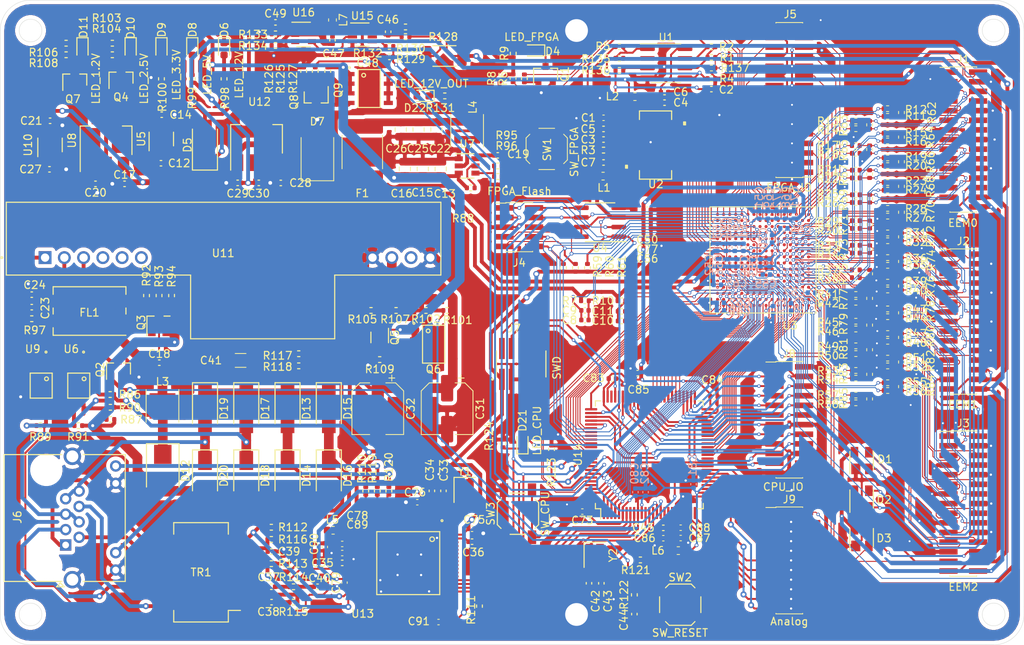
<source format=kicad_pcb>
(kicad_pcb (version 20171130) (host pcbnew 5.1.10-88a1d61d58~88~ubuntu20.04.1)

  (general
    (thickness 1.6)
    (drawings 26)
    (tracks 4178)
    (zones 0)
    (modules 299)
    (nets 308)
  )

  (page A4)
  (layers
    (0 F.Cu signal)
    (1 In1.Cu power)
    (2 In2.Cu power)
    (31 B.Cu signal)
    (32 B.Adhes user)
    (33 F.Adhes user)
    (34 B.Paste user)
    (35 F.Paste user)
    (36 B.SilkS user)
    (37 F.SilkS user)
    (38 B.Mask user)
    (39 F.Mask user)
    (40 Dwgs.User user)
    (41 Cmts.User user)
    (42 Eco1.User user)
    (43 Eco2.User user)
    (44 Edge.Cuts user)
    (45 Margin user)
    (46 B.CrtYd user)
    (47 F.CrtYd user)
    (48 B.Fab user)
    (49 F.Fab user)
  )

  (setup
    (last_trace_width 0.254)
    (user_trace_width 0.0889)
    (user_trace_width 0.1016)
    (user_trace_width 0.127)
    (user_trace_width 0.254)
    (user_trace_width 0.508)
    (user_trace_width 0.762)
    (user_trace_width 1.016)
    (user_trace_width 1.27)
    (trace_clearance 0.0889)
    (zone_clearance 0.508)
    (zone_45_only no)
    (trace_min 0.127)
    (via_size 0.45)
    (via_drill 0.25)
    (via_min_size 0.45)
    (via_min_drill 0.2)
    (user_via 0.4 0.2)
    (user_via 0.45 0.25)
    (user_via 0.5 0.3)
    (user_via 0.8 0.5)
    (user_via 4.199999 4)
    (uvia_size 0.3)
    (uvia_drill 0.1)
    (uvias_allowed no)
    (uvia_min_size 0.25)
    (uvia_min_drill 0.1)
    (edge_width 0.05)
    (segment_width 0.127)
    (pcb_text_width 0.3)
    (pcb_text_size 1.5 1.5)
    (mod_edge_width 0.1524)
    (mod_text_size 1.016 1.016)
    (mod_text_width 0.1524)
    (pad_size 1.524 1.524)
    (pad_drill 0.762)
    (pad_to_mask_clearance 0)
    (solder_mask_min_width 0.00254)
    (aux_axis_origin 0 0)
    (grid_origin 210 57)
    (visible_elements FFFFFF7F)
    (pcbplotparams
      (layerselection 0x010fc_ffffffff)
      (usegerberextensions false)
      (usegerberattributes true)
      (usegerberadvancedattributes true)
      (creategerberjobfile true)
      (excludeedgelayer true)
      (linewidth 0.100000)
      (plotframeref false)
      (viasonmask false)
      (mode 1)
      (useauxorigin false)
      (hpglpennumber 1)
      (hpglpenspeed 20)
      (hpglpendiameter 15.000000)
      (psnegative false)
      (psa4output false)
      (plotreference true)
      (plotvalue true)
      (plotinvisibletext false)
      (padsonsilk false)
      (subtractmaskfromsilk false)
      (outputformat 1)
      (mirror false)
      (drillshape 1)
      (scaleselection 1)
      (outputdirectory ""))
  )

  (net 0 "")
  (net 1 "Net-(C1-Pad1)")
  (net 2 GND)
  (net 3 "Net-(C2-Pad1)")
  (net 4 /HighSpeedADC/+5VA)
  (net 5 /FPGA/GNDPLL0)
  (net 6 /FPGA/VCCPLL0)
  (net 7 /FPGA/GNDPLL1)
  (net 8 /FPGA/VCCPLL1)
  (net 9 +12V_OUT)
  (net 10 /CurrentSenser/12V_CURRENT)
  (net 11 /Power/+6V5)
  (net 12 +12V)
  (net 13 +3V3)
  (net 14 "Net-(C24-Pad1)")
  (net 15 +2V5)
  (net 16 +1V2)
  (net 17 +5V)
  (net 18 "Net-(C38-Pad1)")
  (net 19 "Net-(C40-Pad1)")
  (net 20 "Net-(C41-Pad1)")
  (net 21 /Ethernet/+3V3A)
  (net 22 "Net-(C44-Pad2)")
  (net 23 "Net-(C46-Pad1)")
  (net 24 /MCU/+3V3A)
  (net 25 +3V3MP)
  (net 26 "Net-(D4-Pad2)")
  (net 27 "Net-(D4-Pad1)")
  (net 28 "Net-(D9-Pad2)")
  (net 29 "Net-(D10-Pad2)")
  (net 30 "Net-(D11-Pad2)")
  (net 31 "Net-(D13-Pad2)")
  (net 32 /Ethernet/POE_VC-)
  (net 33 /Ethernet/POE_VC+)
  (net 34 "Net-(D15-Pad2)")
  (net 35 "Net-(D17-Pad2)")
  (net 36 "Net-(D19-Pad2)")
  (net 37 "Net-(D21-Pad2)")
  (net 38 /FPGA_IO1)
  (net 39 /FPGA_IO3)
  (net 40 /FPGA_IO5)
  (net 41 /FPGA_IO7)
  (net 42 /FPGA_IO9)
  (net 43 /FPGA_IO11)
  (net 44 /FPGA_IO13)
  (net 45 /FPGA_IO15)
  (net 46 /FPGA_IO14)
  (net 47 /FPGA_IO12)
  (net 48 /FPGA_IO10)
  (net 49 /FPGA_IO8)
  (net 50 /FPGA_IO6)
  (net 51 /FPGA_IO4)
  (net 52 /FPGA_IO2)
  (net 53 /FPGA_IO0)
  (net 54 /MCU/CPU_SWCLK)
  (net 55 /MCU/CPU_SWDIO)
  (net 56 /MCU/CPU_UART4_TX)
  (net 57 /MCU/CPU_UART4_RX)
  (net 58 /MCU/CPU_PWM_CH1)
  (net 59 /MCU/CPU_PWM_CH2)
  (net 60 /MCU/CPU_PWM_CH3)
  (net 61 /MCU/CPU_PWM_CH4)
  (net 62 /MCU/CPU_IIC2_SDA)
  (net 63 /MCU/CPU_IIC2_SCL)
  (net 64 /MCU/CPU_UART1_RX)
  (net 65 /MCU/CPU_UART1_TX)
  (net 66 /MCU/CPU_SPI2_MOSI)
  (net 67 /MCU/CPU_SPI2_MISO)
  (net 68 /MCU/CPU_SPI2_SCK)
  (net 69 /MCU/CPU_SPI2_CS)
  (net 70 /MCU/CPU_DAC1)
  (net 71 /MCU/CPU_DAC0)
  (net 72 /MCU/CPU_ADC5)
  (net 73 /MCU/CPU_ADC4)
  (net 74 /MCU/CPU_ADC3)
  (net 75 /MCU/CPU_ADC2)
  (net 76 /MCU/CPU_ADC1)
  (net 77 /MCU/CPU_ADC0)
  (net 78 /CurrentSenser/12V_SW)
  (net 79 "Net-(Q1-Pad1)")
  (net 80 "Net-(Q2-Pad3)")
  (net 81 /MCU/CPU_RESET)
  (net 82 "Net-(Q7-Pad1)")
  (net 83 "Net-(R4-Pad1)")
  (net 84 /MCU/CPU_POE_AT_EVENT)
  (net 85 /MCU/CPU_POE_SRC_STATUS)
  (net 86 /Ethernet/RJ45_LED_G)
  (net 87 /Ethernet/RJ45_LED_Y)
  (net 88 "Net-(C3-Pad1)")
  (net 89 /CurrentSenser/+3V3A)
  (net 90 /EEM0_IIC_SCL)
  (net 91 /EEM0_IIC_SDA)
  (net 92 /EEM1_IIC_SCL)
  (net 93 /EEM1_IIC_SDA)
  (net 94 /EEM2_IIC_SCL)
  (net 95 /EEM2_IIC_SDA)
  (net 96 /EEM0_7_N)
  (net 97 /EEM0_6_P)
  (net 98 /EEM0_5_N)
  (net 99 /EEM0_4_P)
  (net 100 /EEM0_3_N)
  (net 101 /EEM0_2_P)
  (net 102 /EEM0_1_N)
  (net 103 /EEM0_0_P)
  (net 104 /EEM0_7_P)
  (net 105 /EEM0_6_N)
  (net 106 /EEM0_5_P)
  (net 107 /EEM0_4_N)
  (net 108 /EEM0_3_P)
  (net 109 /EEM0_2_N)
  (net 110 /EEM0_1_P)
  (net 111 /EEM0_0_N)
  (net 112 /EEM1_7_N)
  (net 113 /EEM1_6_P)
  (net 114 /EEM1_5_N)
  (net 115 /EEM1_4_P)
  (net 116 /EEM1_3_N)
  (net 117 /EEM1_2_P)
  (net 118 /EEM1_1_N)
  (net 119 /EEM1_0_P)
  (net 120 /EEM1_7_P)
  (net 121 /EEM1_6_N)
  (net 122 /EEM1_5_P)
  (net 123 /EEM1_4_N)
  (net 124 /EEM1_3_P)
  (net 125 /EEM1_2_N)
  (net 126 /EEM1_1_P)
  (net 127 /EEM1_0_N)
  (net 128 /EEM2_7_N)
  (net 129 /EEM2_6_P)
  (net 130 /EEM2_5_N)
  (net 131 /EEM2_4_P)
  (net 132 /EEM2_3_N)
  (net 133 /EEM2_2_P)
  (net 134 /EEM2_1_N)
  (net 135 /EEM2_0_P)
  (net 136 /EEM2_7_P)
  (net 137 /EEM2_6_N)
  (net 138 /EEM2_5_P)
  (net 139 /EEM2_4_N)
  (net 140 /EEM2_3_P)
  (net 141 /EEM2_2_N)
  (net 142 /EEM2_1_P)
  (net 143 /EEM2_0_N)
  (net 144 /CDONE)
  (net 145 /CRESET)
  (net 146 /SPI_CS)
  (net 147 /ENC_INT)
  (net 148 /ADC_D0)
  (net 149 /ADC_D1)
  (net 150 /ADC_D2)
  (net 151 /ADC_D3)
  (net 152 /ADC_D4)
  (net 153 /ADC_D5)
  (net 154 /ADC_D6)
  (net 155 /ADC_D7)
  (net 156 /ADC_CLK)
  (net 157 /FSMC_CLK)
  (net 158 /FSMC_D15)
  (net 159 /FSMC_D9)
  (net 160 /FSMC_D10)
  (net 161 /FSMC_D0)
  (net 162 /FSMC_A7)
  (net 163 /FSMC_NL)
  (net 164 /FSMC_NBL0)
  (net 165 /FSMC_D6)
  (net 166 /FSMC_D7)
  (net 167 /FSMC_D5)
  (net 168 /FSMC_D1)
  (net 169 /FSMC_A3)
  (net 170 /FSMC_A1)
  (net 171 /FSMC_NWAIT)
  (net 172 /FSMC_NOE)
  (net 173 /FSMC_D12)
  (net 174 /FSMC_D8)
  (net 175 /FSMC_D3)
  (net 176 /FSMC_A4)
  (net 177 /FSMC_A6)
  (net 178 /FSMC_A0)
  (net 179 /FSMC_NBL1)
  (net 180 /FSMC_D14)
  (net 181 /FSMC_D11)
  (net 182 /FSMC_D4)
  (net 183 /FSMC_A2)
  (net 184 /FSMC_D13)
  (net 185 /FSMC_D2)
  (net 186 /FSMC_A5)
  (net 187 /FSMC_NE1)
  (net 188 /FSMC_NWE)
  (net 189 /CSBSEL0)
  (net 190 /SPI_MOSI)
  (net 191 /SPI_MISO)
  (net 192 /CSBSEL1)
  (net 193 /SPI_SCK)
  (net 194 /SPI_ENC_CS)
  (net 195 "Net-(C5-Pad2)")
  (net 196 "Net-(C7-Pad2)")
  (net 197 "Net-(C18-Pad2)")
  (net 198 "Net-(C18-Pad1)")
  (net 199 "Net-(C19-Pad2)")
  (net 200 "Net-(C19-Pad1)")
  (net 201 "Net-(C23-Pad2)")
  (net 202 "Net-(C31-Pad1)")
  (net 203 "Net-(C33-Pad1)")
  (net 204 "Net-(C34-Pad1)")
  (net 205 "Net-(C36-Pad2)")
  (net 206 "Net-(C37-Pad2)")
  (net 207 "Net-(C37-Pad1)")
  (net 208 "Net-(C38-Pad2)")
  (net 209 "Net-(C39-Pad1)")
  (net 210 "Net-(C42-Pad1)")
  (net 211 "Net-(C43-Pad1)")
  (net 212 "Net-(D6-Pad2)")
  (net 213 "Net-(D8-Pad2)")
  (net 214 "Net-(D10-Pad1)")
  (net 215 "Net-(D11-Pad1)")
  (net 216 "Net-(D21-Pad1)")
  (net 217 "Net-(D22-Pad1)")
  (net 218 "Net-(Q3-Pad1)")
  (net 219 "Net-(Q4-Pad1)")
  (net 220 "Net-(Q5-Pad6)")
  (net 221 "Net-(Q5-Pad2)")
  (net 222 "Net-(Q5-Pad3)")
  (net 223 "Net-(Q8-Pad3)")
  (net 224 "Net-(Q8-Pad1)")
  (net 225 "Net-(R87-Pad1)")
  (net 226 "Net-(R132-Pad2)")
  (net 227 "Net-(U11-Pad3)")
  (net 228 "Net-(U15-Pad3)")
  (net 229 "Net-(C46-Pad2)")
  (net 230 "Net-(D22-Pad2)")
  (net 231 HSADC_IN)
  (net 232 "Net-(J6-Pad12)")
  (net 233 "Net-(J6-Pad10)")
  (net 234 "Net-(J6-Pad6)")
  (net 235 "Net-(J6-Pad2)")
  (net 236 "Net-(J6-Pad3)")
  (net 237 "Net-(J6-Pad1)")
  (net 238 "Net-(R86-Pad2)")
  (net 239 "Net-(R88-Pad1)")
  (net 240 "Net-(R95-Pad1)")
  (net 241 "Net-(R97-Pad2)")
  (net 242 "Net-(R110-Pad1)")
  (net 243 "Net-(R112-Pad1)")
  (net 244 "Net-(R113-Pad2)")
  (net 245 "Net-(R123-Pad1)")
  (net 246 "Net-(R133-Pad2)")
  (net 247 "Net-(SW3-Pad2)")
  (net 248 /FPGA/LVDS0_0_P)
  (net 249 /FPGA/LVDS0_0_N)
  (net 250 /FPGA/LVDS0_1_P)
  (net 251 /FPGA/LVDS0_1_N)
  (net 252 /FPGA/LVDS0_2_P)
  (net 253 /FPGA/LVDS0_2_N)
  (net 254 /FPGA/LVDS0_3_P)
  (net 255 /FPGA/LVDS0_3_N)
  (net 256 /FPGA/LVDS0_4_P)
  (net 257 /FPGA/LVDS0_4_N)
  (net 258 /FPGA/LVDS0_5_P)
  (net 259 /FPGA/LVDS0_5_N)
  (net 260 /FPGA/LVDS0_6_P)
  (net 261 /FPGA/LVDS0_6_N)
  (net 262 /FPGA/LVDS0_7_P)
  (net 263 /FPGA/LVDS0_7_N)
  (net 264 /FPGA/LVDS1_0_P)
  (net 265 /FPGA/LVDS1_0_N)
  (net 266 /FPGA/LVDS1_1_P)
  (net 267 /FPGA/LVDS1_1_N)
  (net 268 /FPGA/LVDS1_2_P)
  (net 269 /FPGA/LVDS1_2_N)
  (net 270 /FPGA/LVDS1_3_P)
  (net 271 /FPGA/LVDS1_3_N)
  (net 272 /FPGA/LVDS1_4_P)
  (net 273 /FPGA/LVDS1_4_N)
  (net 274 /FPGA/LVDS1_5_P)
  (net 275 /FPGA/LVDS1_5_N)
  (net 276 /FPGA/LVDS1_6_P)
  (net 277 /FPGA/LVDS1_6_N)
  (net 278 /FPGA/LVDS1_7_P)
  (net 279 /FPGA/LVDS1_7_N)
  (net 280 /FPGA/LVDS2_0_P)
  (net 281 /FPGA/LVDS2_0_N)
  (net 282 /FPGA/LVDS2_1_P)
  (net 283 /FPGA/LVDS2_1_N)
  (net 284 /FPGA/LVDS2_2_P)
  (net 285 /FPGA/LVDS2_2_N)
  (net 286 /FPGA/LVDS2_3_P)
  (net 287 /FPGA/LVDS2_3_N)
  (net 288 /FPGA/LVDS2_4_P)
  (net 289 /FPGA/LVDS2_4_N)
  (net 290 /FPGA/LVDS2_5_P)
  (net 291 /FPGA/LVDS2_5_N)
  (net 292 /FPGA/LVDS2_6_P)
  (net 293 /FPGA/LVDS2_6_N)
  (net 294 /FPGA/LVDS2_7_P)
  (net 295 /FPGA/LVDS2_7_N)
  (net 296 /FPGA/FPGA_LED)
  (net 297 /FPGA/FPGA_KEY)
  (net 298 /IIC_SCL)
  (net 299 /IIC_SDA)
  (net 300 "Net-(R1-Pad2)")
  (net 301 "Net-(R2-Pad2)")
  (net 302 "Net-(R135-Pad2)")
  (net 303 "Net-(R135-Pad1)")
  (net 304 "Net-(R136-Pad2)")
  (net 305 "Net-(C22-Pad1)")
  (net 306 /MCU/ADC6)
  (net 307 /MCU/ADC7)

  (net_class Default "This is the default net class."
    (clearance 0.0889)
    (trace_width 0.254)
    (via_dia 0.45)
    (via_drill 0.25)
    (uvia_dia 0.3)
    (uvia_drill 0.1)
    (diff_pair_width 0.0889)
    (diff_pair_gap 0.1016)
    (add_net +12V)
    (add_net +12V_OUT)
    (add_net +1V2)
    (add_net +2V5)
    (add_net +3V3)
    (add_net +3V3MP)
    (add_net +5V)
    (add_net /ADC_CLK)
    (add_net /ADC_D0)
    (add_net /ADC_D1)
    (add_net /ADC_D2)
    (add_net /ADC_D3)
    (add_net /ADC_D4)
    (add_net /ADC_D5)
    (add_net /ADC_D6)
    (add_net /ADC_D7)
    (add_net /CDONE)
    (add_net /CRESET)
    (add_net /CSBSEL0)
    (add_net /CSBSEL1)
    (add_net /CurrentSenser/+3V3A)
    (add_net /CurrentSenser/12V_CURRENT)
    (add_net /CurrentSenser/12V_SW)
    (add_net /ENC_INT)
    (add_net /Ethernet/+3V3A)
    (add_net /Ethernet/POE_VC+)
    (add_net /Ethernet/POE_VC-)
    (add_net /Ethernet/RJ45_LED_G)
    (add_net /Ethernet/RJ45_LED_Y)
    (add_net /FPGA/FPGA_KEY)
    (add_net /FPGA/FPGA_LED)
    (add_net /FPGA/GNDPLL0)
    (add_net /FPGA/GNDPLL1)
    (add_net /FPGA/VCCPLL0)
    (add_net /FPGA/VCCPLL1)
    (add_net /FPGA_IO0)
    (add_net /FPGA_IO1)
    (add_net /FPGA_IO10)
    (add_net /FPGA_IO11)
    (add_net /FPGA_IO12)
    (add_net /FPGA_IO13)
    (add_net /FPGA_IO14)
    (add_net /FPGA_IO15)
    (add_net /FPGA_IO2)
    (add_net /FPGA_IO3)
    (add_net /FPGA_IO4)
    (add_net /FPGA_IO5)
    (add_net /FPGA_IO6)
    (add_net /FPGA_IO7)
    (add_net /FPGA_IO8)
    (add_net /FPGA_IO9)
    (add_net /FSMC_A0)
    (add_net /FSMC_A1)
    (add_net /FSMC_A2)
    (add_net /FSMC_A3)
    (add_net /FSMC_A4)
    (add_net /FSMC_A5)
    (add_net /FSMC_A6)
    (add_net /FSMC_A7)
    (add_net /FSMC_CLK)
    (add_net /FSMC_D0)
    (add_net /FSMC_D1)
    (add_net /FSMC_D10)
    (add_net /FSMC_D11)
    (add_net /FSMC_D12)
    (add_net /FSMC_D13)
    (add_net /FSMC_D14)
    (add_net /FSMC_D15)
    (add_net /FSMC_D2)
    (add_net /FSMC_D3)
    (add_net /FSMC_D4)
    (add_net /FSMC_D5)
    (add_net /FSMC_D6)
    (add_net /FSMC_D7)
    (add_net /FSMC_D8)
    (add_net /FSMC_D9)
    (add_net /FSMC_NBL0)
    (add_net /FSMC_NBL1)
    (add_net /FSMC_NE1)
    (add_net /FSMC_NL)
    (add_net /FSMC_NOE)
    (add_net /FSMC_NWAIT)
    (add_net /FSMC_NWE)
    (add_net /HighSpeedADC/+5VA)
    (add_net /IIC_SCL)
    (add_net /IIC_SDA)
    (add_net /MCU/+3V3A)
    (add_net /MCU/ADC6)
    (add_net /MCU/ADC7)
    (add_net /MCU/CPU_ADC0)
    (add_net /MCU/CPU_ADC1)
    (add_net /MCU/CPU_ADC2)
    (add_net /MCU/CPU_ADC3)
    (add_net /MCU/CPU_ADC4)
    (add_net /MCU/CPU_ADC5)
    (add_net /MCU/CPU_DAC0)
    (add_net /MCU/CPU_DAC1)
    (add_net /MCU/CPU_IIC2_SCL)
    (add_net /MCU/CPU_IIC2_SDA)
    (add_net /MCU/CPU_POE_AT_EVENT)
    (add_net /MCU/CPU_POE_SRC_STATUS)
    (add_net /MCU/CPU_PWM_CH1)
    (add_net /MCU/CPU_PWM_CH2)
    (add_net /MCU/CPU_PWM_CH3)
    (add_net /MCU/CPU_PWM_CH4)
    (add_net /MCU/CPU_RESET)
    (add_net /MCU/CPU_SPI2_CS)
    (add_net /MCU/CPU_SPI2_MISO)
    (add_net /MCU/CPU_SPI2_MOSI)
    (add_net /MCU/CPU_SPI2_SCK)
    (add_net /MCU/CPU_SWCLK)
    (add_net /MCU/CPU_SWDIO)
    (add_net /MCU/CPU_UART1_RX)
    (add_net /MCU/CPU_UART1_TX)
    (add_net /MCU/CPU_UART4_RX)
    (add_net /MCU/CPU_UART4_TX)
    (add_net /Power/+6V5)
    (add_net /SPI_CS)
    (add_net /SPI_ENC_CS)
    (add_net /SPI_MISO)
    (add_net /SPI_MOSI)
    (add_net /SPI_SCK)
    (add_net GND)
    (add_net HSADC_IN)
    (add_net "Net-(C1-Pad1)")
    (add_net "Net-(C18-Pad1)")
    (add_net "Net-(C18-Pad2)")
    (add_net "Net-(C19-Pad1)")
    (add_net "Net-(C19-Pad2)")
    (add_net "Net-(C2-Pad1)")
    (add_net "Net-(C22-Pad1)")
    (add_net "Net-(C23-Pad2)")
    (add_net "Net-(C24-Pad1)")
    (add_net "Net-(C3-Pad1)")
    (add_net "Net-(C31-Pad1)")
    (add_net "Net-(C33-Pad1)")
    (add_net "Net-(C34-Pad1)")
    (add_net "Net-(C36-Pad2)")
    (add_net "Net-(C37-Pad1)")
    (add_net "Net-(C37-Pad2)")
    (add_net "Net-(C38-Pad1)")
    (add_net "Net-(C38-Pad2)")
    (add_net "Net-(C39-Pad1)")
    (add_net "Net-(C40-Pad1)")
    (add_net "Net-(C41-Pad1)")
    (add_net "Net-(C42-Pad1)")
    (add_net "Net-(C43-Pad1)")
    (add_net "Net-(C44-Pad2)")
    (add_net "Net-(C46-Pad1)")
    (add_net "Net-(C46-Pad2)")
    (add_net "Net-(C5-Pad2)")
    (add_net "Net-(C7-Pad2)")
    (add_net "Net-(D10-Pad1)")
    (add_net "Net-(D10-Pad2)")
    (add_net "Net-(D11-Pad1)")
    (add_net "Net-(D11-Pad2)")
    (add_net "Net-(D13-Pad2)")
    (add_net "Net-(D15-Pad2)")
    (add_net "Net-(D17-Pad2)")
    (add_net "Net-(D19-Pad2)")
    (add_net "Net-(D21-Pad1)")
    (add_net "Net-(D21-Pad2)")
    (add_net "Net-(D22-Pad1)")
    (add_net "Net-(D22-Pad2)")
    (add_net "Net-(D4-Pad1)")
    (add_net "Net-(D4-Pad2)")
    (add_net "Net-(D6-Pad2)")
    (add_net "Net-(D8-Pad2)")
    (add_net "Net-(D9-Pad2)")
    (add_net "Net-(J6-Pad1)")
    (add_net "Net-(J6-Pad10)")
    (add_net "Net-(J6-Pad12)")
    (add_net "Net-(J6-Pad2)")
    (add_net "Net-(J6-Pad3)")
    (add_net "Net-(J6-Pad6)")
    (add_net "Net-(Q1-Pad1)")
    (add_net "Net-(Q2-Pad3)")
    (add_net "Net-(Q3-Pad1)")
    (add_net "Net-(Q4-Pad1)")
    (add_net "Net-(Q5-Pad2)")
    (add_net "Net-(Q5-Pad3)")
    (add_net "Net-(Q5-Pad6)")
    (add_net "Net-(Q7-Pad1)")
    (add_net "Net-(Q8-Pad1)")
    (add_net "Net-(Q8-Pad3)")
    (add_net "Net-(R1-Pad2)")
    (add_net "Net-(R110-Pad1)")
    (add_net "Net-(R112-Pad1)")
    (add_net "Net-(R113-Pad2)")
    (add_net "Net-(R123-Pad1)")
    (add_net "Net-(R132-Pad2)")
    (add_net "Net-(R133-Pad2)")
    (add_net "Net-(R135-Pad1)")
    (add_net "Net-(R135-Pad2)")
    (add_net "Net-(R136-Pad2)")
    (add_net "Net-(R2-Pad2)")
    (add_net "Net-(R4-Pad1)")
    (add_net "Net-(R86-Pad2)")
    (add_net "Net-(R87-Pad1)")
    (add_net "Net-(R88-Pad1)")
    (add_net "Net-(R95-Pad1)")
    (add_net "Net-(R97-Pad2)")
    (add_net "Net-(SW3-Pad2)")
    (add_net "Net-(U11-Pad3)")
    (add_net "Net-(U15-Pad3)")
  )

  (net_class Diff_In ""
    (clearance 0.0889)
    (trace_width 0.1524)
    (via_dia 0.8)
    (via_drill 0.4)
    (uvia_dia 0.3)
    (uvia_drill 0.1)
    (diff_pair_width 0.1143)
    (diff_pair_gap 0.1524)
  )

  (net_class Diff_Out ""
    (clearance 0.0889)
    (trace_width 0.127)
    (via_dia 0.8)
    (via_drill 0.4)
    (uvia_dia 0.3)
    (uvia_drill 0.1)
    (diff_pair_width 0.127)
    (diff_pair_gap 0.127)
    (add_net /EEM0_0_N)
    (add_net /EEM0_0_P)
    (add_net /EEM0_1_N)
    (add_net /EEM0_1_P)
    (add_net /EEM0_2_N)
    (add_net /EEM0_2_P)
    (add_net /EEM0_3_N)
    (add_net /EEM0_3_P)
    (add_net /EEM0_4_N)
    (add_net /EEM0_4_P)
    (add_net /EEM0_5_N)
    (add_net /EEM0_5_P)
    (add_net /EEM0_6_N)
    (add_net /EEM0_6_P)
    (add_net /EEM0_7_N)
    (add_net /EEM0_7_P)
    (add_net /EEM0_IIC_SCL)
    (add_net /EEM0_IIC_SDA)
    (add_net /EEM1_0_N)
    (add_net /EEM1_0_P)
    (add_net /EEM1_1_N)
    (add_net /EEM1_1_P)
    (add_net /EEM1_2_N)
    (add_net /EEM1_2_P)
    (add_net /EEM1_3_N)
    (add_net /EEM1_3_P)
    (add_net /EEM1_4_N)
    (add_net /EEM1_4_P)
    (add_net /EEM1_5_N)
    (add_net /EEM1_5_P)
    (add_net /EEM1_6_N)
    (add_net /EEM1_6_P)
    (add_net /EEM1_7_N)
    (add_net /EEM1_7_P)
    (add_net /EEM1_IIC_SCL)
    (add_net /EEM1_IIC_SDA)
    (add_net /EEM2_0_N)
    (add_net /EEM2_0_P)
    (add_net /EEM2_1_N)
    (add_net /EEM2_1_P)
    (add_net /EEM2_2_N)
    (add_net /EEM2_2_P)
    (add_net /EEM2_3_N)
    (add_net /EEM2_3_P)
    (add_net /EEM2_4_N)
    (add_net /EEM2_4_P)
    (add_net /EEM2_5_N)
    (add_net /EEM2_5_P)
    (add_net /EEM2_6_N)
    (add_net /EEM2_6_P)
    (add_net /EEM2_7_N)
    (add_net /EEM2_7_P)
    (add_net /EEM2_IIC_SCL)
    (add_net /EEM2_IIC_SDA)
    (add_net /FPGA/LVDS0_0_N)
    (add_net /FPGA/LVDS0_0_P)
    (add_net /FPGA/LVDS0_1_N)
    (add_net /FPGA/LVDS0_1_P)
    (add_net /FPGA/LVDS0_2_N)
    (add_net /FPGA/LVDS0_2_P)
    (add_net /FPGA/LVDS0_3_N)
    (add_net /FPGA/LVDS0_3_P)
    (add_net /FPGA/LVDS0_4_N)
    (add_net /FPGA/LVDS0_4_P)
    (add_net /FPGA/LVDS0_5_N)
    (add_net /FPGA/LVDS0_5_P)
    (add_net /FPGA/LVDS0_6_N)
    (add_net /FPGA/LVDS0_6_P)
    (add_net /FPGA/LVDS0_7_N)
    (add_net /FPGA/LVDS0_7_P)
    (add_net /FPGA/LVDS1_0_N)
    (add_net /FPGA/LVDS1_0_P)
    (add_net /FPGA/LVDS1_1_N)
    (add_net /FPGA/LVDS1_1_P)
    (add_net /FPGA/LVDS1_2_N)
    (add_net /FPGA/LVDS1_2_P)
    (add_net /FPGA/LVDS1_3_N)
    (add_net /FPGA/LVDS1_3_P)
    (add_net /FPGA/LVDS1_4_N)
    (add_net /FPGA/LVDS1_4_P)
    (add_net /FPGA/LVDS1_5_N)
    (add_net /FPGA/LVDS1_5_P)
    (add_net /FPGA/LVDS1_6_N)
    (add_net /FPGA/LVDS1_6_P)
    (add_net /FPGA/LVDS1_7_N)
    (add_net /FPGA/LVDS1_7_P)
    (add_net /FPGA/LVDS2_0_N)
    (add_net /FPGA/LVDS2_0_P)
    (add_net /FPGA/LVDS2_1_N)
    (add_net /FPGA/LVDS2_1_P)
    (add_net /FPGA/LVDS2_2_N)
    (add_net /FPGA/LVDS2_2_P)
    (add_net /FPGA/LVDS2_3_N)
    (add_net /FPGA/LVDS2_3_P)
    (add_net /FPGA/LVDS2_4_N)
    (add_net /FPGA/LVDS2_4_P)
    (add_net /FPGA/LVDS2_5_N)
    (add_net /FPGA/LVDS2_5_P)
    (add_net /FPGA/LVDS2_6_N)
    (add_net /FPGA/LVDS2_6_P)
    (add_net /FPGA/LVDS2_7_N)
    (add_net /FPGA/LVDS2_7_P)
  )

  (module Capacitor_SMD:C_0402_1005Metric (layer F.Cu) (tedit 5F68FEEE) (tstamp 60FBC7FD)
    (at 136.8 135 180)
    (descr "Capacitor SMD 0402 (1005 Metric), square (rectangular) end terminal, IPC_7351 nominal, (Body size source: IPC-SM-782 page 76, https://www.pcb-3d.com/wordpress/wp-content/uploads/ipc-sm-782a_amendment_1_and_2.pdf), generated with kicad-footprint-generator")
    (tags capacitor)
    (path /60E4702B/61EDEC5D)
    (attr smd)
    (fp_text reference C91 (at 2.6 0.1) (layer F.SilkS)
      (effects (font (size 1 1) (thickness 0.15)))
    )
    (fp_text value 100nF (at 0 1.16) (layer F.Fab) hide
      (effects (font (size 1 1) (thickness 0.15)))
    )
    (fp_text user %R (at 0 0) (layer F.Fab) hide
      (effects (font (size 0.25 0.25) (thickness 0.04)))
    )
    (fp_line (start -0.5 0.25) (end -0.5 -0.25) (layer F.Fab) (width 0.1))
    (fp_line (start -0.5 -0.25) (end 0.5 -0.25) (layer F.Fab) (width 0.1))
    (fp_line (start 0.5 -0.25) (end 0.5 0.25) (layer F.Fab) (width 0.1))
    (fp_line (start 0.5 0.25) (end -0.5 0.25) (layer F.Fab) (width 0.1))
    (fp_line (start -0.107836 -0.36) (end 0.107836 -0.36) (layer F.SilkS) (width 0.12))
    (fp_line (start -0.107836 0.36) (end 0.107836 0.36) (layer F.SilkS) (width 0.12))
    (fp_line (start -0.91 0.46) (end -0.91 -0.46) (layer F.CrtYd) (width 0.05))
    (fp_line (start -0.91 -0.46) (end 0.91 -0.46) (layer F.CrtYd) (width 0.05))
    (fp_line (start 0.91 -0.46) (end 0.91 0.46) (layer F.CrtYd) (width 0.05))
    (fp_line (start 0.91 0.46) (end -0.91 0.46) (layer F.CrtYd) (width 0.05))
    (pad 2 smd roundrect (at 0.48 0 180) (size 0.56 0.62) (layers F.Cu F.Paste F.Mask) (roundrect_rratio 0.25)
      (net 2 GND))
    (pad 1 smd roundrect (at -0.48 0 180) (size 0.56 0.62) (layers F.Cu F.Paste F.Mask) (roundrect_rratio 0.25)
      (net 13 +3V3))
    (model ${KISYS3DMOD}/Capacitor_SMD.3dshapes/C_0402_1005Metric.wrl
      (at (xyz 0 0 0))
      (scale (xyz 1 1 1))
      (rotate (xyz 0 0 0))
    )
  )

  (module Capacitor_SMD:C_0402_1005Metric (layer F.Cu) (tedit 5F68FEEE) (tstamp 60F954AE)
    (at 121.8 125.1 270)
    (descr "Capacitor SMD 0402 (1005 Metric), square (rectangular) end terminal, IPC_7351 nominal, (Body size source: IPC-SM-782 page 76, https://www.pcb-3d.com/wordpress/wp-content/uploads/ipc-sm-782a_amendment_1_and_2.pdf), generated with kicad-footprint-generator")
    (tags capacitor)
    (path /60E4702B/61EB716F)
    (attr smd)
    (fp_text reference C90 (at -0.4 1.4 90) (layer F.SilkS)
      (effects (font (size 1 1) (thickness 0.15)))
    )
    (fp_text value 6.8nF (at 0 1.16 90) (layer F.Fab) hide
      (effects (font (size 1 1) (thickness 0.15)))
    )
    (fp_text user %R (at 0 0 90) (layer F.Fab) hide
      (effects (font (size 0.25 0.25) (thickness 0.04)))
    )
    (fp_line (start -0.5 0.25) (end -0.5 -0.25) (layer F.Fab) (width 0.1))
    (fp_line (start -0.5 -0.25) (end 0.5 -0.25) (layer F.Fab) (width 0.1))
    (fp_line (start 0.5 -0.25) (end 0.5 0.25) (layer F.Fab) (width 0.1))
    (fp_line (start 0.5 0.25) (end -0.5 0.25) (layer F.Fab) (width 0.1))
    (fp_line (start -0.107836 -0.36) (end 0.107836 -0.36) (layer F.SilkS) (width 0.12))
    (fp_line (start -0.107836 0.36) (end 0.107836 0.36) (layer F.SilkS) (width 0.12))
    (fp_line (start -0.91 0.46) (end -0.91 -0.46) (layer F.CrtYd) (width 0.05))
    (fp_line (start -0.91 -0.46) (end 0.91 -0.46) (layer F.CrtYd) (width 0.05))
    (fp_line (start 0.91 -0.46) (end 0.91 0.46) (layer F.CrtYd) (width 0.05))
    (fp_line (start 0.91 0.46) (end -0.91 0.46) (layer F.CrtYd) (width 0.05))
    (pad 2 smd roundrect (at 0.48 0 270) (size 0.56 0.62) (layers F.Cu F.Paste F.Mask) (roundrect_rratio 0.25)
      (net 2 GND))
    (pad 1 smd roundrect (at -0.48 0 270) (size 0.56 0.62) (layers F.Cu F.Paste F.Mask) (roundrect_rratio 0.25)
      (net 21 /Ethernet/+3V3A))
    (model ${KISYS3DMOD}/Capacitor_SMD.3dshapes/C_0402_1005Metric.wrl
      (at (xyz 0 0 0))
      (scale (xyz 1 1 1))
      (rotate (xyz 0 0 0))
    )
  )

  (module Capacitor_SMD:C_0402_1005Metric (layer F.Cu) (tedit 5F68FEEE) (tstamp 60F9549D)
    (at 124.1 125.9 180)
    (descr "Capacitor SMD 0402 (1005 Metric), square (rectangular) end terminal, IPC_7351 nominal, (Body size source: IPC-SM-782 page 76, https://www.pcb-3d.com/wordpress/wp-content/uploads/ipc-sm-782a_amendment_1_and_2.pdf), generated with kicad-footprint-generator")
    (tags capacitor)
    (path /60E4702B/61E8DDE9)
    (attr smd)
    (fp_text reference C89 (at -2 3.74) (layer F.SilkS)
      (effects (font (size 1 1) (thickness 0.15)))
    )
    (fp_text value 100nF (at 0 1.16) (layer F.Fab) hide
      (effects (font (size 1 1) (thickness 0.15)))
    )
    (fp_text user %R (at 0 0) (layer F.Fab) hide
      (effects (font (size 0.25 0.25) (thickness 0.04)))
    )
    (fp_line (start -0.5 0.25) (end -0.5 -0.25) (layer F.Fab) (width 0.1))
    (fp_line (start -0.5 -0.25) (end 0.5 -0.25) (layer F.Fab) (width 0.1))
    (fp_line (start 0.5 -0.25) (end 0.5 0.25) (layer F.Fab) (width 0.1))
    (fp_line (start 0.5 0.25) (end -0.5 0.25) (layer F.Fab) (width 0.1))
    (fp_line (start -0.107836 -0.36) (end 0.107836 -0.36) (layer F.SilkS) (width 0.12))
    (fp_line (start -0.107836 0.36) (end 0.107836 0.36) (layer F.SilkS) (width 0.12))
    (fp_line (start -0.91 0.46) (end -0.91 -0.46) (layer F.CrtYd) (width 0.05))
    (fp_line (start -0.91 -0.46) (end 0.91 -0.46) (layer F.CrtYd) (width 0.05))
    (fp_line (start 0.91 -0.46) (end 0.91 0.46) (layer F.CrtYd) (width 0.05))
    (fp_line (start 0.91 0.46) (end -0.91 0.46) (layer F.CrtYd) (width 0.05))
    (pad 2 smd roundrect (at 0.48 0 180) (size 0.56 0.62) (layers F.Cu F.Paste F.Mask) (roundrect_rratio 0.25)
      (net 2 GND))
    (pad 1 smd roundrect (at -0.48 0 180) (size 0.56 0.62) (layers F.Cu F.Paste F.Mask) (roundrect_rratio 0.25)
      (net 21 /Ethernet/+3V3A))
    (model ${KISYS3DMOD}/Capacitor_SMD.3dshapes/C_0402_1005Metric.wrl
      (at (xyz 0 0 0))
      (scale (xyz 1 1 1))
      (rotate (xyz 0 0 0))
    )
  )

  (module Capacitor_SMD:C_0402_1005Metric (layer F.Cu) (tedit 5F68FEEE) (tstamp 60F9536C)
    (at 124.4 129.8 270)
    (descr "Capacitor SMD 0402 (1005 Metric), square (rectangular) end terminal, IPC_7351 nominal, (Body size source: IPC-SM-782 page 76, https://www.pcb-3d.com/wordpress/wp-content/uploads/ipc-sm-782a_amendment_1_and_2.pdf), generated with kicad-footprint-generator")
    (tags capacitor)
    (path /60E4702B/61E81711)
    (attr smd)
    (fp_text reference C79 (at 0 1.1 90) (layer F.SilkS)
      (effects (font (size 1 1) (thickness 0.15)))
    )
    (fp_text value 100nF (at 0 1.16 90) (layer F.Fab) hide
      (effects (font (size 1 1) (thickness 0.15)))
    )
    (fp_text user %R (at 0 0 90) (layer F.Fab) hide
      (effects (font (size 0.25 0.25) (thickness 0.04)))
    )
    (fp_line (start -0.5 0.25) (end -0.5 -0.25) (layer F.Fab) (width 0.1))
    (fp_line (start -0.5 -0.25) (end 0.5 -0.25) (layer F.Fab) (width 0.1))
    (fp_line (start 0.5 -0.25) (end 0.5 0.25) (layer F.Fab) (width 0.1))
    (fp_line (start 0.5 0.25) (end -0.5 0.25) (layer F.Fab) (width 0.1))
    (fp_line (start -0.107836 -0.36) (end 0.107836 -0.36) (layer F.SilkS) (width 0.12))
    (fp_line (start -0.107836 0.36) (end 0.107836 0.36) (layer F.SilkS) (width 0.12))
    (fp_line (start -0.91 0.46) (end -0.91 -0.46) (layer F.CrtYd) (width 0.05))
    (fp_line (start -0.91 -0.46) (end 0.91 -0.46) (layer F.CrtYd) (width 0.05))
    (fp_line (start 0.91 -0.46) (end 0.91 0.46) (layer F.CrtYd) (width 0.05))
    (fp_line (start 0.91 0.46) (end -0.91 0.46) (layer F.CrtYd) (width 0.05))
    (pad 2 smd roundrect (at 0.48 0 270) (size 0.56 0.62) (layers F.Cu F.Paste F.Mask) (roundrect_rratio 0.25)
      (net 2 GND))
    (pad 1 smd roundrect (at -0.48 0 270) (size 0.56 0.62) (layers F.Cu F.Paste F.Mask) (roundrect_rratio 0.25)
      (net 21 /Ethernet/+3V3A))
    (model ${KISYS3DMOD}/Capacitor_SMD.3dshapes/C_0402_1005Metric.wrl
      (at (xyz 0 0 0))
      (scale (xyz 1 1 1))
      (rotate (xyz 0 0 0))
    )
  )

  (module Capacitor_SMD:C_0402_1005Metric (layer F.Cu) (tedit 5F68FEEE) (tstamp 60F9535B)
    (at 124.1 124.7 180)
    (descr "Capacitor SMD 0402 (1005 Metric), square (rectangular) end terminal, IPC_7351 nominal, (Body size source: IPC-SM-782 page 76, https://www.pcb-3d.com/wordpress/wp-content/uploads/ipc-sm-782a_amendment_1_and_2.pdf), generated with kicad-footprint-generator")
    (tags capacitor)
    (path /60E4702B/61E7524B)
    (attr smd)
    (fp_text reference C78 (at -2 3.74) (layer F.SilkS)
      (effects (font (size 1 1) (thickness 0.15)))
    )
    (fp_text value 100nF (at 0 1.16) (layer F.Fab) hide
      (effects (font (size 1 1) (thickness 0.15)))
    )
    (fp_text user %R (at 0 0) (layer F.Fab) hide
      (effects (font (size 0.25 0.25) (thickness 0.04)))
    )
    (fp_line (start -0.5 0.25) (end -0.5 -0.25) (layer F.Fab) (width 0.1))
    (fp_line (start -0.5 -0.25) (end 0.5 -0.25) (layer F.Fab) (width 0.1))
    (fp_line (start 0.5 -0.25) (end 0.5 0.25) (layer F.Fab) (width 0.1))
    (fp_line (start 0.5 0.25) (end -0.5 0.25) (layer F.Fab) (width 0.1))
    (fp_line (start -0.107836 -0.36) (end 0.107836 -0.36) (layer F.SilkS) (width 0.12))
    (fp_line (start -0.107836 0.36) (end 0.107836 0.36) (layer F.SilkS) (width 0.12))
    (fp_line (start -0.91 0.46) (end -0.91 -0.46) (layer F.CrtYd) (width 0.05))
    (fp_line (start -0.91 -0.46) (end 0.91 -0.46) (layer F.CrtYd) (width 0.05))
    (fp_line (start 0.91 -0.46) (end 0.91 0.46) (layer F.CrtYd) (width 0.05))
    (fp_line (start 0.91 0.46) (end -0.91 0.46) (layer F.CrtYd) (width 0.05))
    (pad 2 smd roundrect (at 0.48 0 180) (size 0.56 0.62) (layers F.Cu F.Paste F.Mask) (roundrect_rratio 0.25)
      (net 2 GND))
    (pad 1 smd roundrect (at -0.48 0 180) (size 0.56 0.62) (layers F.Cu F.Paste F.Mask) (roundrect_rratio 0.25)
      (net 21 /Ethernet/+3V3A))
    (model ${KISYS3DMOD}/Capacitor_SMD.3dshapes/C_0402_1005Metric.wrl
      (at (xyz 0 0 0))
      (scale (xyz 1 1 1))
      (rotate (xyz 0 0 0))
    )
  )

  (module Capacitor_SMD:C_0402_1005Metric (layer F.Cu) (tedit 5F68FEEE) (tstamp 60F9532A)
    (at 134 119.2 180)
    (descr "Capacitor SMD 0402 (1005 Metric), square (rectangular) end terminal, IPC_7351 nominal, (Body size source: IPC-SM-782 page 76, https://www.pcb-3d.com/wordpress/wp-content/uploads/ipc-sm-782a_amendment_1_and_2.pdf), generated with kicad-footprint-generator")
    (tags capacitor)
    (path /60E4702B/61E69389)
    (attr smd)
    (fp_text reference C76 (at 0.3 1.3) (layer F.SilkS)
      (effects (font (size 1 1) (thickness 0.15)))
    )
    (fp_text value 100nF (at 0 1.16) (layer F.Fab) hide
      (effects (font (size 1 1) (thickness 0.15)))
    )
    (fp_text user %R (at 0 0) (layer F.Fab) hide
      (effects (font (size 0.25 0.25) (thickness 0.04)))
    )
    (fp_line (start -0.5 0.25) (end -0.5 -0.25) (layer F.Fab) (width 0.1))
    (fp_line (start -0.5 -0.25) (end 0.5 -0.25) (layer F.Fab) (width 0.1))
    (fp_line (start 0.5 -0.25) (end 0.5 0.25) (layer F.Fab) (width 0.1))
    (fp_line (start 0.5 0.25) (end -0.5 0.25) (layer F.Fab) (width 0.1))
    (fp_line (start -0.107836 -0.36) (end 0.107836 -0.36) (layer F.SilkS) (width 0.12))
    (fp_line (start -0.107836 0.36) (end 0.107836 0.36) (layer F.SilkS) (width 0.12))
    (fp_line (start -0.91 0.46) (end -0.91 -0.46) (layer F.CrtYd) (width 0.05))
    (fp_line (start -0.91 -0.46) (end 0.91 -0.46) (layer F.CrtYd) (width 0.05))
    (fp_line (start 0.91 -0.46) (end 0.91 0.46) (layer F.CrtYd) (width 0.05))
    (fp_line (start 0.91 0.46) (end -0.91 0.46) (layer F.CrtYd) (width 0.05))
    (pad 2 smd roundrect (at 0.48 0 180) (size 0.56 0.62) (layers F.Cu F.Paste F.Mask) (roundrect_rratio 0.25)
      (net 2 GND))
    (pad 1 smd roundrect (at -0.48 0 180) (size 0.56 0.62) (layers F.Cu F.Paste F.Mask) (roundrect_rratio 0.25)
      (net 21 /Ethernet/+3V3A))
    (model ${KISYS3DMOD}/Capacitor_SMD.3dshapes/C_0402_1005Metric.wrl
      (at (xyz 0 0 0))
      (scale (xyz 1 1 1))
      (rotate (xyz 0 0 0))
    )
  )

  (module Capacitor_SMD:C_0402_1005Metric (layer F.Cu) (tedit 5F68FEEE) (tstamp 60F95319)
    (at 141.22 122.7)
    (descr "Capacitor SMD 0402 (1005 Metric), square (rectangular) end terminal, IPC_7351 nominal, (Body size source: IPC-SM-782 page 76, https://www.pcb-3d.com/wordpress/wp-content/uploads/ipc-sm-782a_amendment_1_and_2.pdf), generated with kicad-footprint-generator")
    (tags capacitor)
    (path /60E4702B/61E4F9F7)
    (attr smd)
    (fp_text reference C75 (at 0.28 -1.2) (layer F.SilkS)
      (effects (font (size 1 1) (thickness 0.15)))
    )
    (fp_text value 100nF (at 0 1.16) (layer F.Fab) hide
      (effects (font (size 1 1) (thickness 0.15)))
    )
    (fp_text user %R (at 0 0) (layer F.Fab) hide
      (effects (font (size 0.25 0.25) (thickness 0.04)))
    )
    (fp_line (start -0.5 0.25) (end -0.5 -0.25) (layer F.Fab) (width 0.1))
    (fp_line (start -0.5 -0.25) (end 0.5 -0.25) (layer F.Fab) (width 0.1))
    (fp_line (start 0.5 -0.25) (end 0.5 0.25) (layer F.Fab) (width 0.1))
    (fp_line (start 0.5 0.25) (end -0.5 0.25) (layer F.Fab) (width 0.1))
    (fp_line (start -0.107836 -0.36) (end 0.107836 -0.36) (layer F.SilkS) (width 0.12))
    (fp_line (start -0.107836 0.36) (end 0.107836 0.36) (layer F.SilkS) (width 0.12))
    (fp_line (start -0.91 0.46) (end -0.91 -0.46) (layer F.CrtYd) (width 0.05))
    (fp_line (start -0.91 -0.46) (end 0.91 -0.46) (layer F.CrtYd) (width 0.05))
    (fp_line (start 0.91 -0.46) (end 0.91 0.46) (layer F.CrtYd) (width 0.05))
    (fp_line (start 0.91 0.46) (end -0.91 0.46) (layer F.CrtYd) (width 0.05))
    (pad 2 smd roundrect (at 0.48 0) (size 0.56 0.62) (layers F.Cu F.Paste F.Mask) (roundrect_rratio 0.25)
      (net 2 GND))
    (pad 1 smd roundrect (at -0.48 0) (size 0.56 0.62) (layers F.Cu F.Paste F.Mask) (roundrect_rratio 0.25)
      (net 13 +3V3))
    (model ${KISYS3DMOD}/Capacitor_SMD.3dshapes/C_0402_1005Metric.wrl
      (at (xyz 0 0 0))
      (scale (xyz 1 1 1))
      (rotate (xyz 0 0 0))
    )
  )

  (module Package_TO_SOT_SMD:SOT-23-5 (layer F.Cu) (tedit 5A02FF57) (tstamp 60D14FE3)
    (at 100.246 71.304 90)
    (descr "5-pin SOT23 package")
    (tags SOT-23-5)
    (path /60C2FE2A/60D16596)
    (attr smd)
    (fp_text reference U5 (at 0.004 -2.646 90) (layer F.SilkS)
      (effects (font (size 1.016 1.016) (thickness 0.1524)))
    )
    (fp_text value TLV75733PDBV_3.3V (at 0 2.9 90) (layer F.SilkS) hide
      (effects (font (size 1 1) (thickness 0.15)))
    )
    (fp_line (start 0.9 -1.55) (end 0.9 1.55) (layer F.Fab) (width 0.15))
    (fp_line (start 0.9 1.55) (end -0.9 1.55) (layer F.Fab) (width 0.15))
    (fp_line (start -0.9 -0.9) (end -0.9 1.55) (layer F.Fab) (width 0.15))
    (fp_line (start 0.9 -1.55) (end -0.25 -1.55) (layer F.Fab) (width 0.15))
    (fp_line (start -0.9 -0.9) (end -0.25 -1.55) (layer F.Fab) (width 0.15))
    (fp_line (start -1.9 1.8) (end -1.9 -1.8) (layer F.CrtYd) (width 0.05))
    (fp_line (start 1.9 1.8) (end -1.9 1.8) (layer F.CrtYd) (width 0.05))
    (fp_line (start 1.9 -1.8) (end 1.9 1.8) (layer F.CrtYd) (width 0.05))
    (fp_line (start -1.9 -1.8) (end 1.9 -1.8) (layer F.CrtYd) (width 0.05))
    (fp_line (start 0.9 -1.61) (end -1.55 -1.61) (layer F.SilkS) (width 0.1524))
    (fp_line (start -0.9 1.61) (end 0.9 1.61) (layer F.SilkS) (width 0.1524))
    (fp_text user %R (at 0 0) (layer F.Fab) hide
      (effects (font (size 1 1) (thickness 0.15)))
    )
    (pad 1 smd rect (at -1.1 -0.95 90) (size 1.06 0.65) (layers F.Cu F.Paste F.Mask)
      (net 11 /Power/+6V5))
    (pad 2 smd rect (at -1.1 0 90) (size 1.06 0.65) (layers F.Cu F.Paste F.Mask)
      (net 2 GND))
    (pad 3 smd rect (at -1.1 0.95 90) (size 1.06 0.65) (layers F.Cu F.Paste F.Mask)
      (net 11 /Power/+6V5))
    (pad 4 smd rect (at 1.1 0.95 90) (size 1.06 0.65) (layers F.Cu F.Paste F.Mask))
    (pad 5 smd rect (at 1.1 -0.95 90) (size 1.06 0.65) (layers F.Cu F.Paste F.Mask)
      (net 13 +3V3))
    (model ${KISYS3DMOD}/Package_TO_SOT_SMD.3dshapes/SOT-23-5.wrl
      (at (xyz 0 0 0))
      (scale (xyz 1 1 1))
      (rotate (xyz 0 0 0))
    )
  )

  (module TestAutomation:Silvertel-AG5300-0-0-MFG (layer F.Cu) (tedit 60D1480E) (tstamp 60D285A3)
    (at 108.458 88.646)
    (path /60C2FE2A/625A214B)
    (fp_text reference U11 (at -1.651 -2.286) (layer F.SilkS)
      (effects (font (size 1.016 1.016) (thickness 0.1524)) (justify left))
    )
    (fp_text value AG5300 (at 4.826 6.35) (layer F.SilkS) hide
      (effects (font (size 1.016 1.016) (thickness 0.1524)))
    )
    (fp_line (start -28.65 -9) (end 28.65 -9) (layer F.SilkS) (width 0.1524))
    (fp_line (start 14.65 0.6) (end 14.65 9) (layer F.Fab) (width 0.15))
    (fp_line (start -28.65 0.6) (end -4.35 0.6) (layer F.Fab) (width 0.15))
    (fp_line (start -4.35 9) (end 14.65 9) (layer F.Fab) (width 0.15))
    (fp_line (start -28.65 0.6) (end -28.65 -9) (layer F.Fab) (width 0.15))
    (fp_line (start 28.65 0.6) (end 14.65 0.6) (layer F.Fab) (width 0.15))
    (fp_line (start -4.35 0.6) (end -4.35 9) (layer F.Fab) (width 0.15))
    (fp_line (start 28.65 0.6) (end 28.65 -9) (layer F.Fab) (width 0.15))
    (fp_line (start -4.35 0.6) (end -4.35 9) (layer F.CrtYd) (width 0.05))
    (fp_line (start 28.65 0.6) (end 14.65 0.6) (layer F.CrtYd) (width 0.05))
    (fp_line (start 14.65 0.6) (end 14.65 9) (layer F.CrtYd) (width 0.05))
    (fp_line (start -28.65 0.6) (end -28.65 -9) (layer F.CrtYd) (width 0.05))
    (fp_line (start -4.35 9) (end 14.65 9) (layer F.CrtYd) (width 0.05))
    (fp_line (start -28.65 0.6) (end -4.35 0.6) (layer F.CrtYd) (width 0.05))
    (fp_line (start 28.65 0.6) (end 28.65 -9) (layer F.CrtYd) (width 0.05))
    (fp_line (start -4.35 0.6) (end -4.35 9) (layer F.SilkS) (width 0.1524))
    (fp_line (start 14.65 0.6) (end 14.65 9) (layer F.SilkS) (width 0.1524))
    (fp_line (start -4.35 9) (end 14.65 9) (layer F.SilkS) (width 0.1524))
    (fp_line (start 28.65 0.6) (end 14.65 0.6) (layer F.SilkS) (width 0.1524))
    (fp_circle (center -29.25 -1.7) (end -29.125 -1.7) (layer F.SilkS) (width 0.1524))
    (fp_line (start -28.65 0.6) (end -28.65 -9) (layer F.SilkS) (width 0.1524))
    (fp_line (start -28.65 0.6) (end -4.35 0.6) (layer F.SilkS) (width 0.1524))
    (fp_line (start 28.65 0.6) (end 28.65 -9) (layer F.SilkS) (width 0.1524))
    (fp_line (start -28.65 -9) (end 28.65 -9) (layer F.CrtYd) (width 0.05))
    (pad 1 thru_hole rect (at -23.54 -1.7) (size 1.7 1.7) (drill 1.1) (layers *.Cu)
      (net 241 "Net-(R97-Pad2)"))
    (pad 2 thru_hole circle (at -21 -1.7) (size 1.7 1.7) (drill 1.1) (layers *.Cu)
      (net 14 "Net-(C24-Pad1)"))
    (pad 3 thru_hole circle (at -18.46 -1.7) (size 1.7 1.7) (drill 1.1) (layers *.Cu)
      (net 227 "Net-(U11-Pad3)"))
    (pad 4 thru_hole circle (at -15.92 -1.7) (size 1.7 1.7) (drill 1.1) (layers *.Cu))
    (pad 5 thru_hole circle (at -13.38 -1.7) (size 1.7 1.7) (drill 1.1) (layers *.Cu))
    (pad 7 thru_hole circle (at 19.64 -1.7) (size 1.7 1.7) (drill 1.1) (layers *.Cu)
      (net 2 GND))
    (pad 8 thru_hole circle (at 22.18 -1.7) (size 1.7 1.7) (drill 1.1) (layers *.Cu)
      (net 202 "Net-(C31-Pad1)"))
    (pad 9 thru_hole circle (at 24.72 -1.7) (size 1.7 1.7) (drill 1.1) (layers *.Cu))
    (pad 10 thru_hole circle (at 27.26 -1.7) (size 1.7 1.7) (drill 1.1) (layers *.Cu)
      (net 2 GND))
    (pad 6 thru_hole circle (at -10.84 -1.7) (size 1.7 1.7) (drill 1.1) (layers *.Cu))
    (model eec.models/Silvertel_-_AG5300.step
      (at (xyz 0 0 0))
      (scale (xyz 1 1 1))
      (rotate (xyz 0 0 0))
    )
  )

  (module Capacitor_SMD:C_0402_1005Metric (layer F.Cu) (tedit 5F68FEEE) (tstamp 60F41989)
    (at 155.76 120.43 180)
    (descr "Capacitor SMD 0402 (1005 Metric), square (rectangular) end terminal, IPC_7351 nominal, (Body size source: IPC-SM-782 page 76, https://www.pcb-3d.com/wordpress/wp-content/uploads/ipc-sm-782a_amendment_1_and_2.pdf), generated with kicad-footprint-generator")
    (tags capacitor)
    (path /60C2FDBB/61D669EE)
    (attr smd)
    (fp_text reference C73 (at 0 -1.16) (layer F.SilkS)
      (effects (font (size 1 1) (thickness 0.15)))
    )
    (fp_text value 0.1uF (at 0 1.16) (layer F.Fab) hide
      (effects (font (size 1 1) (thickness 0.15)))
    )
    (fp_text user %R (at 0 0) (layer F.Fab) hide
      (effects (font (size 0.25 0.25) (thickness 0.04)))
    )
    (fp_line (start -0.5 0.25) (end -0.5 -0.25) (layer F.Fab) (width 0.1))
    (fp_line (start -0.5 -0.25) (end 0.5 -0.25) (layer F.Fab) (width 0.1))
    (fp_line (start 0.5 -0.25) (end 0.5 0.25) (layer F.Fab) (width 0.1))
    (fp_line (start 0.5 0.25) (end -0.5 0.25) (layer F.Fab) (width 0.1))
    (fp_line (start -0.107836 -0.36) (end 0.107836 -0.36) (layer F.SilkS) (width 0.12))
    (fp_line (start -0.107836 0.36) (end 0.107836 0.36) (layer F.SilkS) (width 0.12))
    (fp_line (start -0.91 0.46) (end -0.91 -0.46) (layer F.CrtYd) (width 0.05))
    (fp_line (start -0.91 -0.46) (end 0.91 -0.46) (layer F.CrtYd) (width 0.05))
    (fp_line (start 0.91 -0.46) (end 0.91 0.46) (layer F.CrtYd) (width 0.05))
    (fp_line (start 0.91 0.46) (end -0.91 0.46) (layer F.CrtYd) (width 0.05))
    (pad 2 smd roundrect (at 0.48 0 180) (size 0.56 0.62) (layers F.Cu F.Paste F.Mask) (roundrect_rratio 0.25)
      (net 2 GND))
    (pad 1 smd roundrect (at -0.48 0 180) (size 0.56 0.62) (layers F.Cu F.Paste F.Mask) (roundrect_rratio 0.25)
      (net 13 +3V3))
    (model ${KISYS3DMOD}/Capacitor_SMD.3dshapes/C_0402_1005Metric.wrl
      (at (xyz 0 0 0))
      (scale (xyz 1 1 1))
      (rotate (xyz 0 0 0))
    )
  )

  (module Package_QFP:LQFP-100_14x14mm_P0.5mm (layer F.Cu) (tedit 5D9F72B0) (tstamp 60D15168)
    (at 164.598 112.944 90)
    (descr "LQFP, 100 Pin (https://www.nxp.com/docs/en/package-information/SOT407-1.pdf), generated with kicad-footprint-generator ipc_gullwing_generator.py")
    (tags "LQFP QFP")
    (path /60C2FDBB/60C30090)
    (attr smd)
    (fp_text reference U14 (at 0 -9.42 90) (layer F.SilkS)
      (effects (font (size 1.016 1.016) (thickness 0.1524)))
    )
    (fp_text value STM32F103VCTx (at 0 9.42 90) (layer F.SilkS) hide
      (effects (font (size 1 1) (thickness 0.15)))
    )
    (fp_line (start 8.72 6.4) (end 8.72 0) (layer F.CrtYd) (width 0.05))
    (fp_line (start 7.25 6.4) (end 8.72 6.4) (layer F.CrtYd) (width 0.05))
    (fp_line (start 7.25 7.25) (end 7.25 6.4) (layer F.CrtYd) (width 0.05))
    (fp_line (start 6.4 7.25) (end 7.25 7.25) (layer F.CrtYd) (width 0.05))
    (fp_line (start 6.4 8.72) (end 6.4 7.25) (layer F.CrtYd) (width 0.05))
    (fp_line (start 0 8.72) (end 6.4 8.72) (layer F.CrtYd) (width 0.05))
    (fp_line (start -8.72 6.4) (end -8.72 0) (layer F.CrtYd) (width 0.05))
    (fp_line (start -7.25 6.4) (end -8.72 6.4) (layer F.CrtYd) (width 0.05))
    (fp_line (start -7.25 7.25) (end -7.25 6.4) (layer F.CrtYd) (width 0.05))
    (fp_line (start -6.4 7.25) (end -7.25 7.25) (layer F.CrtYd) (width 0.05))
    (fp_line (start -6.4 8.72) (end -6.4 7.25) (layer F.CrtYd) (width 0.05))
    (fp_line (start 0 8.72) (end -6.4 8.72) (layer F.CrtYd) (width 0.05))
    (fp_line (start 8.72 -6.4) (end 8.72 0) (layer F.CrtYd) (width 0.05))
    (fp_line (start 7.25 -6.4) (end 8.72 -6.4) (layer F.CrtYd) (width 0.05))
    (fp_line (start 7.25 -7.25) (end 7.25 -6.4) (layer F.CrtYd) (width 0.05))
    (fp_line (start 6.4 -7.25) (end 7.25 -7.25) (layer F.CrtYd) (width 0.05))
    (fp_line (start 6.4 -8.72) (end 6.4 -7.25) (layer F.CrtYd) (width 0.05))
    (fp_line (start 0 -8.72) (end 6.4 -8.72) (layer F.CrtYd) (width 0.05))
    (fp_line (start -8.72 -6.4) (end -8.72 0) (layer F.CrtYd) (width 0.05))
    (fp_line (start -7.25 -6.4) (end -8.72 -6.4) (layer F.CrtYd) (width 0.05))
    (fp_line (start -7.25 -7.25) (end -7.25 -6.4) (layer F.CrtYd) (width 0.05))
    (fp_line (start -6.4 -7.25) (end -7.25 -7.25) (layer F.CrtYd) (width 0.05))
    (fp_line (start -6.4 -8.72) (end -6.4 -7.25) (layer F.CrtYd) (width 0.05))
    (fp_line (start 0 -8.72) (end -6.4 -8.72) (layer F.CrtYd) (width 0.05))
    (fp_line (start -7 -6) (end -6 -7) (layer F.Fab) (width 0.15))
    (fp_line (start -7 7) (end -7 -6) (layer F.Fab) (width 0.15))
    (fp_line (start 7 7) (end -7 7) (layer F.Fab) (width 0.15))
    (fp_line (start 7 -7) (end 7 7) (layer F.Fab) (width 0.15))
    (fp_line (start -6 -7) (end 7 -7) (layer F.Fab) (width 0.15))
    (fp_line (start -7.11 -6.41) (end -8.475 -6.41) (layer F.SilkS) (width 0.1524))
    (fp_line (start -7.11 -7.11) (end -7.11 -6.41) (layer F.SilkS) (width 0.1524))
    (fp_line (start -6.41 -7.11) (end -7.11 -7.11) (layer F.SilkS) (width 0.1524))
    (fp_line (start 7.11 -7.11) (end 7.11 -6.41) (layer F.SilkS) (width 0.1524))
    (fp_line (start 6.41 -7.11) (end 7.11 -7.11) (layer F.SilkS) (width 0.1524))
    (fp_line (start -7.11 7.11) (end -7.11 6.41) (layer F.SilkS) (width 0.1524))
    (fp_line (start -6.41 7.11) (end -7.11 7.11) (layer F.SilkS) (width 0.1524))
    (fp_line (start 7.11 7.11) (end 7.11 6.41) (layer F.SilkS) (width 0.1524))
    (fp_line (start 6.41 7.11) (end 7.11 7.11) (layer F.SilkS) (width 0.1524))
    (fp_text user %R (at 0 0 90) (layer F.Fab) hide
      (effects (font (size 1 1) (thickness 0.15)))
    )
    (pad 1 smd roundrect (at -7.675 -6 90) (size 1.6 0.3) (layers F.Cu F.Paste F.Mask) (roundrect_rratio 0.25)
      (net 162 /FSMC_A7))
    (pad 2 smd roundrect (at -7.675 -5.5 90) (size 1.6 0.3) (layers F.Cu F.Paste F.Mask) (roundrect_rratio 0.25)
      (net 169 /FSMC_A3))
    (pad 3 smd roundrect (at -7.675 -5 90) (size 1.6 0.3) (layers F.Cu F.Paste F.Mask) (roundrect_rratio 0.25)
      (net 176 /FSMC_A4))
    (pad 4 smd roundrect (at -7.675 -4.5 90) (size 1.6 0.3) (layers F.Cu F.Paste F.Mask) (roundrect_rratio 0.25)
      (net 186 /FSMC_A5))
    (pad 5 smd roundrect (at -7.675 -4 90) (size 1.6 0.3) (layers F.Cu F.Paste F.Mask) (roundrect_rratio 0.25)
      (net 177 /FSMC_A6))
    (pad 6 smd roundrect (at -7.675 -3.5 90) (size 1.6 0.3) (layers F.Cu F.Paste F.Mask) (roundrect_rratio 0.25)
      (net 13 +3V3))
    (pad 7 smd roundrect (at -7.675 -3 90) (size 1.6 0.3) (layers F.Cu F.Paste F.Mask) (roundrect_rratio 0.25)
      (net 194 /SPI_ENC_CS))
    (pad 8 smd roundrect (at -7.675 -2.5 90) (size 1.6 0.3) (layers F.Cu F.Paste F.Mask) (roundrect_rratio 0.25)
      (net 147 /ENC_INT))
    (pad 9 smd roundrect (at -7.675 -2 90) (size 1.6 0.3) (layers F.Cu F.Paste F.Mask) (roundrect_rratio 0.25)
      (net 84 /MCU/CPU_POE_AT_EVENT))
    (pad 10 smd roundrect (at -7.675 -1.5 90) (size 1.6 0.3) (layers F.Cu F.Paste F.Mask) (roundrect_rratio 0.25)
      (net 2 GND))
    (pad 11 smd roundrect (at -7.675 -1 90) (size 1.6 0.3) (layers F.Cu F.Paste F.Mask) (roundrect_rratio 0.25)
      (net 13 +3V3))
    (pad 12 smd roundrect (at -7.675 -0.5 90) (size 1.6 0.3) (layers F.Cu F.Paste F.Mask) (roundrect_rratio 0.25)
      (net 210 "Net-(C42-Pad1)"))
    (pad 13 smd roundrect (at -7.675 0 90) (size 1.6 0.3) (layers F.Cu F.Paste F.Mask) (roundrect_rratio 0.25)
      (net 211 "Net-(C43-Pad1)"))
    (pad 14 smd roundrect (at -7.675 0.5 90) (size 1.6 0.3) (layers F.Cu F.Paste F.Mask) (roundrect_rratio 0.25)
      (net 22 "Net-(C44-Pad2)"))
    (pad 15 smd roundrect (at -7.675 1 90) (size 1.6 0.3) (layers F.Cu F.Paste F.Mask) (roundrect_rratio 0.25)
      (net 37 "Net-(D21-Pad2)"))
    (pad 16 smd roundrect (at -7.675 1.5 90) (size 1.6 0.3) (layers F.Cu F.Paste F.Mask) (roundrect_rratio 0.25)
      (net 247 "Net-(SW3-Pad2)"))
    (pad 17 smd roundrect (at -7.675 2 90) (size 1.6 0.3) (layers F.Cu F.Paste F.Mask) (roundrect_rratio 0.25))
    (pad 18 smd roundrect (at -7.675 2.5 90) (size 1.6 0.3) (layers F.Cu F.Paste F.Mask) (roundrect_rratio 0.25))
    (pad 19 smd roundrect (at -7.675 3 90) (size 1.6 0.3) (layers F.Cu F.Paste F.Mask) (roundrect_rratio 0.25)
      (net 2 GND))
    (pad 20 smd roundrect (at -7.675 3.5 90) (size 1.6 0.3) (layers F.Cu F.Paste F.Mask) (roundrect_rratio 0.25)
      (net 2 GND))
    (pad 21 smd roundrect (at -7.675 4 90) (size 1.6 0.3) (layers F.Cu F.Paste F.Mask) (roundrect_rratio 0.25)
      (net 24 /MCU/+3V3A))
    (pad 22 smd roundrect (at -7.675 4.5 90) (size 1.6 0.3) (layers F.Cu F.Paste F.Mask) (roundrect_rratio 0.25)
      (net 24 /MCU/+3V3A))
    (pad 23 smd roundrect (at -7.675 5 90) (size 1.6 0.3) (layers F.Cu F.Paste F.Mask) (roundrect_rratio 0.25)
      (net 77 /MCU/CPU_ADC0))
    (pad 24 smd roundrect (at -7.675 5.5 90) (size 1.6 0.3) (layers F.Cu F.Paste F.Mask) (roundrect_rratio 0.25)
      (net 76 /MCU/CPU_ADC1))
    (pad 25 smd roundrect (at -7.675 6 90) (size 1.6 0.3) (layers F.Cu F.Paste F.Mask) (roundrect_rratio 0.25)
      (net 75 /MCU/CPU_ADC2))
    (pad 26 smd roundrect (at -6 7.675 90) (size 0.3 1.6) (layers F.Cu F.Paste F.Mask) (roundrect_rratio 0.25)
      (net 74 /MCU/CPU_ADC3))
    (pad 27 smd roundrect (at -5.5 7.675 90) (size 0.3 1.6) (layers F.Cu F.Paste F.Mask) (roundrect_rratio 0.25)
      (net 2 GND))
    (pad 28 smd roundrect (at -5 7.675 90) (size 0.3 1.6) (layers F.Cu F.Paste F.Mask) (roundrect_rratio 0.25)
      (net 13 +3V3))
    (pad 29 smd roundrect (at -4.5 7.675 90) (size 0.3 1.6) (layers F.Cu F.Paste F.Mask) (roundrect_rratio 0.25)
      (net 71 /MCU/CPU_DAC0))
    (pad 30 smd roundrect (at -4 7.675 90) (size 0.3 1.6) (layers F.Cu F.Paste F.Mask) (roundrect_rratio 0.25)
      (net 70 /MCU/CPU_DAC1))
    (pad 31 smd roundrect (at -3.5 7.675 90) (size 0.3 1.6) (layers F.Cu F.Paste F.Mask) (roundrect_rratio 0.25)
      (net 73 /MCU/CPU_ADC4))
    (pad 32 smd roundrect (at -3 7.675 90) (size 0.3 1.6) (layers F.Cu F.Paste F.Mask) (roundrect_rratio 0.25)
      (net 72 /MCU/CPU_ADC5))
    (pad 33 smd roundrect (at -2.5 7.675 90) (size 0.3 1.6) (layers F.Cu F.Paste F.Mask) (roundrect_rratio 0.25)
      (net 306 /MCU/ADC6))
    (pad 34 smd roundrect (at -2 7.675 90) (size 0.3 1.6) (layers F.Cu F.Paste F.Mask) (roundrect_rratio 0.25)
      (net 307 /MCU/ADC7))
    (pad 35 smd roundrect (at -1.5 7.675 90) (size 0.3 1.6) (layers F.Cu F.Paste F.Mask) (roundrect_rratio 0.25)
      (net 85 /MCU/CPU_POE_SRC_STATUS))
    (pad 36 smd roundrect (at -1 7.675 90) (size 0.3 1.6) (layers F.Cu F.Paste F.Mask) (roundrect_rratio 0.25)
      (net 10 /CurrentSenser/12V_CURRENT))
    (pad 37 smd roundrect (at -0.5 7.675 90) (size 0.3 1.6) (layers F.Cu F.Paste F.Mask) (roundrect_rratio 0.25))
    (pad 38 smd roundrect (at 0 7.675 90) (size 0.3 1.6) (layers F.Cu F.Paste F.Mask) (roundrect_rratio 0.25)
      (net 182 /FSMC_D4))
    (pad 39 smd roundrect (at 0.5 7.675 90) (size 0.3 1.6) (layers F.Cu F.Paste F.Mask) (roundrect_rratio 0.25)
      (net 167 /FSMC_D5))
    (pad 40 smd roundrect (at 1 7.675 90) (size 0.3 1.6) (layers F.Cu F.Paste F.Mask) (roundrect_rratio 0.25)
      (net 165 /FSMC_D6))
    (pad 41 smd roundrect (at 1.5 7.675 90) (size 0.3 1.6) (layers F.Cu F.Paste F.Mask) (roundrect_rratio 0.25)
      (net 166 /FSMC_D7))
    (pad 42 smd roundrect (at 2 7.675 90) (size 0.3 1.6) (layers F.Cu F.Paste F.Mask) (roundrect_rratio 0.25)
      (net 174 /FSMC_D8))
    (pad 43 smd roundrect (at 2.5 7.675 90) (size 0.3 1.6) (layers F.Cu F.Paste F.Mask) (roundrect_rratio 0.25)
      (net 159 /FSMC_D9))
    (pad 44 smd roundrect (at 3 7.675 90) (size 0.3 1.6) (layers F.Cu F.Paste F.Mask) (roundrect_rratio 0.25)
      (net 160 /FSMC_D10))
    (pad 45 smd roundrect (at 3.5 7.675 90) (size 0.3 1.6) (layers F.Cu F.Paste F.Mask) (roundrect_rratio 0.25)
      (net 181 /FSMC_D11))
    (pad 46 smd roundrect (at 4 7.675 90) (size 0.3 1.6) (layers F.Cu F.Paste F.Mask) (roundrect_rratio 0.25)
      (net 173 /FSMC_D12))
    (pad 47 smd roundrect (at 4.5 7.675 90) (size 0.3 1.6) (layers F.Cu F.Paste F.Mask) (roundrect_rratio 0.25)
      (net 63 /MCU/CPU_IIC2_SCL))
    (pad 48 smd roundrect (at 5 7.675 90) (size 0.3 1.6) (layers F.Cu F.Paste F.Mask) (roundrect_rratio 0.25)
      (net 62 /MCU/CPU_IIC2_SDA))
    (pad 49 smd roundrect (at 5.5 7.675 90) (size 0.3 1.6) (layers F.Cu F.Paste F.Mask) (roundrect_rratio 0.25)
      (net 2 GND))
    (pad 50 smd roundrect (at 6 7.675 90) (size 0.3 1.6) (layers F.Cu F.Paste F.Mask) (roundrect_rratio 0.25)
      (net 13 +3V3))
    (pad 51 smd roundrect (at 7.675 6 90) (size 1.6 0.3) (layers F.Cu F.Paste F.Mask) (roundrect_rratio 0.25)
      (net 69 /MCU/CPU_SPI2_CS))
    (pad 52 smd roundrect (at 7.675 5.5 90) (size 1.6 0.3) (layers F.Cu F.Paste F.Mask) (roundrect_rratio 0.25)
      (net 68 /MCU/CPU_SPI2_SCK))
    (pad 53 smd roundrect (at 7.675 5 90) (size 1.6 0.3) (layers F.Cu F.Paste F.Mask) (roundrect_rratio 0.25)
      (net 67 /MCU/CPU_SPI2_MISO))
    (pad 54 smd roundrect (at 7.675 4.5 90) (size 1.6 0.3) (layers F.Cu F.Paste F.Mask) (roundrect_rratio 0.25)
      (net 66 /MCU/CPU_SPI2_MOSI))
    (pad 55 smd roundrect (at 7.675 4 90) (size 1.6 0.3) (layers F.Cu F.Paste F.Mask) (roundrect_rratio 0.25)
      (net 184 /FSMC_D13))
    (pad 56 smd roundrect (at 7.675 3.5 90) (size 1.6 0.3) (layers F.Cu F.Paste F.Mask) (roundrect_rratio 0.25)
      (net 180 /FSMC_D14))
    (pad 57 smd roundrect (at 7.675 3 90) (size 1.6 0.3) (layers F.Cu F.Paste F.Mask) (roundrect_rratio 0.25)
      (net 158 /FSMC_D15))
    (pad 58 smd roundrect (at 7.675 2.5 90) (size 1.6 0.3) (layers F.Cu F.Paste F.Mask) (roundrect_rratio 0.25)
      (net 178 /FSMC_A0))
    (pad 59 smd roundrect (at 7.675 2 90) (size 1.6 0.3) (layers F.Cu F.Paste F.Mask) (roundrect_rratio 0.25)
      (net 170 /FSMC_A1))
    (pad 60 smd roundrect (at 7.675 1.5 90) (size 1.6 0.3) (layers F.Cu F.Paste F.Mask) (roundrect_rratio 0.25)
      (net 183 /FSMC_A2))
    (pad 61 smd roundrect (at 7.675 1 90) (size 1.6 0.3) (layers F.Cu F.Paste F.Mask) (roundrect_rratio 0.25)
      (net 161 /FSMC_D0))
    (pad 62 smd roundrect (at 7.675 0.5 90) (size 1.6 0.3) (layers F.Cu F.Paste F.Mask) (roundrect_rratio 0.25)
      (net 168 /FSMC_D1))
    (pad 63 smd roundrect (at 7.675 0 90) (size 1.6 0.3) (layers F.Cu F.Paste F.Mask) (roundrect_rratio 0.25)
      (net 58 /MCU/CPU_PWM_CH1))
    (pad 64 smd roundrect (at 7.675 -0.5 90) (size 1.6 0.3) (layers F.Cu F.Paste F.Mask) (roundrect_rratio 0.25)
      (net 59 /MCU/CPU_PWM_CH2))
    (pad 65 smd roundrect (at 7.675 -1 90) (size 1.6 0.3) (layers F.Cu F.Paste F.Mask) (roundrect_rratio 0.25)
      (net 60 /MCU/CPU_PWM_CH3))
    (pad 66 smd roundrect (at 7.675 -1.5 90) (size 1.6 0.3) (layers F.Cu F.Paste F.Mask) (roundrect_rratio 0.25)
      (net 61 /MCU/CPU_PWM_CH4))
    (pad 67 smd roundrect (at 7.675 -2 90) (size 1.6 0.3) (layers F.Cu F.Paste F.Mask) (roundrect_rratio 0.25)
      (net 192 /CSBSEL1))
    (pad 68 smd roundrect (at 7.675 -2.5 90) (size 1.6 0.3) (layers F.Cu F.Paste F.Mask) (roundrect_rratio 0.25)
      (net 65 /MCU/CPU_UART1_TX))
    (pad 69 smd roundrect (at 7.675 -3 90) (size 1.6 0.3) (layers F.Cu F.Paste F.Mask) (roundrect_rratio 0.25)
      (net 64 /MCU/CPU_UART1_RX))
    (pad 70 smd roundrect (at 7.675 -3.5 90) (size 1.6 0.3) (layers F.Cu F.Paste F.Mask) (roundrect_rratio 0.25)
      (net 144 /CDONE))
    (pad 71 smd roundrect (at 7.675 -4 90) (size 1.6 0.3) (layers F.Cu F.Paste F.Mask) (roundrect_rratio 0.25)
      (net 145 /CRESET))
    (pad 72 smd roundrect (at 7.675 -4.5 90) (size 1.6 0.3) (layers F.Cu F.Paste F.Mask) (roundrect_rratio 0.25)
      (net 55 /MCU/CPU_SWDIO))
    (pad 73 smd roundrect (at 7.675 -5 90) (size 1.6 0.3) (layers F.Cu F.Paste F.Mask) (roundrect_rratio 0.25))
    (pad 74 smd roundrect (at 7.675 -5.5 90) (size 1.6 0.3) (layers F.Cu F.Paste F.Mask) (roundrect_rratio 0.25)
      (net 2 GND))
    (pad 75 smd roundrect (at 7.675 -6 90) (size 1.6 0.3) (layers F.Cu F.Paste F.Mask) (roundrect_rratio 0.25)
      (net 13 +3V3))
    (pad 76 smd roundrect (at 6 -7.675 90) (size 0.3 1.6) (layers F.Cu F.Paste F.Mask) (roundrect_rratio 0.25)
      (net 54 /MCU/CPU_SWCLK))
    (pad 77 smd roundrect (at 5.5 -7.675 90) (size 0.3 1.6) (layers F.Cu F.Paste F.Mask) (roundrect_rratio 0.25)
      (net 146 /SPI_CS))
    (pad 78 smd roundrect (at 5 -7.675 90) (size 0.3 1.6) (layers F.Cu F.Paste F.Mask) (roundrect_rratio 0.25)
      (net 56 /MCU/CPU_UART4_TX))
    (pad 79 smd roundrect (at 4.5 -7.675 90) (size 0.3 1.6) (layers F.Cu F.Paste F.Mask) (roundrect_rratio 0.25)
      (net 57 /MCU/CPU_UART4_RX))
    (pad 80 smd roundrect (at 4 -7.675 90) (size 0.3 1.6) (layers F.Cu F.Paste F.Mask) (roundrect_rratio 0.25)
      (net 189 /CSBSEL0))
    (pad 81 smd roundrect (at 3.5 -7.675 90) (size 0.3 1.6) (layers F.Cu F.Paste F.Mask) (roundrect_rratio 0.25)
      (net 185 /FSMC_D2))
    (pad 82 smd roundrect (at 3 -7.675 90) (size 0.3 1.6) (layers F.Cu F.Paste F.Mask) (roundrect_rratio 0.25)
      (net 175 /FSMC_D3))
    (pad 83 smd roundrect (at 2.5 -7.675 90) (size 0.3 1.6) (layers F.Cu F.Paste F.Mask) (roundrect_rratio 0.25))
    (pad 84 smd roundrect (at 2 -7.675 90) (size 0.3 1.6) (layers F.Cu F.Paste F.Mask) (roundrect_rratio 0.25)
      (net 157 /FSMC_CLK))
    (pad 85 smd roundrect (at 1.5 -7.675 90) (size 0.3 1.6) (layers F.Cu F.Paste F.Mask) (roundrect_rratio 0.25)
      (net 172 /FSMC_NOE))
    (pad 86 smd roundrect (at 1 -7.675 90) (size 0.3 1.6) (layers F.Cu F.Paste F.Mask) (roundrect_rratio 0.25)
      (net 188 /FSMC_NWE))
    (pad 87 smd roundrect (at 0.5 -7.675 90) (size 0.3 1.6) (layers F.Cu F.Paste F.Mask) (roundrect_rratio 0.25)
      (net 171 /FSMC_NWAIT))
    (pad 88 smd roundrect (at 0 -7.675 90) (size 0.3 1.6) (layers F.Cu F.Paste F.Mask) (roundrect_rratio 0.25)
      (net 187 /FSMC_NE1))
    (pad 89 smd roundrect (at -0.5 -7.675 90) (size 0.3 1.6) (layers F.Cu F.Paste F.Mask) (roundrect_rratio 0.25)
      (net 193 /SPI_SCK))
    (pad 90 smd roundrect (at -1 -7.675 90) (size 0.3 1.6) (layers F.Cu F.Paste F.Mask) (roundrect_rratio 0.25)
      (net 191 /SPI_MISO))
    (pad 91 smd roundrect (at -1.5 -7.675 90) (size 0.3 1.6) (layers F.Cu F.Paste F.Mask) (roundrect_rratio 0.25)
      (net 190 /SPI_MOSI))
    (pad 92 smd roundrect (at -2 -7.675 90) (size 0.3 1.6) (layers F.Cu F.Paste F.Mask) (roundrect_rratio 0.25)
      (net 78 /CurrentSenser/12V_SW))
    (pad 93 smd roundrect (at -2.5 -7.675 90) (size 0.3 1.6) (layers F.Cu F.Paste F.Mask) (roundrect_rratio 0.25)
      (net 163 /FSMC_NL))
    (pad 94 smd roundrect (at -3 -7.675 90) (size 0.3 1.6) (layers F.Cu F.Paste F.Mask) (roundrect_rratio 0.25)
      (net 245 "Net-(R123-Pad1)"))
    (pad 95 smd roundrect (at -3.5 -7.675 90) (size 0.3 1.6) (layers F.Cu F.Paste F.Mask) (roundrect_rratio 0.25)
      (net 299 /IIC_SDA))
    (pad 96 smd roundrect (at -4 -7.675 90) (size 0.3 1.6) (layers F.Cu F.Paste F.Mask) (roundrect_rratio 0.25)
      (net 298 /IIC_SCL))
    (pad 97 smd roundrect (at -4.5 -7.675 90) (size 0.3 1.6) (layers F.Cu F.Paste F.Mask) (roundrect_rratio 0.25)
      (net 164 /FSMC_NBL0))
    (pad 98 smd roundrect (at -5 -7.675 90) (size 0.3 1.6) (layers F.Cu F.Paste F.Mask) (roundrect_rratio 0.25)
      (net 179 /FSMC_NBL1))
    (pad 99 smd roundrect (at -5.5 -7.675 90) (size 0.3 1.6) (layers F.Cu F.Paste F.Mask) (roundrect_rratio 0.25)
      (net 2 GND))
    (pad 100 smd roundrect (at -6 -7.675 90) (size 0.3 1.6) (layers F.Cu F.Paste F.Mask) (roundrect_rratio 0.25)
      (net 13 +3V3))
    (model ${KISYS3DMOD}/Package_QFP.3dshapes/LQFP-100_14x14mm_P0.5mm.wrl
      (at (xyz 0 0 0))
      (scale (xyz 1 1 1))
      (rotate (xyz 0 0 0))
    )
  )

  (module Capacitor_SMD:C_0402_1005Metric (layer B.Cu) (tedit 5F68FEEE) (tstamp 60EEAFF4)
    (at 181.367664 81.32 270)
    (descr "Capacitor SMD 0402 (1005 Metric), square (rectangular) end terminal, IPC_7351 nominal, (Body size source: IPC-SM-782 page 76, https://www.pcb-3d.com/wordpress/wp-content/uploads/ipc-sm-782a_amendment_1_and_2.pdf), generated with kicad-footprint-generator")
    (tags capacitor)
    (path /60C0E996/61437B1E)
    (attr smd)
    (fp_text reference C72 (at -2.33 -0.075 270) (layer B.SilkS)
      (effects (font (size 1 1) (thickness 0.15)) (justify mirror))
    )
    (fp_text value 0.1nF (at 0 -1.16 270) (layer B.Fab) hide
      (effects (font (size 1 1) (thickness 0.15)) (justify mirror))
    )
    (fp_text user %R (at 0 0 270) (layer B.Fab) hide
      (effects (font (size 0.25 0.25) (thickness 0.04)) (justify mirror))
    )
    (fp_line (start -0.5 -0.25) (end -0.5 0.25) (layer B.Fab) (width 0.1))
    (fp_line (start -0.5 0.25) (end 0.5 0.25) (layer B.Fab) (width 0.1))
    (fp_line (start 0.5 0.25) (end 0.5 -0.25) (layer B.Fab) (width 0.1))
    (fp_line (start 0.5 -0.25) (end -0.5 -0.25) (layer B.Fab) (width 0.1))
    (fp_line (start -0.107836 0.36) (end 0.107836 0.36) (layer B.SilkS) (width 0.12))
    (fp_line (start -0.107836 -0.36) (end 0.107836 -0.36) (layer B.SilkS) (width 0.12))
    (fp_line (start -0.91 -0.46) (end -0.91 0.46) (layer B.CrtYd) (width 0.05))
    (fp_line (start -0.91 0.46) (end 0.91 0.46) (layer B.CrtYd) (width 0.05))
    (fp_line (start 0.91 0.46) (end 0.91 -0.46) (layer B.CrtYd) (width 0.05))
    (fp_line (start 0.91 -0.46) (end -0.91 -0.46) (layer B.CrtYd) (width 0.05))
    (pad 2 smd roundrect (at 0.48 0 270) (size 0.56 0.62) (layers B.Cu B.Paste B.Mask) (roundrect_rratio 0.25)
      (net 13 +3V3))
    (pad 1 smd roundrect (at -0.48 0 270) (size 0.56 0.62) (layers B.Cu B.Paste B.Mask) (roundrect_rratio 0.25)
      (net 2 GND))
    (model ${KISYS3DMOD}/Capacitor_SMD.3dshapes/C_0402_1005Metric.wrl
      (at (xyz 0 0 0))
      (scale (xyz 1 1 1))
      (rotate (xyz 0 0 0))
    )
  )

  (module Capacitor_SMD:C_0402_1005Metric (layer B.Cu) (tedit 5F68FEEE) (tstamp 60EEAFA3)
    (at 180.223832 81.32 270)
    (descr "Capacitor SMD 0402 (1005 Metric), square (rectangular) end terminal, IPC_7351 nominal, (Body size source: IPC-SM-782 page 76, https://www.pcb-3d.com/wordpress/wp-content/uploads/ipc-sm-782a_amendment_1_and_2.pdf), generated with kicad-footprint-generator")
    (tags capacitor)
    (path /60C0E996/61437B16)
    (attr smd)
    (fp_text reference C69 (at -2.33 -0.0375 270) (layer B.SilkS)
      (effects (font (size 1 1) (thickness 0.15)) (justify mirror))
    )
    (fp_text value 0.1nF (at 0 -1.16 270) (layer B.Fab) hide
      (effects (font (size 1 1) (thickness 0.15)) (justify mirror))
    )
    (fp_text user %R (at 0 0 270) (layer B.Fab) hide
      (effects (font (size 0.25 0.25) (thickness 0.04)) (justify mirror))
    )
    (fp_line (start -0.5 -0.25) (end -0.5 0.25) (layer B.Fab) (width 0.1))
    (fp_line (start -0.5 0.25) (end 0.5 0.25) (layer B.Fab) (width 0.1))
    (fp_line (start 0.5 0.25) (end 0.5 -0.25) (layer B.Fab) (width 0.1))
    (fp_line (start 0.5 -0.25) (end -0.5 -0.25) (layer B.Fab) (width 0.1))
    (fp_line (start -0.107836 0.36) (end 0.107836 0.36) (layer B.SilkS) (width 0.12))
    (fp_line (start -0.107836 -0.36) (end 0.107836 -0.36) (layer B.SilkS) (width 0.12))
    (fp_line (start -0.91 -0.46) (end -0.91 0.46) (layer B.CrtYd) (width 0.05))
    (fp_line (start -0.91 0.46) (end 0.91 0.46) (layer B.CrtYd) (width 0.05))
    (fp_line (start 0.91 0.46) (end 0.91 -0.46) (layer B.CrtYd) (width 0.05))
    (fp_line (start 0.91 -0.46) (end -0.91 -0.46) (layer B.CrtYd) (width 0.05))
    (pad 2 smd roundrect (at 0.48 0 270) (size 0.56 0.62) (layers B.Cu B.Paste B.Mask) (roundrect_rratio 0.25)
      (net 13 +3V3))
    (pad 1 smd roundrect (at -0.48 0 270) (size 0.56 0.62) (layers B.Cu B.Paste B.Mask) (roundrect_rratio 0.25)
      (net 2 GND))
    (model ${KISYS3DMOD}/Capacitor_SMD.3dshapes/C_0402_1005Metric.wrl
      (at (xyz 0 0 0))
      (scale (xyz 1 1 1))
      (rotate (xyz 0 0 0))
    )
  )

  (module Capacitor_SMD:C_0805_2012Metric (layer F.Cu) (tedit 5F68FEEE) (tstamp 60D13D2E)
    (at 131.817 70.054 270)
    (descr "Capacitor SMD 0805 (2012 Metric), square (rectangular) end terminal, IPC_7351 nominal, (Body size source: IPC-SM-782 page 76, https://www.pcb-3d.com/wordpress/wp-content/uploads/ipc-sm-782a_amendment_1_and_2.pdf, https://docs.google.com/spreadsheets/d/1BsfQQcO9C6DZCsRaXUlFlo91Tg2WpOkGARC1WS5S8t0/edit?usp=sharing), generated with kicad-footprint-generator")
    (tags capacitor)
    (path /60C2FE2A/60E3E156)
    (attr smd)
    (fp_text reference C26 (at 2.516 0.577 180) (layer F.SilkS)
      (effects (font (size 1 1) (thickness 0.15)))
    )
    (fp_text value 22uF (at 0 1.68 90) (layer F.Fab) hide
      (effects (font (size 1 1) (thickness 0.15)))
    )
    (fp_text user %R (at 0 0 90) (layer F.Fab) hide
      (effects (font (size 0.5 0.5) (thickness 0.08)))
    )
    (fp_line (start -1 0.625) (end -1 -0.625) (layer F.Fab) (width 0.1))
    (fp_line (start -1 -0.625) (end 1 -0.625) (layer F.Fab) (width 0.1))
    (fp_line (start 1 -0.625) (end 1 0.625) (layer F.Fab) (width 0.1))
    (fp_line (start 1 0.625) (end -1 0.625) (layer F.Fab) (width 0.1))
    (fp_line (start -0.261252 -0.735) (end 0.261252 -0.735) (layer F.SilkS) (width 0.12))
    (fp_line (start -0.261252 0.735) (end 0.261252 0.735) (layer F.SilkS) (width 0.12))
    (fp_line (start -1.7 0.98) (end -1.7 -0.98) (layer F.CrtYd) (width 0.05))
    (fp_line (start -1.7 -0.98) (end 1.7 -0.98) (layer F.CrtYd) (width 0.05))
    (fp_line (start 1.7 -0.98) (end 1.7 0.98) (layer F.CrtYd) (width 0.05))
    (fp_line (start 1.7 0.98) (end -1.7 0.98) (layer F.CrtYd) (width 0.05))
    (pad 2 smd roundrect (at 0.95 0 270) (size 1 1.45) (layers F.Cu F.Paste F.Mask) (roundrect_rratio 0.25)
      (net 2 GND))
    (pad 1 smd roundrect (at -0.95 0 270) (size 1 1.45) (layers F.Cu F.Paste F.Mask) (roundrect_rratio 0.25)
      (net 305 "Net-(C22-Pad1)"))
    (model ${KISYS3DMOD}/Capacitor_SMD.3dshapes/C_0805_2012Metric.wrl
      (at (xyz 0 0 0))
      (scale (xyz 1 1 1))
      (rotate (xyz 0 0 0))
    )
  )

  (module Capacitor_SMD:C_0805_2012Metric (layer F.Cu) (tedit 5F68FEEE) (tstamp 60D13D1D)
    (at 134.1685 70.054 270)
    (descr "Capacitor SMD 0805 (2012 Metric), square (rectangular) end terminal, IPC_7351 nominal, (Body size source: IPC-SM-782 page 76, https://www.pcb-3d.com/wordpress/wp-content/uploads/ipc-sm-782a_amendment_1_and_2.pdf, https://docs.google.com/spreadsheets/d/1BsfQQcO9C6DZCsRaXUlFlo91Tg2WpOkGARC1WS5S8t0/edit?usp=sharing), generated with kicad-footprint-generator")
    (tags capacitor)
    (path /60C2FE2A/60E37BA0)
    (attr smd)
    (fp_text reference C25 (at 2.516 0.0885 180) (layer F.SilkS)
      (effects (font (size 1 1) (thickness 0.15)))
    )
    (fp_text value 22uF (at 0 1.68 90) (layer F.Fab) hide
      (effects (font (size 1 1) (thickness 0.15)))
    )
    (fp_text user %R (at 0 0 90) (layer F.Fab) hide
      (effects (font (size 0.5 0.5) (thickness 0.08)))
    )
    (fp_line (start -1 0.625) (end -1 -0.625) (layer F.Fab) (width 0.1))
    (fp_line (start -1 -0.625) (end 1 -0.625) (layer F.Fab) (width 0.1))
    (fp_line (start 1 -0.625) (end 1 0.625) (layer F.Fab) (width 0.1))
    (fp_line (start 1 0.625) (end -1 0.625) (layer F.Fab) (width 0.1))
    (fp_line (start -0.261252 -0.735) (end 0.261252 -0.735) (layer F.SilkS) (width 0.12))
    (fp_line (start -0.261252 0.735) (end 0.261252 0.735) (layer F.SilkS) (width 0.12))
    (fp_line (start -1.7 0.98) (end -1.7 -0.98) (layer F.CrtYd) (width 0.05))
    (fp_line (start -1.7 -0.98) (end 1.7 -0.98) (layer F.CrtYd) (width 0.05))
    (fp_line (start 1.7 -0.98) (end 1.7 0.98) (layer F.CrtYd) (width 0.05))
    (fp_line (start 1.7 0.98) (end -1.7 0.98) (layer F.CrtYd) (width 0.05))
    (pad 2 smd roundrect (at 0.95 0 270) (size 1 1.45) (layers F.Cu F.Paste F.Mask) (roundrect_rratio 0.25)
      (net 2 GND))
    (pad 1 smd roundrect (at -0.95 0 270) (size 1 1.45) (layers F.Cu F.Paste F.Mask) (roundrect_rratio 0.25)
      (net 305 "Net-(C22-Pad1)"))
    (model ${KISYS3DMOD}/Capacitor_SMD.3dshapes/C_0805_2012Metric.wrl
      (at (xyz 0 0 0))
      (scale (xyz 1 1 1))
      (rotate (xyz 0 0 0))
    )
  )

  (module Capacitor_SMD:C_0805_2012Metric (layer F.Cu) (tedit 5F68FEEE) (tstamp 60D13CEA)
    (at 136.52 70.05 270)
    (descr "Capacitor SMD 0805 (2012 Metric), square (rectangular) end terminal, IPC_7351 nominal, (Body size source: IPC-SM-782 page 76, https://www.pcb-3d.com/wordpress/wp-content/uploads/ipc-sm-782a_amendment_1_and_2.pdf, https://docs.google.com/spreadsheets/d/1BsfQQcO9C6DZCsRaXUlFlo91Tg2WpOkGARC1WS5S8t0/edit?usp=sharing), generated with kicad-footprint-generator")
    (tags capacitor)
    (path /60C2FE2A/60E36C99)
    (attr smd)
    (fp_text reference C22 (at 2.52 -0.47 180) (layer F.SilkS)
      (effects (font (size 1 1) (thickness 0.15)))
    )
    (fp_text value 22uF (at 0 1.68 90) (layer F.Fab) hide
      (effects (font (size 1 1) (thickness 0.15)))
    )
    (fp_text user %R (at 0 0 90) (layer F.Fab) hide
      (effects (font (size 0.5 0.5) (thickness 0.08)))
    )
    (fp_line (start -1 0.625) (end -1 -0.625) (layer F.Fab) (width 0.1))
    (fp_line (start -1 -0.625) (end 1 -0.625) (layer F.Fab) (width 0.1))
    (fp_line (start 1 -0.625) (end 1 0.625) (layer F.Fab) (width 0.1))
    (fp_line (start 1 0.625) (end -1 0.625) (layer F.Fab) (width 0.1))
    (fp_line (start -0.261252 -0.735) (end 0.261252 -0.735) (layer F.SilkS) (width 0.12))
    (fp_line (start -0.261252 0.735) (end 0.261252 0.735) (layer F.SilkS) (width 0.12))
    (fp_line (start -1.7 0.98) (end -1.7 -0.98) (layer F.CrtYd) (width 0.05))
    (fp_line (start -1.7 -0.98) (end 1.7 -0.98) (layer F.CrtYd) (width 0.05))
    (fp_line (start 1.7 -0.98) (end 1.7 0.98) (layer F.CrtYd) (width 0.05))
    (fp_line (start 1.7 0.98) (end -1.7 0.98) (layer F.CrtYd) (width 0.05))
    (pad 2 smd roundrect (at 0.95 0 270) (size 1 1.45) (layers F.Cu F.Paste F.Mask) (roundrect_rratio 0.25)
      (net 2 GND))
    (pad 1 smd roundrect (at -0.95 0 270) (size 1 1.45) (layers F.Cu F.Paste F.Mask) (roundrect_rratio 0.25)
      (net 305 "Net-(C22-Pad1)"))
    (model ${KISYS3DMOD}/Capacitor_SMD.3dshapes/C_0805_2012Metric.wrl
      (at (xyz 0 0 0))
      (scale (xyz 1 1 1))
      (rotate (xyz 0 0 0))
    )
  )

  (module Capacitor_SMD:C_0805_2012Metric (layer F.Cu) (tedit 5F68FEEE) (tstamp 60D13C84)
    (at 132.36 75.247 90)
    (descr "Capacitor SMD 0805 (2012 Metric), square (rectangular) end terminal, IPC_7351 nominal, (Body size source: IPC-SM-782 page 76, https://www.pcb-3d.com/wordpress/wp-content/uploads/ipc-sm-782a_amendment_1_and_2.pdf, https://docs.google.com/spreadsheets/d/1BsfQQcO9C6DZCsRaXUlFlo91Tg2WpOkGARC1WS5S8t0/edit?usp=sharing), generated with kicad-footprint-generator")
    (tags capacitor)
    (path /60C2FE2A/60E322B0)
    (attr smd)
    (fp_text reference C16 (at -3.233 -0.43 180) (layer F.SilkS)
      (effects (font (size 1 1) (thickness 0.15)))
    )
    (fp_text value 0.1uF (at 0 1.68 90) (layer F.Fab) hide
      (effects (font (size 1 1) (thickness 0.15)))
    )
    (fp_text user %R (at 0 0 90) (layer F.Fab) hide
      (effects (font (size 0.5 0.5) (thickness 0.08)))
    )
    (fp_line (start -1 0.625) (end -1 -0.625) (layer F.Fab) (width 0.1))
    (fp_line (start -1 -0.625) (end 1 -0.625) (layer F.Fab) (width 0.1))
    (fp_line (start 1 -0.625) (end 1 0.625) (layer F.Fab) (width 0.1))
    (fp_line (start 1 0.625) (end -1 0.625) (layer F.Fab) (width 0.1))
    (fp_line (start -0.261252 -0.735) (end 0.261252 -0.735) (layer F.SilkS) (width 0.12))
    (fp_line (start -0.261252 0.735) (end 0.261252 0.735) (layer F.SilkS) (width 0.12))
    (fp_line (start -1.7 0.98) (end -1.7 -0.98) (layer F.CrtYd) (width 0.05))
    (fp_line (start -1.7 -0.98) (end 1.7 -0.98) (layer F.CrtYd) (width 0.05))
    (fp_line (start 1.7 -0.98) (end 1.7 0.98) (layer F.CrtYd) (width 0.05))
    (fp_line (start 1.7 0.98) (end -1.7 0.98) (layer F.CrtYd) (width 0.05))
    (pad 2 smd roundrect (at 0.95 0 90) (size 1 1.45) (layers F.Cu F.Paste F.Mask) (roundrect_rratio 0.25)
      (net 2 GND))
    (pad 1 smd roundrect (at -0.95 0 90) (size 1 1.45) (layers F.Cu F.Paste F.Mask) (roundrect_rratio 0.25)
      (net 12 +12V))
    (model ${KISYS3DMOD}/Capacitor_SMD.3dshapes/C_0805_2012Metric.wrl
      (at (xyz 0 0 0))
      (scale (xyz 1 1 1))
      (rotate (xyz 0 0 0))
    )
  )

  (module Capacitor_SMD:C_0805_2012Metric (layer F.Cu) (tedit 5F68FEEE) (tstamp 60D13C73)
    (at 134.723167 75.247 90)
    (descr "Capacitor SMD 0805 (2012 Metric), square (rectangular) end terminal, IPC_7351 nominal, (Body size source: IPC-SM-782 page 76, https://www.pcb-3d.com/wordpress/wp-content/uploads/ipc-sm-782a_amendment_1_and_2.pdf, https://docs.google.com/spreadsheets/d/1BsfQQcO9C6DZCsRaXUlFlo91Tg2WpOkGARC1WS5S8t0/edit?usp=sharing), generated with kicad-footprint-generator")
    (tags capacitor)
    (path /60C2FE2A/60E31215)
    (attr smd)
    (fp_text reference C15 (at -3.12 -0.05 180) (layer F.SilkS)
      (effects (font (size 1 1) (thickness 0.15)))
    )
    (fp_text value 10uF (at 0 1.68 90) (layer F.Fab) hide
      (effects (font (size 1 1) (thickness 0.15)))
    )
    (fp_text user %R (at 0 0 90) (layer F.Fab) hide
      (effects (font (size 0.5 0.5) (thickness 0.08)))
    )
    (fp_line (start -1 0.625) (end -1 -0.625) (layer F.Fab) (width 0.1))
    (fp_line (start -1 -0.625) (end 1 -0.625) (layer F.Fab) (width 0.1))
    (fp_line (start 1 -0.625) (end 1 0.625) (layer F.Fab) (width 0.1))
    (fp_line (start 1 0.625) (end -1 0.625) (layer F.Fab) (width 0.1))
    (fp_line (start -0.261252 -0.735) (end 0.261252 -0.735) (layer F.SilkS) (width 0.12))
    (fp_line (start -0.261252 0.735) (end 0.261252 0.735) (layer F.SilkS) (width 0.12))
    (fp_line (start -1.7 0.98) (end -1.7 -0.98) (layer F.CrtYd) (width 0.05))
    (fp_line (start -1.7 -0.98) (end 1.7 -0.98) (layer F.CrtYd) (width 0.05))
    (fp_line (start 1.7 -0.98) (end 1.7 0.98) (layer F.CrtYd) (width 0.05))
    (fp_line (start 1.7 0.98) (end -1.7 0.98) (layer F.CrtYd) (width 0.05))
    (pad 2 smd roundrect (at 0.95 0 90) (size 1 1.45) (layers F.Cu F.Paste F.Mask) (roundrect_rratio 0.25)
      (net 2 GND))
    (pad 1 smd roundrect (at -0.95 0 90) (size 1 1.45) (layers F.Cu F.Paste F.Mask) (roundrect_rratio 0.25)
      (net 12 +12V))
    (model ${KISYS3DMOD}/Capacitor_SMD.3dshapes/C_0805_2012Metric.wrl
      (at (xyz 0 0 0))
      (scale (xyz 1 1 1))
      (rotate (xyz 0 0 0))
    )
  )

  (module Capacitor_SMD:C_0805_2012Metric (layer F.Cu) (tedit 5F68FEEE) (tstamp 60D13C51)
    (at 137.086334 75.247 90)
    (descr "Capacitor SMD 0805 (2012 Metric), square (rectangular) end terminal, IPC_7351 nominal, (Body size source: IPC-SM-782 page 76, https://www.pcb-3d.com/wordpress/wp-content/uploads/ipc-sm-782a_amendment_1_and_2.pdf, https://docs.google.com/spreadsheets/d/1BsfQQcO9C6DZCsRaXUlFlo91Tg2WpOkGARC1WS5S8t0/edit?usp=sharing), generated with kicad-footprint-generator")
    (tags capacitor)
    (path /60C2FE2A/60E308D7)
    (attr smd)
    (fp_text reference C13 (at -3.283 0.543666 180) (layer F.SilkS)
      (effects (font (size 1 1) (thickness 0.15)))
    )
    (fp_text value 10uF (at 0 1.68 90) (layer F.Fab) hide
      (effects (font (size 1 1) (thickness 0.15)))
    )
    (fp_text user %R (at 0 0 90) (layer F.Fab) hide
      (effects (font (size 0.5 0.5) (thickness 0.08)))
    )
    (fp_line (start -1 0.625) (end -1 -0.625) (layer F.Fab) (width 0.1))
    (fp_line (start -1 -0.625) (end 1 -0.625) (layer F.Fab) (width 0.1))
    (fp_line (start 1 -0.625) (end 1 0.625) (layer F.Fab) (width 0.1))
    (fp_line (start 1 0.625) (end -1 0.625) (layer F.Fab) (width 0.1))
    (fp_line (start -0.261252 -0.735) (end 0.261252 -0.735) (layer F.SilkS) (width 0.12))
    (fp_line (start -0.261252 0.735) (end 0.261252 0.735) (layer F.SilkS) (width 0.12))
    (fp_line (start -1.7 0.98) (end -1.7 -0.98) (layer F.CrtYd) (width 0.05))
    (fp_line (start -1.7 -0.98) (end 1.7 -0.98) (layer F.CrtYd) (width 0.05))
    (fp_line (start 1.7 -0.98) (end 1.7 0.98) (layer F.CrtYd) (width 0.05))
    (fp_line (start 1.7 0.98) (end -1.7 0.98) (layer F.CrtYd) (width 0.05))
    (pad 2 smd roundrect (at 0.95 0 90) (size 1 1.45) (layers F.Cu F.Paste F.Mask) (roundrect_rratio 0.25)
      (net 2 GND))
    (pad 1 smd roundrect (at -0.95 0 90) (size 1 1.45) (layers F.Cu F.Paste F.Mask) (roundrect_rratio 0.25)
      (net 12 +12V))
    (model ${KISYS3DMOD}/Capacitor_SMD.3dshapes/C_0805_2012Metric.wrl
      (at (xyz 0 0 0))
      (scale (xyz 1 1 1))
      (rotate (xyz 0 0 0))
    )
  )

  (module Fuse:Fuse_2920_7451Metric (layer F.Cu) (tedit 5F68FEF1) (tstamp 60E49940)
    (at 126.75 73.03 90)
    (descr "Fuse SMD 2920 (7451 Metric), square (rectangular) end terminal, IPC_7351 nominal, (Body size from: http://www.megastar.com/products/fusetronic/polyswitch/PDF/smd2920.pdf), generated with kicad-footprint-generator")
    (tags fuse)
    (path /60C2FE2A/62AB653A)
    (attr smd)
    (fp_text reference F1 (at -5.43 0 180) (layer F.SilkS)
      (effects (font (size 1 1) (thickness 0.15)))
    )
    (fp_text value BSMD2920-500-16V (at 0 3.68 90) (layer F.Fab) hide
      (effects (font (size 1 1) (thickness 0.15)))
    )
    (fp_text user %R (at 0 0 90) (layer F.Fab) hide
      (effects (font (size 1 1) (thickness 0.15)))
    )
    (fp_line (start -3.6775 2.56) (end -3.6775 -2.56) (layer F.Fab) (width 0.1))
    (fp_line (start -3.6775 -2.56) (end 3.6775 -2.56) (layer F.Fab) (width 0.1))
    (fp_line (start 3.6775 -2.56) (end 3.6775 2.56) (layer F.Fab) (width 0.1))
    (fp_line (start 3.6775 2.56) (end -3.6775 2.56) (layer F.Fab) (width 0.1))
    (fp_line (start -2.203752 -2.67) (end 2.203752 -2.67) (layer F.SilkS) (width 0.12))
    (fp_line (start -2.203752 2.67) (end 2.203752 2.67) (layer F.SilkS) (width 0.12))
    (fp_line (start -4.6 2.98) (end -4.6 -2.98) (layer F.CrtYd) (width 0.05))
    (fp_line (start -4.6 -2.98) (end 4.6 -2.98) (layer F.CrtYd) (width 0.05))
    (fp_line (start 4.6 -2.98) (end 4.6 2.98) (layer F.CrtYd) (width 0.05))
    (fp_line (start 4.6 2.98) (end -4.6 2.98) (layer F.CrtYd) (width 0.05))
    (pad 2 smd roundrect (at 3.3875 0 90) (size 1.925 5.45) (layers F.Cu F.Paste F.Mask) (roundrect_rratio 0.12987)
      (net 305 "Net-(C22-Pad1)"))
    (pad 1 smd roundrect (at -3.3875 0 90) (size 1.925 5.45) (layers F.Cu F.Paste F.Mask) (roundrect_rratio 0.12987)
      (net 11 /Power/+6V5))
    (model ${KISYS3DMOD}/Fuse.3dshapes/Fuse_2920_7451Metric.wrl
      (at (xyz 0 0 0))
      (scale (xyz 1 1 1))
      (rotate (xyz 0 0 0))
    )
  )

  (module Diode_SMD:D_SMB (layer F.Cu) (tedit 58645DF3) (tstamp 60E496B9)
    (at 120.83 73.26 90)
    (descr "Diode SMB (DO-214AA)")
    (tags "Diode SMB (DO-214AA)")
    (path /60C2FE2A/62A9F5F7)
    (attr smd)
    (fp_text reference D7 (at 4.26 -0.03 180) (layer F.SilkS)
      (effects (font (size 1 1) (thickness 0.15)))
    )
    (fp_text value SMBJ6.5A (at 0 3.1 90) (layer F.Fab) hide
      (effects (font (size 1 1) (thickness 0.15)))
    )
    (fp_text user %R (at 0 -3 90) (layer F.Fab) hide
      (effects (font (size 1 1) (thickness 0.15)))
    )
    (fp_line (start -3.55 -2.15) (end -3.55 2.15) (layer F.SilkS) (width 0.12))
    (fp_line (start 2.3 2) (end -2.3 2) (layer F.Fab) (width 0.1))
    (fp_line (start -2.3 2) (end -2.3 -2) (layer F.Fab) (width 0.1))
    (fp_line (start 2.3 -2) (end 2.3 2) (layer F.Fab) (width 0.1))
    (fp_line (start 2.3 -2) (end -2.3 -2) (layer F.Fab) (width 0.1))
    (fp_line (start -3.65 -2.25) (end 3.65 -2.25) (layer F.CrtYd) (width 0.05))
    (fp_line (start 3.65 -2.25) (end 3.65 2.25) (layer F.CrtYd) (width 0.05))
    (fp_line (start 3.65 2.25) (end -3.65 2.25) (layer F.CrtYd) (width 0.05))
    (fp_line (start -3.65 2.25) (end -3.65 -2.25) (layer F.CrtYd) (width 0.05))
    (fp_line (start -0.64944 0.00102) (end -1.55114 0.00102) (layer F.Fab) (width 0.1))
    (fp_line (start 0.50118 0.00102) (end 1.4994 0.00102) (layer F.Fab) (width 0.1))
    (fp_line (start -0.64944 -0.79908) (end -0.64944 0.80112) (layer F.Fab) (width 0.1))
    (fp_line (start 0.50118 0.75032) (end 0.50118 -0.79908) (layer F.Fab) (width 0.1))
    (fp_line (start -0.64944 0.00102) (end 0.50118 0.75032) (layer F.Fab) (width 0.1))
    (fp_line (start -0.64944 0.00102) (end 0.50118 -0.79908) (layer F.Fab) (width 0.1))
    (fp_line (start -3.55 2.15) (end 2.15 2.15) (layer F.SilkS) (width 0.12))
    (fp_line (start -3.55 -2.15) (end 2.15 -2.15) (layer F.SilkS) (width 0.12))
    (pad 2 smd rect (at 2.15 0 90) (size 2.5 2.3) (layers F.Cu F.Paste F.Mask)
      (net 2 GND))
    (pad 1 smd rect (at -2.15 0 90) (size 2.5 2.3) (layers F.Cu F.Paste F.Mask)
      (net 11 /Power/+6V5))
    (model ${KISYS3DMOD}/Diode_SMD.3dshapes/D_SMB.wrl
      (at (xyz 0 0 0))
      (scale (xyz 1 1 1))
      (rotate (xyz 0 0 0))
    )
  )

  (module Resistor_SMD:R_0402_1005Metric (layer F.Cu) (tedit 5F68FEEE) (tstamp 60FC8F02)
    (at 172.78 61.94)
    (descr "Resistor SMD 0402 (1005 Metric), square (rectangular) end terminal, IPC_7351 nominal, (Body size source: IPC-SM-782 page 72, https://www.pcb-3d.com/wordpress/wp-content/uploads/ipc-sm-782a_amendment_1_and_2.pdf), generated with kicad-footprint-generator")
    (tags resistor)
    (path /60FB17F2/6296B398)
    (attr smd)
    (fp_text reference R137 (at 3.11 0) (layer F.SilkS)
      (effects (font (size 1 1) (thickness 0.15)))
    )
    (fp_text value 49.9/1% (at 0 1.17) (layer F.Fab) hide
      (effects (font (size 1 1) (thickness 0.15)))
    )
    (fp_line (start 0.93 0.47) (end -0.93 0.47) (layer F.CrtYd) (width 0.05))
    (fp_line (start 0.93 -0.47) (end 0.93 0.47) (layer F.CrtYd) (width 0.05))
    (fp_line (start -0.93 -0.47) (end 0.93 -0.47) (layer F.CrtYd) (width 0.05))
    (fp_line (start -0.93 0.47) (end -0.93 -0.47) (layer F.CrtYd) (width 0.05))
    (fp_line (start -0.153641 0.38) (end 0.153641 0.38) (layer F.SilkS) (width 0.12))
    (fp_line (start -0.153641 -0.38) (end 0.153641 -0.38) (layer F.SilkS) (width 0.12))
    (fp_line (start 0.525 0.27) (end -0.525 0.27) (layer F.Fab) (width 0.1))
    (fp_line (start 0.525 -0.27) (end 0.525 0.27) (layer F.Fab) (width 0.1))
    (fp_line (start -0.525 -0.27) (end 0.525 -0.27) (layer F.Fab) (width 0.1))
    (fp_line (start -0.525 0.27) (end -0.525 -0.27) (layer F.Fab) (width 0.1))
    (fp_text user %R (at 0 0) (layer F.Fab) hide
      (effects (font (size 0.26 0.26) (thickness 0.04)))
    )
    (pad 2 smd roundrect (at 0.51 0) (size 0.54 0.64) (layers F.Cu F.Paste F.Mask) (roundrect_rratio 0.25)
      (net 231 HSADC_IN))
    (pad 1 smd roundrect (at -0.51 0) (size 0.54 0.64) (layers F.Cu F.Paste F.Mask) (roundrect_rratio 0.25)
      (net 2 GND))
    (model ${KISYS3DMOD}/Resistor_SMD.3dshapes/R_0402_1005Metric.wrl
      (at (xyz 0 0 0))
      (scale (xyz 1 1 1))
      (rotate (xyz 0 0 0))
    )
  )

  (module Connector_PinHeader_1.27mm:PinHeader_2x15_P1.27mm_Vertical_SMD (layer F.Cu) (tedit 59FED6E3) (tstamp 60D1412C)
    (at 205.994 71.374)
    (descr "surface-mounted straight pin header, 2x15, 1.27mm pitch, double rows")
    (tags "Surface mounted pin header SMD 2x15 1.27mm double row")
    (path /60CB9D41/6182545F)
    (attr smd)
    (fp_text reference J1 (at 0 -10.585) (layer F.SilkS)
      (effects (font (size 1 1) (thickness 0.15)))
    )
    (fp_text value EEM0 (at -0.044 11.006) (layer F.SilkS)
      (effects (font (size 1 1) (thickness 0.15)))
    )
    (fp_line (start 1.705 9.525) (end -1.705 9.525) (layer F.Fab) (width 0.1))
    (fp_line (start -1.27 -9.525) (end 1.705 -9.525) (layer F.Fab) (width 0.1))
    (fp_line (start -1.705 9.525) (end -1.705 -9.09) (layer F.Fab) (width 0.1))
    (fp_line (start -1.705 -9.09) (end -1.27 -9.525) (layer F.Fab) (width 0.1))
    (fp_line (start 1.705 -9.525) (end 1.705 9.525) (layer F.Fab) (width 0.1))
    (fp_line (start -1.705 -9.09) (end -2.75 -9.09) (layer F.Fab) (width 0.1))
    (fp_line (start -2.75 -9.09) (end -2.75 -8.69) (layer F.Fab) (width 0.1))
    (fp_line (start -2.75 -8.69) (end -1.705 -8.69) (layer F.Fab) (width 0.1))
    (fp_line (start 1.705 -9.09) (end 2.75 -9.09) (layer F.Fab) (width 0.1))
    (fp_line (start 2.75 -9.09) (end 2.75 -8.69) (layer F.Fab) (width 0.1))
    (fp_line (start 2.75 -8.69) (end 1.705 -8.69) (layer F.Fab) (width 0.1))
    (fp_line (start -1.705 -7.82) (end -2.75 -7.82) (layer F.Fab) (width 0.1))
    (fp_line (start -2.75 -7.82) (end -2.75 -7.42) (layer F.Fab) (width 0.1))
    (fp_line (start -2.75 -7.42) (end -1.705 -7.42) (layer F.Fab) (width 0.1))
    (fp_line (start 1.705 -7.82) (end 2.75 -7.82) (layer F.Fab) (width 0.1))
    (fp_line (start 2.75 -7.82) (end 2.75 -7.42) (layer F.Fab) (width 0.1))
    (fp_line (start 2.75 -7.42) (end 1.705 -7.42) (layer F.Fab) (width 0.1))
    (fp_line (start -1.705 -6.55) (end -2.75 -6.55) (layer F.Fab) (width 0.1))
    (fp_line (start -2.75 -6.55) (end -2.75 -6.15) (layer F.Fab) (width 0.1))
    (fp_line (start -2.75 -6.15) (end -1.705 -6.15) (layer F.Fab) (width 0.1))
    (fp_line (start 1.705 -6.55) (end 2.75 -6.55) (layer F.Fab) (width 0.1))
    (fp_line (start 2.75 -6.55) (end 2.75 -6.15) (layer F.Fab) (width 0.1))
    (fp_line (start 2.75 -6.15) (end 1.705 -6.15) (layer F.Fab) (width 0.1))
    (fp_line (start -1.705 -5.28) (end -2.75 -5.28) (layer F.Fab) (width 0.1))
    (fp_line (start -2.75 -5.28) (end -2.75 -4.88) (layer F.Fab) (width 0.1))
    (fp_line (start -2.75 -4.88) (end -1.705 -4.88) (layer F.Fab) (width 0.1))
    (fp_line (start 1.705 -5.28) (end 2.75 -5.28) (layer F.Fab) (width 0.1))
    (fp_line (start 2.75 -5.28) (end 2.75 -4.88) (layer F.Fab) (width 0.1))
    (fp_line (start 2.75 -4.88) (end 1.705 -4.88) (layer F.Fab) (width 0.1))
    (fp_line (start -1.705 -4.01) (end -2.75 -4.01) (layer F.Fab) (width 0.1))
    (fp_line (start -2.75 -4.01) (end -2.75 -3.61) (layer F.Fab) (width 0.1))
    (fp_line (start -2.75 -3.61) (end -1.705 -3.61) (layer F.Fab) (width 0.1))
    (fp_line (start 1.705 -4.01) (end 2.75 -4.01) (layer F.Fab) (width 0.1))
    (fp_line (start 2.75 -4.01) (end 2.75 -3.61) (layer F.Fab) (width 0.1))
    (fp_line (start 2.75 -3.61) (end 1.705 -3.61) (layer F.Fab) (width 0.1))
    (fp_line (start -1.705 -2.74) (end -2.75 -2.74) (layer F.Fab) (width 0.1))
    (fp_line (start -2.75 -2.74) (end -2.75 -2.34) (layer F.Fab) (width 0.1))
    (fp_line (start -2.75 -2.34) (end -1.705 -2.34) (layer F.Fab) (width 0.1))
    (fp_line (start 1.705 -2.74) (end 2.75 -2.74) (layer F.Fab) (width 0.1))
    (fp_line (start 2.75 -2.74) (end 2.75 -2.34) (layer F.Fab) (width 0.1))
    (fp_line (start 2.75 -2.34) (end 1.705 -2.34) (layer F.Fab) (width 0.1))
    (fp_line (start -1.705 -1.47) (end -2.75 -1.47) (layer F.Fab) (width 0.1))
    (fp_line (start -2.75 -1.47) (end -2.75 -1.07) (layer F.Fab) (width 0.1))
    (fp_line (start -2.75 -1.07) (end -1.705 -1.07) (layer F.Fab) (width 0.1))
    (fp_line (start 1.705 -1.47) (end 2.75 -1.47) (layer F.Fab) (width 0.1))
    (fp_line (start 2.75 -1.47) (end 2.75 -1.07) (layer F.Fab) (width 0.1))
    (fp_line (start 2.75 -1.07) (end 1.705 -1.07) (layer F.Fab) (width 0.1))
    (fp_line (start -1.705 -0.2) (end -2.75 -0.2) (layer F.Fab) (width 0.1))
    (fp_line (start -2.75 -0.2) (end -2.75 0.2) (layer F.Fab) (width 0.1))
    (fp_line (start -2.75 0.2) (end -1.705 0.2) (layer F.Fab) (width 0.1))
    (fp_line (start 1.705 -0.2) (end 2.75 -0.2) (layer F.Fab) (width 0.1))
    (fp_line (start 2.75 -0.2) (end 2.75 0.2) (layer F.Fab) (width 0.1))
    (fp_line (start 2.75 0.2) (end 1.705 0.2) (layer F.Fab) (width 0.1))
    (fp_line (start -1.705 1.07) (end -2.75 1.07) (layer F.Fab) (width 0.1))
    (fp_line (start -2.75 1.07) (end -2.75 1.47) (layer F.Fab) (width 0.1))
    (fp_line (start -2.75 1.47) (end -1.705 1.47) (layer F.Fab) (width 0.1))
    (fp_line (start 1.705 1.07) (end 2.75 1.07) (layer F.Fab) (width 0.1))
    (fp_line (start 2.75 1.07) (end 2.75 1.47) (layer F.Fab) (width 0.1))
    (fp_line (start 2.75 1.47) (end 1.705 1.47) (layer F.Fab) (width 0.1))
    (fp_line (start -1.705 2.34) (end -2.75 2.34) (layer F.Fab) (width 0.1))
    (fp_line (start -2.75 2.34) (end -2.75 2.74) (layer F.Fab) (width 0.1))
    (fp_line (start -2.75 2.74) (end -1.705 2.74) (layer F.Fab) (width 0.1))
    (fp_line (start 1.705 2.34) (end 2.75 2.34) (layer F.Fab) (width 0.1))
    (fp_line (start 2.75 2.34) (end 2.75 2.74) (layer F.Fab) (width 0.1))
    (fp_line (start 2.75 2.74) (end 1.705 2.74) (layer F.Fab) (width 0.1))
    (fp_line (start -1.705 3.61) (end -2.75 3.61) (layer F.Fab) (width 0.1))
    (fp_line (start -2.75 3.61) (end -2.75 4.01) (layer F.Fab) (width 0.1))
    (fp_line (start -2.75 4.01) (end -1.705 4.01) (layer F.Fab) (width 0.1))
    (fp_line (start 1.705 3.61) (end 2.75 3.61) (layer F.Fab) (width 0.1))
    (fp_line (start 2.75 3.61) (end 2.75 4.01) (layer F.Fab) (width 0.1))
    (fp_line (start 2.75 4.01) (end 1.705 4.01) (layer F.Fab) (width 0.1))
    (fp_line (start -1.705 4.88) (end -2.75 4.88) (layer F.Fab) (width 0.1))
    (fp_line (start -2.75 4.88) (end -2.75 5.28) (layer F.Fab) (width 0.1))
    (fp_line (start -2.75 5.28) (end -1.705 5.28) (layer F.Fab) (width 0.1))
    (fp_line (start 1.705 4.88) (end 2.75 4.88) (layer F.Fab) (width 0.1))
    (fp_line (start 2.75 4.88) (end 2.75 5.28) (layer F.Fab) (width 0.1))
    (fp_line (start 2.75 5.28) (end 1.705 5.28) (layer F.Fab) (width 0.1))
    (fp_line (start -1.705 6.15) (end -2.75 6.15) (layer F.Fab) (width 0.1))
    (fp_line (start -2.75 6.15) (end -2.75 6.55) (layer F.Fab) (width 0.1))
    (fp_line (start -2.75 6.55) (end -1.705 6.55) (layer F.Fab) (width 0.1))
    (fp_line (start 1.705 6.15) (end 2.75 6.15) (layer F.Fab) (width 0.1))
    (fp_line (start 2.75 6.15) (end 2.75 6.55) (layer F.Fab) (width 0.1))
    (fp_line (start 2.75 6.55) (end 1.705 6.55) (layer F.Fab) (width 0.1))
    (fp_line (start -1.705 7.42) (end -2.75 7.42) (layer F.Fab) (width 0.1))
    (fp_line (start -2.75 7.42) (end -2.75 7.82) (layer F.Fab) (width 0.1))
    (fp_line (start -2.75 7.82) (end -1.705 7.82) (layer F.Fab) (width 0.1))
    (fp_line (start 1.705 7.42) (end 2.75 7.42) (layer F.Fab) (width 0.1))
    (fp_line (start 2.75 7.42) (end 2.75 7.82) (layer F.Fab) (width 0.1))
    (fp_line (start 2.75 7.82) (end 1.705 7.82) (layer F.Fab) (width 0.1))
    (fp_line (start -1.705 8.69) (end -2.75 8.69) (layer F.Fab) (width 0.1))
    (fp_line (start -2.75 8.69) (end -2.75 9.09) (layer F.Fab) (width 0.1))
    (fp_line (start -2.75 9.09) (end -1.705 9.09) (layer F.Fab) (width 0.1))
    (fp_line (start 1.705 8.69) (end 2.75 8.69) (layer F.Fab) (width 0.1))
    (fp_line (start 2.75 8.69) (end 2.75 9.09) (layer F.Fab) (width 0.1))
    (fp_line (start 2.75 9.09) (end 1.705 9.09) (layer F.Fab) (width 0.1))
    (fp_line (start -1.765 -9.585) (end 1.765 -9.585) (layer F.SilkS) (width 0.12))
    (fp_line (start -1.765 9.585) (end 1.765 9.585) (layer F.SilkS) (width 0.12))
    (fp_line (start -3.09 -9.52) (end -1.765 -9.52) (layer F.SilkS) (width 0.12))
    (fp_line (start -1.765 -9.585) (end -1.765 -9.52) (layer F.SilkS) (width 0.12))
    (fp_line (start 1.765 -9.585) (end 1.765 -9.52) (layer F.SilkS) (width 0.12))
    (fp_line (start -1.765 9.52) (end -1.765 9.585) (layer F.SilkS) (width 0.12))
    (fp_line (start 1.765 9.52) (end 1.765 9.585) (layer F.SilkS) (width 0.12))
    (fp_line (start -4.3 -10.05) (end -4.3 10.05) (layer F.CrtYd) (width 0.05))
    (fp_line (start -4.3 10.05) (end 4.3 10.05) (layer F.CrtYd) (width 0.05))
    (fp_line (start 4.3 10.05) (end 4.3 -10.05) (layer F.CrtYd) (width 0.05))
    (fp_line (start 4.3 -10.05) (end -4.3 -10.05) (layer F.CrtYd) (width 0.05))
    (fp_text user %R (at 0 0 90) (layer F.Fab) hide
      (effects (font (size 1 1) (thickness 0.15)))
    )
    (pad 30 smd rect (at 1.95 8.89) (size 2.4 0.74) (layers F.Cu F.Paste F.Mask)
      (net 25 +3V3MP))
    (pad 29 smd rect (at -1.95 8.89) (size 2.4 0.74) (layers F.Cu F.Paste F.Mask)
      (net 9 +12V_OUT))
    (pad 28 smd rect (at 1.95 7.62) (size 2.4 0.74) (layers F.Cu F.Paste F.Mask)
      (net 9 +12V_OUT))
    (pad 27 smd rect (at -1.95 7.62) (size 2.4 0.74) (layers F.Cu F.Paste F.Mask)
      (net 90 /EEM0_IIC_SCL))
    (pad 26 smd rect (at 1.95 6.35) (size 2.4 0.74) (layers F.Cu F.Paste F.Mask)
      (net 91 /EEM0_IIC_SDA))
    (pad 25 smd rect (at -1.95 6.35) (size 2.4 0.74) (layers F.Cu F.Paste F.Mask)
      (net 2 GND))
    (pad 24 smd rect (at 1.95 5.08) (size 2.4 0.74) (layers F.Cu F.Paste F.Mask)
      (net 96 /EEM0_7_N))
    (pad 23 smd rect (at -1.95 5.08) (size 2.4 0.74) (layers F.Cu F.Paste F.Mask)
      (net 104 /EEM0_7_P))
    (pad 22 smd rect (at 1.95 3.81) (size 2.4 0.74) (layers F.Cu F.Paste F.Mask)
      (net 2 GND))
    (pad 21 smd rect (at -1.95 3.81) (size 2.4 0.74) (layers F.Cu F.Paste F.Mask)
      (net 105 /EEM0_6_N))
    (pad 20 smd rect (at 1.95 2.54) (size 2.4 0.74) (layers F.Cu F.Paste F.Mask)
      (net 97 /EEM0_6_P))
    (pad 19 smd rect (at -1.95 2.54) (size 2.4 0.74) (layers F.Cu F.Paste F.Mask)
      (net 2 GND))
    (pad 18 smd rect (at 1.95 1.27) (size 2.4 0.74) (layers F.Cu F.Paste F.Mask)
      (net 98 /EEM0_5_N))
    (pad 17 smd rect (at -1.95 1.27) (size 2.4 0.74) (layers F.Cu F.Paste F.Mask)
      (net 106 /EEM0_5_P))
    (pad 16 smd rect (at 1.95 0) (size 2.4 0.74) (layers F.Cu F.Paste F.Mask)
      (net 2 GND))
    (pad 15 smd rect (at -1.95 0) (size 2.4 0.74) (layers F.Cu F.Paste F.Mask)
      (net 107 /EEM0_4_N))
    (pad 14 smd rect (at 1.95 -1.27) (size 2.4 0.74) (layers F.Cu F.Paste F.Mask)
      (net 99 /EEM0_4_P))
    (pad 13 smd rect (at -1.95 -1.27) (size 2.4 0.74) (layers F.Cu F.Paste F.Mask)
      (net 2 GND))
    (pad 12 smd rect (at 1.95 -2.54) (size 2.4 0.74) (layers F.Cu F.Paste F.Mask)
      (net 100 /EEM0_3_N))
    (pad 11 smd rect (at -1.95 -2.54) (size 2.4 0.74) (layers F.Cu F.Paste F.Mask)
      (net 108 /EEM0_3_P))
    (pad 10 smd rect (at 1.95 -3.81) (size 2.4 0.74) (layers F.Cu F.Paste F.Mask)
      (net 2 GND))
    (pad 9 smd rect (at -1.95 -3.81) (size 2.4 0.74) (layers F.Cu F.Paste F.Mask)
      (net 109 /EEM0_2_N))
    (pad 8 smd rect (at 1.95 -5.08) (size 2.4 0.74) (layers F.Cu F.Paste F.Mask)
      (net 101 /EEM0_2_P))
    (pad 7 smd rect (at -1.95 -5.08) (size 2.4 0.74) (layers F.Cu F.Paste F.Mask)
      (net 2 GND))
    (pad 6 smd rect (at 1.95 -6.35) (size 2.4 0.74) (layers F.Cu F.Paste F.Mask)
      (net 102 /EEM0_1_N))
    (pad 5 smd rect (at -1.95 -6.35) (size 2.4 0.74) (layers F.Cu F.Paste F.Mask)
      (net 110 /EEM0_1_P))
    (pad 4 smd rect (at 1.95 -7.62) (size 2.4 0.74) (layers F.Cu F.Paste F.Mask)
      (net 2 GND))
    (pad 3 smd rect (at -1.95 -7.62) (size 2.4 0.74) (layers F.Cu F.Paste F.Mask)
      (net 111 /EEM0_0_N))
    (pad 2 smd rect (at 1.95 -8.89) (size 2.4 0.74) (layers F.Cu F.Paste F.Mask)
      (net 103 /EEM0_0_P))
    (pad 1 smd rect (at -1.95 -8.89) (size 2.4 0.74) (layers F.Cu F.Paste F.Mask)
      (net 2 GND))
    (model ${KISYS3DMOD}/Connector_PinHeader_1.27mm.3dshapes/PinHeader_2x15_P1.27mm_Vertical_SMD.wrl
      (at (xyz 0 0 0))
      (scale (xyz 1 1 1))
      (rotate (xyz 0 0 0))
    )
  )

  (module Capacitor_SMD:C_0402_1005Metric (layer F.Cu) (tedit 5F68FEEE) (tstamp 60E5ADD7)
    (at 168.73 122.56)
    (descr "Capacitor SMD 0402 (1005 Metric), square (rectangular) end terminal, IPC_7351 nominal, (Body size source: IPC-SM-782 page 76, https://www.pcb-3d.com/wordpress/wp-content/uploads/ipc-sm-782a_amendment_1_and_2.pdf), generated with kicad-footprint-generator")
    (tags capacitor)
    (path /60C2FDBB/61BD053F)
    (attr smd)
    (fp_text reference C88 (at 2.47 0.01) (layer F.SilkS)
      (effects (font (size 1 1) (thickness 0.15)))
    )
    (fp_text value 10nF (at 0 1.16) (layer F.Fab) hide
      (effects (font (size 1 1) (thickness 0.15)))
    )
    (fp_line (start 0.91 0.46) (end -0.91 0.46) (layer F.CrtYd) (width 0.05))
    (fp_line (start 0.91 -0.46) (end 0.91 0.46) (layer F.CrtYd) (width 0.05))
    (fp_line (start -0.91 -0.46) (end 0.91 -0.46) (layer F.CrtYd) (width 0.05))
    (fp_line (start -0.91 0.46) (end -0.91 -0.46) (layer F.CrtYd) (width 0.05))
    (fp_line (start -0.107836 0.36) (end 0.107836 0.36) (layer F.SilkS) (width 0.12))
    (fp_line (start -0.107836 -0.36) (end 0.107836 -0.36) (layer F.SilkS) (width 0.12))
    (fp_line (start 0.5 0.25) (end -0.5 0.25) (layer F.Fab) (width 0.1))
    (fp_line (start 0.5 -0.25) (end 0.5 0.25) (layer F.Fab) (width 0.1))
    (fp_line (start -0.5 -0.25) (end 0.5 -0.25) (layer F.Fab) (width 0.1))
    (fp_line (start -0.5 0.25) (end -0.5 -0.25) (layer F.Fab) (width 0.1))
    (fp_text user %R (at 0 0) (layer F.Fab) hide
      (effects (font (size 0.25 0.25) (thickness 0.04)))
    )
    (pad 2 smd roundrect (at 0.48 0) (size 0.56 0.62) (layers F.Cu F.Paste F.Mask) (roundrect_rratio 0.25)
      (net 2 GND))
    (pad 1 smd roundrect (at -0.48 0) (size 0.56 0.62) (layers F.Cu F.Paste F.Mask) (roundrect_rratio 0.25)
      (net 24 /MCU/+3V3A))
    (model ${KISYS3DMOD}/Capacitor_SMD.3dshapes/C_0402_1005Metric.wrl
      (at (xyz 0 0 0))
      (scale (xyz 1 1 1))
      (rotate (xyz 0 0 0))
    )
  )

  (module Capacitor_SMD:C_0402_1005Metric (layer F.Cu) (tedit 5F68FEEE) (tstamp 60E5ADC6)
    (at 168.73 123.923334)
    (descr "Capacitor SMD 0402 (1005 Metric), square (rectangular) end terminal, IPC_7351 nominal, (Body size source: IPC-SM-782 page 76, https://www.pcb-3d.com/wordpress/wp-content/uploads/ipc-sm-782a_amendment_1_and_2.pdf), generated with kicad-footprint-generator")
    (tags capacitor)
    (path /60C2FDBB/61BD0538)
    (attr smd)
    (fp_text reference C87 (at 2.47 0.01) (layer F.SilkS)
      (effects (font (size 1 1) (thickness 0.15)))
    )
    (fp_text value 1uF (at 0 1.16) (layer F.Fab) hide
      (effects (font (size 1 1) (thickness 0.15)))
    )
    (fp_line (start 0.91 0.46) (end -0.91 0.46) (layer F.CrtYd) (width 0.05))
    (fp_line (start 0.91 -0.46) (end 0.91 0.46) (layer F.CrtYd) (width 0.05))
    (fp_line (start -0.91 -0.46) (end 0.91 -0.46) (layer F.CrtYd) (width 0.05))
    (fp_line (start -0.91 0.46) (end -0.91 -0.46) (layer F.CrtYd) (width 0.05))
    (fp_line (start -0.107836 0.36) (end 0.107836 0.36) (layer F.SilkS) (width 0.12))
    (fp_line (start -0.107836 -0.36) (end 0.107836 -0.36) (layer F.SilkS) (width 0.12))
    (fp_line (start 0.5 0.25) (end -0.5 0.25) (layer F.Fab) (width 0.1))
    (fp_line (start 0.5 -0.25) (end 0.5 0.25) (layer F.Fab) (width 0.1))
    (fp_line (start -0.5 -0.25) (end 0.5 -0.25) (layer F.Fab) (width 0.1))
    (fp_line (start -0.5 0.25) (end -0.5 -0.25) (layer F.Fab) (width 0.1))
    (fp_text user %R (at 0 0) (layer F.Fab) hide
      (effects (font (size 0.25 0.25) (thickness 0.04)))
    )
    (pad 2 smd roundrect (at 0.48 0) (size 0.56 0.62) (layers F.Cu F.Paste F.Mask) (roundrect_rratio 0.25)
      (net 2 GND))
    (pad 1 smd roundrect (at -0.48 0) (size 0.56 0.62) (layers F.Cu F.Paste F.Mask) (roundrect_rratio 0.25)
      (net 24 /MCU/+3V3A))
    (model ${KISYS3DMOD}/Capacitor_SMD.3dshapes/C_0402_1005Metric.wrl
      (at (xyz 0 0 0))
      (scale (xyz 1 1 1))
      (rotate (xyz 0 0 0))
    )
  )

  (module Capacitor_SMD:C_0402_1005Metric (layer F.Cu) (tedit 5F68FEEE) (tstamp 60E5ADB5)
    (at 166.44 123.943333 180)
    (descr "Capacitor SMD 0402 (1005 Metric), square (rectangular) end terminal, IPC_7351 nominal, (Body size source: IPC-SM-782 page 76, https://www.pcb-3d.com/wordpress/wp-content/uploads/ipc-sm-782a_amendment_1_and_2.pdf), generated with kicad-footprint-generator")
    (tags capacitor)
    (path /60C2FDBB/619C017B)
    (attr smd)
    (fp_text reference C86 (at 2.47 0.01) (layer F.SilkS)
      (effects (font (size 1 1) (thickness 0.15)))
    )
    (fp_text value 10nF (at 0 1.16) (layer F.Fab) hide
      (effects (font (size 1 1) (thickness 0.15)))
    )
    (fp_line (start 0.91 0.46) (end -0.91 0.46) (layer F.CrtYd) (width 0.05))
    (fp_line (start 0.91 -0.46) (end 0.91 0.46) (layer F.CrtYd) (width 0.05))
    (fp_line (start -0.91 -0.46) (end 0.91 -0.46) (layer F.CrtYd) (width 0.05))
    (fp_line (start -0.91 0.46) (end -0.91 -0.46) (layer F.CrtYd) (width 0.05))
    (fp_line (start -0.107836 0.36) (end 0.107836 0.36) (layer F.SilkS) (width 0.12))
    (fp_line (start -0.107836 -0.36) (end 0.107836 -0.36) (layer F.SilkS) (width 0.12))
    (fp_line (start 0.5 0.25) (end -0.5 0.25) (layer F.Fab) (width 0.1))
    (fp_line (start 0.5 -0.25) (end 0.5 0.25) (layer F.Fab) (width 0.1))
    (fp_line (start -0.5 -0.25) (end 0.5 -0.25) (layer F.Fab) (width 0.1))
    (fp_line (start -0.5 0.25) (end -0.5 -0.25) (layer F.Fab) (width 0.1))
    (fp_text user %R (at 0 0) (layer F.Fab) hide
      (effects (font (size 0.25 0.25) (thickness 0.04)))
    )
    (pad 2 smd roundrect (at 0.48 0 180) (size 0.56 0.62) (layers F.Cu F.Paste F.Mask) (roundrect_rratio 0.25)
      (net 2 GND))
    (pad 1 smd roundrect (at -0.48 0 180) (size 0.56 0.62) (layers F.Cu F.Paste F.Mask) (roundrect_rratio 0.25)
      (net 24 /MCU/+3V3A))
    (model ${KISYS3DMOD}/Capacitor_SMD.3dshapes/C_0402_1005Metric.wrl
      (at (xyz 0 0 0))
      (scale (xyz 1 1 1))
      (rotate (xyz 0 0 0))
    )
  )

  (module Capacitor_SMD:C_0402_1005Metric (layer F.Cu) (tedit 5F68FEEE) (tstamp 60E5ADA4)
    (at 163.04 102.18 180)
    (descr "Capacitor SMD 0402 (1005 Metric), square (rectangular) end terminal, IPC_7351 nominal, (Body size source: IPC-SM-782 page 76, https://www.pcb-3d.com/wordpress/wp-content/uploads/ipc-sm-782a_amendment_1_and_2.pdf), generated with kicad-footprint-generator")
    (tags capacitor)
    (path /60C2FDBB/61A3D2BC)
    (attr smd)
    (fp_text reference C85 (at -0.12 -2.17) (layer F.SilkS)
      (effects (font (size 1 1) (thickness 0.15)))
    )
    (fp_text value 10uF (at 0 1.16) (layer F.Fab) hide
      (effects (font (size 1 1) (thickness 0.15)))
    )
    (fp_line (start 0.91 0.46) (end -0.91 0.46) (layer F.CrtYd) (width 0.05))
    (fp_line (start 0.91 -0.46) (end 0.91 0.46) (layer F.CrtYd) (width 0.05))
    (fp_line (start -0.91 -0.46) (end 0.91 -0.46) (layer F.CrtYd) (width 0.05))
    (fp_line (start -0.91 0.46) (end -0.91 -0.46) (layer F.CrtYd) (width 0.05))
    (fp_line (start -0.107836 0.36) (end 0.107836 0.36) (layer F.SilkS) (width 0.12))
    (fp_line (start -0.107836 -0.36) (end 0.107836 -0.36) (layer F.SilkS) (width 0.12))
    (fp_line (start 0.5 0.25) (end -0.5 0.25) (layer F.Fab) (width 0.1))
    (fp_line (start 0.5 -0.25) (end 0.5 0.25) (layer F.Fab) (width 0.1))
    (fp_line (start -0.5 -0.25) (end 0.5 -0.25) (layer F.Fab) (width 0.1))
    (fp_line (start -0.5 0.25) (end -0.5 -0.25) (layer F.Fab) (width 0.1))
    (fp_text user %R (at 0 0) (layer F.Fab) hide
      (effects (font (size 0.25 0.25) (thickness 0.04)))
    )
    (pad 2 smd roundrect (at 0.48 0 180) (size 0.56 0.62) (layers F.Cu F.Paste F.Mask) (roundrect_rratio 0.25)
      (net 2 GND))
    (pad 1 smd roundrect (at -0.48 0 180) (size 0.56 0.62) (layers F.Cu F.Paste F.Mask) (roundrect_rratio 0.25)
      (net 13 +3V3))
    (model ${KISYS3DMOD}/Capacitor_SMD.3dshapes/C_0402_1005Metric.wrl
      (at (xyz 0 0 0))
      (scale (xyz 1 1 1))
      (rotate (xyz 0 0 0))
    )
  )

  (module Capacitor_SMD:C_0402_1005Metric (layer F.Cu) (tedit 5F68FEEE) (tstamp 60E5AD93)
    (at 173.12 105.26)
    (descr "Capacitor SMD 0402 (1005 Metric), square (rectangular) end terminal, IPC_7351 nominal, (Body size source: IPC-SM-782 page 76, https://www.pcb-3d.com/wordpress/wp-content/uploads/ipc-sm-782a_amendment_1_and_2.pdf), generated with kicad-footprint-generator")
    (tags capacitor)
    (path /60C2FDBB/61AF877D)
    (attr smd)
    (fp_text reference C84 (at -0.22 -2.19) (layer F.SilkS)
      (effects (font (size 1 1) (thickness 0.15)))
    )
    (fp_text value 0.1uF (at 0 1.16) (layer F.Fab) hide
      (effects (font (size 1 1) (thickness 0.15)))
    )
    (fp_line (start 0.91 0.46) (end -0.91 0.46) (layer F.CrtYd) (width 0.05))
    (fp_line (start 0.91 -0.46) (end 0.91 0.46) (layer F.CrtYd) (width 0.05))
    (fp_line (start -0.91 -0.46) (end 0.91 -0.46) (layer F.CrtYd) (width 0.05))
    (fp_line (start -0.91 0.46) (end -0.91 -0.46) (layer F.CrtYd) (width 0.05))
    (fp_line (start -0.107836 0.36) (end 0.107836 0.36) (layer F.SilkS) (width 0.12))
    (fp_line (start -0.107836 -0.36) (end 0.107836 -0.36) (layer F.SilkS) (width 0.12))
    (fp_line (start 0.5 0.25) (end -0.5 0.25) (layer F.Fab) (width 0.1))
    (fp_line (start 0.5 -0.25) (end 0.5 0.25) (layer F.Fab) (width 0.1))
    (fp_line (start -0.5 -0.25) (end 0.5 -0.25) (layer F.Fab) (width 0.1))
    (fp_line (start -0.5 0.25) (end -0.5 -0.25) (layer F.Fab) (width 0.1))
    (fp_text user %R (at 0 0) (layer F.Fab) hide
      (effects (font (size 0.25 0.25) (thickness 0.04)))
    )
    (pad 2 smd roundrect (at 0.48 0) (size 0.56 0.62) (layers F.Cu F.Paste F.Mask) (roundrect_rratio 0.25)
      (net 2 GND))
    (pad 1 smd roundrect (at -0.48 0) (size 0.56 0.62) (layers F.Cu F.Paste F.Mask) (roundrect_rratio 0.25)
      (net 13 +3V3))
    (model ${KISYS3DMOD}/Capacitor_SMD.3dshapes/C_0402_1005Metric.wrl
      (at (xyz 0 0 0))
      (scale (xyz 1 1 1))
      (rotate (xyz 0 0 0))
    )
  )

  (module Capacitor_SMD:C_0402_1005Metric (layer F.Cu) (tedit 5F68FEEE) (tstamp 60E5AD82)
    (at 159.72 102.9)
    (descr "Capacitor SMD 0402 (1005 Metric), square (rectangular) end terminal, IPC_7351 nominal, (Body size source: IPC-SM-782 page 76, https://www.pcb-3d.com/wordpress/wp-content/uploads/ipc-sm-782a_amendment_1_and_2.pdf), generated with kicad-footprint-generator")
    (tags capacitor)
    (path /60C2FDBB/61B37D19)
    (attr smd)
    (fp_text reference C83 (at -2.47 -0.07) (layer F.SilkS)
      (effects (font (size 1 1) (thickness 0.15)))
    )
    (fp_text value 0.1uF (at 0 1.16) (layer F.Fab) hide
      (effects (font (size 1 1) (thickness 0.15)))
    )
    (fp_line (start 0.91 0.46) (end -0.91 0.46) (layer F.CrtYd) (width 0.05))
    (fp_line (start 0.91 -0.46) (end 0.91 0.46) (layer F.CrtYd) (width 0.05))
    (fp_line (start -0.91 -0.46) (end 0.91 -0.46) (layer F.CrtYd) (width 0.05))
    (fp_line (start -0.91 0.46) (end -0.91 -0.46) (layer F.CrtYd) (width 0.05))
    (fp_line (start -0.107836 0.36) (end 0.107836 0.36) (layer F.SilkS) (width 0.12))
    (fp_line (start -0.107836 -0.36) (end 0.107836 -0.36) (layer F.SilkS) (width 0.12))
    (fp_line (start 0.5 0.25) (end -0.5 0.25) (layer F.Fab) (width 0.1))
    (fp_line (start 0.5 -0.25) (end 0.5 0.25) (layer F.Fab) (width 0.1))
    (fp_line (start -0.5 -0.25) (end 0.5 -0.25) (layer F.Fab) (width 0.1))
    (fp_line (start -0.5 0.25) (end -0.5 -0.25) (layer F.Fab) (width 0.1))
    (fp_text user %R (at 0 0) (layer F.Fab) hide
      (effects (font (size 0.25 0.25) (thickness 0.04)))
    )
    (pad 2 smd roundrect (at 0.48 0) (size 0.56 0.62) (layers F.Cu F.Paste F.Mask) (roundrect_rratio 0.25)
      (net 2 GND))
    (pad 1 smd roundrect (at -0.48 0) (size 0.56 0.62) (layers F.Cu F.Paste F.Mask) (roundrect_rratio 0.25)
      (net 13 +3V3))
    (model ${KISYS3DMOD}/Capacitor_SMD.3dshapes/C_0402_1005Metric.wrl
      (at (xyz 0 0 0))
      (scale (xyz 1 1 1))
      (rotate (xyz 0 0 0))
    )
  )

  (module Capacitor_SMD:C_0402_1005Metric (layer B.Cu) (tedit 5F68FEEE) (tstamp 60E5AD71)
    (at 164.1 117.87 90)
    (descr "Capacitor SMD 0402 (1005 Metric), square (rectangular) end terminal, IPC_7351 nominal, (Body size source: IPC-SM-782 page 76, https://www.pcb-3d.com/wordpress/wp-content/uploads/ipc-sm-782a_amendment_1_and_2.pdf), generated with kicad-footprint-generator")
    (tags capacitor)
    (path /60C2FDBB/61B4830E)
    (attr smd)
    (fp_text reference C82 (at 2.47 -0.11 270) (layer B.SilkS)
      (effects (font (size 1 1) (thickness 0.15)) (justify mirror))
    )
    (fp_text value 0.1uF (at 0 -1.16 270) (layer B.Fab) hide
      (effects (font (size 1 1) (thickness 0.15)) (justify mirror))
    )
    (fp_line (start 0.91 -0.46) (end -0.91 -0.46) (layer B.CrtYd) (width 0.05))
    (fp_line (start 0.91 0.46) (end 0.91 -0.46) (layer B.CrtYd) (width 0.05))
    (fp_line (start -0.91 0.46) (end 0.91 0.46) (layer B.CrtYd) (width 0.05))
    (fp_line (start -0.91 -0.46) (end -0.91 0.46) (layer B.CrtYd) (width 0.05))
    (fp_line (start -0.107836 -0.36) (end 0.107836 -0.36) (layer B.SilkS) (width 0.12))
    (fp_line (start -0.107836 0.36) (end 0.107836 0.36) (layer B.SilkS) (width 0.12))
    (fp_line (start 0.5 -0.25) (end -0.5 -0.25) (layer B.Fab) (width 0.1))
    (fp_line (start 0.5 0.25) (end 0.5 -0.25) (layer B.Fab) (width 0.1))
    (fp_line (start -0.5 0.25) (end 0.5 0.25) (layer B.Fab) (width 0.1))
    (fp_line (start -0.5 -0.25) (end -0.5 0.25) (layer B.Fab) (width 0.1))
    (fp_text user %R (at 0 0 270) (layer B.Fab) hide
      (effects (font (size 0.25 0.25) (thickness 0.04)) (justify mirror))
    )
    (pad 2 smd roundrect (at 0.48 0 90) (size 0.56 0.62) (layers B.Cu B.Paste B.Mask) (roundrect_rratio 0.25)
      (net 2 GND))
    (pad 1 smd roundrect (at -0.48 0 90) (size 0.56 0.62) (layers B.Cu B.Paste B.Mask) (roundrect_rratio 0.25)
      (net 13 +3V3))
    (model ${KISYS3DMOD}/Capacitor_SMD.3dshapes/C_0402_1005Metric.wrl
      (at (xyz 0 0 0))
      (scale (xyz 1 1 1))
      (rotate (xyz 0 0 0))
    )
  )

  (module Capacitor_SMD:C_0402_1005Metric (layer B.Cu) (tedit 5F68FEEE) (tstamp 60E5AD60)
    (at 170.42 116.82 90)
    (descr "Capacitor SMD 0402 (1005 Metric), square (rectangular) end terminal, IPC_7351 nominal, (Body size source: IPC-SM-782 page 76, https://www.pcb-3d.com/wordpress/wp-content/uploads/ipc-sm-782a_amendment_1_and_2.pdf), generated with kicad-footprint-generator")
    (tags capacitor)
    (path /60C2FDBB/61B590D5)
    (attr smd)
    (fp_text reference C81 (at 2.47 -0.11 270) (layer B.SilkS)
      (effects (font (size 1 1) (thickness 0.15)) (justify mirror))
    )
    (fp_text value 0.1uF (at 0 -1.16 270) (layer B.Fab) hide
      (effects (font (size 1 1) (thickness 0.15)) (justify mirror))
    )
    (fp_line (start 0.91 -0.46) (end -0.91 -0.46) (layer B.CrtYd) (width 0.05))
    (fp_line (start 0.91 0.46) (end 0.91 -0.46) (layer B.CrtYd) (width 0.05))
    (fp_line (start -0.91 0.46) (end 0.91 0.46) (layer B.CrtYd) (width 0.05))
    (fp_line (start -0.91 -0.46) (end -0.91 0.46) (layer B.CrtYd) (width 0.05))
    (fp_line (start -0.107836 -0.36) (end 0.107836 -0.36) (layer B.SilkS) (width 0.12))
    (fp_line (start -0.107836 0.36) (end 0.107836 0.36) (layer B.SilkS) (width 0.12))
    (fp_line (start 0.5 -0.25) (end -0.5 -0.25) (layer B.Fab) (width 0.1))
    (fp_line (start 0.5 0.25) (end 0.5 -0.25) (layer B.Fab) (width 0.1))
    (fp_line (start -0.5 0.25) (end 0.5 0.25) (layer B.Fab) (width 0.1))
    (fp_line (start -0.5 -0.25) (end -0.5 0.25) (layer B.Fab) (width 0.1))
    (fp_text user %R (at 0 0 270) (layer B.Fab) hide
      (effects (font (size 0.25 0.25) (thickness 0.04)) (justify mirror))
    )
    (pad 2 smd roundrect (at 0.48 0 90) (size 0.56 0.62) (layers B.Cu B.Paste B.Mask) (roundrect_rratio 0.25)
      (net 2 GND))
    (pad 1 smd roundrect (at -0.48 0 90) (size 0.56 0.62) (layers B.Cu B.Paste B.Mask) (roundrect_rratio 0.25)
      (net 13 +3V3))
    (model ${KISYS3DMOD}/Capacitor_SMD.3dshapes/C_0402_1005Metric.wrl
      (at (xyz 0 0 0))
      (scale (xyz 1 1 1))
      (rotate (xyz 0 0 0))
    )
  )

  (module Capacitor_SMD:C_0402_1005Metric (layer B.Cu) (tedit 5F68FEEE) (tstamp 60E5AD4F)
    (at 162.7625 117.87 90)
    (descr "Capacitor SMD 0402 (1005 Metric), square (rectangular) end terminal, IPC_7351 nominal, (Body size source: IPC-SM-782 page 76, https://www.pcb-3d.com/wordpress/wp-content/uploads/ipc-sm-782a_amendment_1_and_2.pdf), generated with kicad-footprint-generator")
    (tags capacitor)
    (path /60C2FDBB/61B6C693)
    (attr smd)
    (fp_text reference C80 (at 2.47 -0.11 270) (layer B.SilkS)
      (effects (font (size 1 1) (thickness 0.15)) (justify mirror))
    )
    (fp_text value 0.1uF (at 0 -1.16 270) (layer B.Fab) hide
      (effects (font (size 1 1) (thickness 0.15)) (justify mirror))
    )
    (fp_line (start 0.91 -0.46) (end -0.91 -0.46) (layer B.CrtYd) (width 0.05))
    (fp_line (start 0.91 0.46) (end 0.91 -0.46) (layer B.CrtYd) (width 0.05))
    (fp_line (start -0.91 0.46) (end 0.91 0.46) (layer B.CrtYd) (width 0.05))
    (fp_line (start -0.91 -0.46) (end -0.91 0.46) (layer B.CrtYd) (width 0.05))
    (fp_line (start -0.107836 -0.36) (end 0.107836 -0.36) (layer B.SilkS) (width 0.12))
    (fp_line (start -0.107836 0.36) (end 0.107836 0.36) (layer B.SilkS) (width 0.12))
    (fp_line (start 0.5 -0.25) (end -0.5 -0.25) (layer B.Fab) (width 0.1))
    (fp_line (start 0.5 0.25) (end 0.5 -0.25) (layer B.Fab) (width 0.1))
    (fp_line (start -0.5 0.25) (end 0.5 0.25) (layer B.Fab) (width 0.1))
    (fp_line (start -0.5 -0.25) (end -0.5 0.25) (layer B.Fab) (width 0.1))
    (fp_text user %R (at 0 0 270) (layer B.Fab) hide
      (effects (font (size 0.25 0.25) (thickness 0.04)) (justify mirror))
    )
    (pad 2 smd roundrect (at 0.48 0 90) (size 0.56 0.62) (layers B.Cu B.Paste B.Mask) (roundrect_rratio 0.25)
      (net 2 GND))
    (pad 1 smd roundrect (at -0.48 0 90) (size 0.56 0.62) (layers B.Cu B.Paste B.Mask) (roundrect_rratio 0.25)
      (net 13 +3V3))
    (model ${KISYS3DMOD}/Capacitor_SMD.3dshapes/C_0402_1005Metric.wrl
      (at (xyz 0 0 0))
      (scale (xyz 1 1 1))
      (rotate (xyz 0 0 0))
    )
  )

  (module Capacitor_SMD:C_0402_1005Metric (layer F.Cu) (tedit 5F68FEEE) (tstamp 60E5AD1C)
    (at 164.31 81.898889 180)
    (descr "Capacitor SMD 0402 (1005 Metric), square (rectangular) end terminal, IPC_7351 nominal, (Body size source: IPC-SM-782 page 76, https://www.pcb-3d.com/wordpress/wp-content/uploads/ipc-sm-782a_amendment_1_and_2.pdf), generated with kicad-footprint-generator")
    (tags capacitor)
    (path /60C0E996/621B31B5)
    (attr smd)
    (fp_text reference C77 (at -0.01 -3.93) (layer F.SilkS)
      (effects (font (size 1 1) (thickness 0.15)))
    )
    (fp_text value 0.1nF (at 0 1.16) (layer F.Fab) hide
      (effects (font (size 1 1) (thickness 0.15)))
    )
    (fp_line (start 0.91 0.46) (end -0.91 0.46) (layer F.CrtYd) (width 0.05))
    (fp_line (start 0.91 -0.46) (end 0.91 0.46) (layer F.CrtYd) (width 0.05))
    (fp_line (start -0.91 -0.46) (end 0.91 -0.46) (layer F.CrtYd) (width 0.05))
    (fp_line (start -0.91 0.46) (end -0.91 -0.46) (layer F.CrtYd) (width 0.05))
    (fp_line (start -0.107836 0.36) (end 0.107836 0.36) (layer F.SilkS) (width 0.12))
    (fp_line (start -0.107836 -0.36) (end 0.107836 -0.36) (layer F.SilkS) (width 0.12))
    (fp_line (start 0.5 0.25) (end -0.5 0.25) (layer F.Fab) (width 0.1))
    (fp_line (start 0.5 -0.25) (end 0.5 0.25) (layer F.Fab) (width 0.1))
    (fp_line (start -0.5 -0.25) (end 0.5 -0.25) (layer F.Fab) (width 0.1))
    (fp_line (start -0.5 0.25) (end -0.5 -0.25) (layer F.Fab) (width 0.1))
    (fp_text user %R (at 0 0) (layer F.Fab) hide
      (effects (font (size 0.25 0.25) (thickness 0.04)))
    )
    (pad 2 smd roundrect (at 0.48 0 180) (size 0.56 0.62) (layers F.Cu F.Paste F.Mask) (roundrect_rratio 0.25)
      (net 13 +3V3))
    (pad 1 smd roundrect (at -0.48 0 180) (size 0.56 0.62) (layers F.Cu F.Paste F.Mask) (roundrect_rratio 0.25)
      (net 2 GND))
    (model ${KISYS3DMOD}/Capacitor_SMD.3dshapes/C_0402_1005Metric.wrl
      (at (xyz 0 0 0))
      (scale (xyz 1 1 1))
      (rotate (xyz 0 0 0))
    )
  )

  (module Capacitor_SMD:C_0402_1005Metric (layer B.Cu) (tedit 5F68FEEE) (tstamp 60E5ACE9)
    (at 180.92 93.82 90)
    (descr "Capacitor SMD 0402 (1005 Metric), square (rectangular) end terminal, IPC_7351 nominal, (Body size source: IPC-SM-782 page 76, https://www.pcb-3d.com/wordpress/wp-content/uploads/ipc-sm-782a_amendment_1_and_2.pdf), generated with kicad-footprint-generator")
    (tags capacitor)
    (path /60C0E996/62182AD4)
    (attr smd)
    (fp_text reference C74 (at -0.01 1.13 90) (layer B.SilkS)
      (effects (font (size 1 1) (thickness 0.15)) (justify mirror))
    )
    (fp_text value 0.1nF (at 0 -1.16 90) (layer B.Fab) hide
      (effects (font (size 1 1) (thickness 0.15)) (justify mirror))
    )
    (fp_line (start 0.91 -0.46) (end -0.91 -0.46) (layer B.CrtYd) (width 0.05))
    (fp_line (start 0.91 0.46) (end 0.91 -0.46) (layer B.CrtYd) (width 0.05))
    (fp_line (start -0.91 0.46) (end 0.91 0.46) (layer B.CrtYd) (width 0.05))
    (fp_line (start -0.91 -0.46) (end -0.91 0.46) (layer B.CrtYd) (width 0.05))
    (fp_line (start -0.107836 -0.36) (end 0.107836 -0.36) (layer B.SilkS) (width 0.12))
    (fp_line (start -0.107836 0.36) (end 0.107836 0.36) (layer B.SilkS) (width 0.12))
    (fp_line (start 0.5 -0.25) (end -0.5 -0.25) (layer B.Fab) (width 0.1))
    (fp_line (start 0.5 0.25) (end 0.5 -0.25) (layer B.Fab) (width 0.1))
    (fp_line (start -0.5 0.25) (end 0.5 0.25) (layer B.Fab) (width 0.1))
    (fp_line (start -0.5 -0.25) (end -0.5 0.25) (layer B.Fab) (width 0.1))
    (fp_text user %R (at 0 0 90) (layer B.Fab) hide
      (effects (font (size 0.25 0.25) (thickness 0.04)) (justify mirror))
    )
    (pad 2 smd roundrect (at 0.48 0 90) (size 0.56 0.62) (layers B.Cu B.Paste B.Mask) (roundrect_rratio 0.25)
      (net 13 +3V3))
    (pad 1 smd roundrect (at -0.48 0 90) (size 0.56 0.62) (layers B.Cu B.Paste B.Mask) (roundrect_rratio 0.25)
      (net 2 GND))
    (model ${KISYS3DMOD}/Capacitor_SMD.3dshapes/C_0402_1005Metric.wrl
      (at (xyz 0 0 0))
      (scale (xyz 1 1 1))
      (rotate (xyz 0 0 0))
    )
  )

  (module Capacitor_SMD:C_0402_1005Metric (layer B.Cu) (tedit 5F68FEEE) (tstamp 60E5ACB6)
    (at 183.65533 81.32 270)
    (descr "Capacitor SMD 0402 (1005 Metric), square (rectangular) end terminal, IPC_7351 nominal, (Body size source: IPC-SM-782 page 76, https://www.pcb-3d.com/wordpress/wp-content/uploads/ipc-sm-782a_amendment_1_and_2.pdf), generated with kicad-footprint-generator")
    (tags capacitor)
    (path /60C0E996/620F3346)
    (attr smd)
    (fp_text reference C71 (at -2.33 -0.149998 90) (layer B.SilkS)
      (effects (font (size 1 1) (thickness 0.15)) (justify mirror))
    )
    (fp_text value 0.1uF (at 0 -1.16 90) (layer B.Fab) hide
      (effects (font (size 1 1) (thickness 0.15)) (justify mirror))
    )
    (fp_line (start 0.91 -0.46) (end -0.91 -0.46) (layer B.CrtYd) (width 0.05))
    (fp_line (start 0.91 0.46) (end 0.91 -0.46) (layer B.CrtYd) (width 0.05))
    (fp_line (start -0.91 0.46) (end 0.91 0.46) (layer B.CrtYd) (width 0.05))
    (fp_line (start -0.91 -0.46) (end -0.91 0.46) (layer B.CrtYd) (width 0.05))
    (fp_line (start -0.107836 -0.36) (end 0.107836 -0.36) (layer B.SilkS) (width 0.12))
    (fp_line (start -0.107836 0.36) (end 0.107836 0.36) (layer B.SilkS) (width 0.12))
    (fp_line (start 0.5 -0.25) (end -0.5 -0.25) (layer B.Fab) (width 0.1))
    (fp_line (start 0.5 0.25) (end 0.5 -0.25) (layer B.Fab) (width 0.1))
    (fp_line (start -0.5 0.25) (end 0.5 0.25) (layer B.Fab) (width 0.1))
    (fp_line (start -0.5 -0.25) (end -0.5 0.25) (layer B.Fab) (width 0.1))
    (fp_text user %R (at 0 0 90) (layer B.Fab) hide
      (effects (font (size 0.25 0.25) (thickness 0.04)) (justify mirror))
    )
    (pad 2 smd roundrect (at 0.48 0 270) (size 0.56 0.62) (layers B.Cu B.Paste B.Mask) (roundrect_rratio 0.25)
      (net 13 +3V3))
    (pad 1 smd roundrect (at -0.48 0 270) (size 0.56 0.62) (layers B.Cu B.Paste B.Mask) (roundrect_rratio 0.25)
      (net 2 GND))
    (model ${KISYS3DMOD}/Capacitor_SMD.3dshapes/C_0402_1005Metric.wrl
      (at (xyz 0 0 0))
      (scale (xyz 1 1 1))
      (rotate (xyz 0 0 0))
    )
  )

  (module Capacitor_SMD:C_0402_1005Metric (layer B.Cu) (tedit 5F68FEEE) (tstamp 60E5ACA5)
    (at 180.79 84.47 270)
    (descr "Capacitor SMD 0402 (1005 Metric), square (rectangular) end terminal, IPC_7351 nominal, (Body size source: IPC-SM-782 page 76, https://www.pcb-3d.com/wordpress/wp-content/uploads/ipc-sm-782a_amendment_1_and_2.pdf), generated with kicad-footprint-generator")
    (tags capacitor)
    (path /60C0E996/6258FF4A)
    (attr smd)
    (fp_text reference C70 (at -0.09 1.15 270) (layer B.SilkS)
      (effects (font (size 1 1) (thickness 0.15)) (justify mirror))
    )
    (fp_text value 0.1uF (at 0 -1.16 270) (layer B.Fab) hide
      (effects (font (size 1 1) (thickness 0.15)) (justify mirror))
    )
    (fp_line (start 0.91 -0.46) (end -0.91 -0.46) (layer B.CrtYd) (width 0.05))
    (fp_line (start 0.91 0.46) (end 0.91 -0.46) (layer B.CrtYd) (width 0.05))
    (fp_line (start -0.91 0.46) (end 0.91 0.46) (layer B.CrtYd) (width 0.05))
    (fp_line (start -0.91 -0.46) (end -0.91 0.46) (layer B.CrtYd) (width 0.05))
    (fp_line (start -0.107836 -0.36) (end 0.107836 -0.36) (layer B.SilkS) (width 0.12))
    (fp_line (start -0.107836 0.36) (end 0.107836 0.36) (layer B.SilkS) (width 0.12))
    (fp_line (start 0.5 -0.25) (end -0.5 -0.25) (layer B.Fab) (width 0.1))
    (fp_line (start 0.5 0.25) (end 0.5 -0.25) (layer B.Fab) (width 0.1))
    (fp_line (start -0.5 0.25) (end 0.5 0.25) (layer B.Fab) (width 0.1))
    (fp_line (start -0.5 -0.25) (end -0.5 0.25) (layer B.Fab) (width 0.1))
    (fp_text user %R (at 0 0 270) (layer B.Fab) hide
      (effects (font (size 0.25 0.25) (thickness 0.04)) (justify mirror))
    )
    (pad 2 smd roundrect (at 0.48 0 270) (size 0.56 0.62) (layers B.Cu B.Paste B.Mask) (roundrect_rratio 0.25)
      (net 16 +1V2))
    (pad 1 smd roundrect (at -0.48 0 270) (size 0.56 0.62) (layers B.Cu B.Paste B.Mask) (roundrect_rratio 0.25)
      (net 2 GND))
    (model ${KISYS3DMOD}/Capacitor_SMD.3dshapes/C_0402_1005Metric.wrl
      (at (xyz 0 0 0))
      (scale (xyz 1 1 1))
      (rotate (xyz 0 0 0))
    )
  )

  (module Capacitor_SMD:C_0402_1005Metric (layer B.Cu) (tedit 5F68FEEE) (tstamp 60E5AC83)
    (at 182.511496 81.32 270)
    (descr "Capacitor SMD 0402 (1005 Metric), square (rectangular) end terminal, IPC_7351 nominal, (Body size source: IPC-SM-782 page 76, https://www.pcb-3d.com/wordpress/wp-content/uploads/ipc-sm-782a_amendment_1_and_2.pdf), generated with kicad-footprint-generator")
    (tags capacitor)
    (path /60C0E996/620C5ACF)
    (attr smd)
    (fp_text reference C68 (at -2.33 -0.1125 90) (layer B.SilkS)
      (effects (font (size 1 1) (thickness 0.15)) (justify mirror))
    )
    (fp_text value 0.1uF (at 0 -1.16 90) (layer B.Fab) hide
      (effects (font (size 1 1) (thickness 0.15)) (justify mirror))
    )
    (fp_line (start 0.91 -0.46) (end -0.91 -0.46) (layer B.CrtYd) (width 0.05))
    (fp_line (start 0.91 0.46) (end 0.91 -0.46) (layer B.CrtYd) (width 0.05))
    (fp_line (start -0.91 0.46) (end 0.91 0.46) (layer B.CrtYd) (width 0.05))
    (fp_line (start -0.91 -0.46) (end -0.91 0.46) (layer B.CrtYd) (width 0.05))
    (fp_line (start -0.107836 -0.36) (end 0.107836 -0.36) (layer B.SilkS) (width 0.12))
    (fp_line (start -0.107836 0.36) (end 0.107836 0.36) (layer B.SilkS) (width 0.12))
    (fp_line (start 0.5 -0.25) (end -0.5 -0.25) (layer B.Fab) (width 0.1))
    (fp_line (start 0.5 0.25) (end 0.5 -0.25) (layer B.Fab) (width 0.1))
    (fp_line (start -0.5 0.25) (end 0.5 0.25) (layer B.Fab) (width 0.1))
    (fp_line (start -0.5 -0.25) (end -0.5 0.25) (layer B.Fab) (width 0.1))
    (fp_text user %R (at 0 0 90) (layer B.Fab) hide
      (effects (font (size 0.25 0.25) (thickness 0.04)) (justify mirror))
    )
    (pad 2 smd roundrect (at 0.48 0 270) (size 0.56 0.62) (layers B.Cu B.Paste B.Mask) (roundrect_rratio 0.25)
      (net 13 +3V3))
    (pad 1 smd roundrect (at -0.48 0 270) (size 0.56 0.62) (layers B.Cu B.Paste B.Mask) (roundrect_rratio 0.25)
      (net 2 GND))
    (model ${KISYS3DMOD}/Capacitor_SMD.3dshapes/C_0402_1005Metric.wrl
      (at (xyz 0 0 0))
      (scale (xyz 1 1 1))
      (rotate (xyz 0 0 0))
    )
  )

  (module Capacitor_SMD:C_0402_1005Metric (layer B.Cu) (tedit 5F68FEEE) (tstamp 60E5AC72)
    (at 175.86 85.59 270)
    (descr "Capacitor SMD 0402 (1005 Metric), square (rectangular) end terminal, IPC_7351 nominal, (Body size source: IPC-SM-782 page 76, https://www.pcb-3d.com/wordpress/wp-content/uploads/ipc-sm-782a_amendment_1_and_2.pdf), generated with kicad-footprint-generator")
    (tags capacitor)
    (path /60C0E996/6258FF42)
    (attr smd)
    (fp_text reference C67 (at -2.55 -0.02 270) (layer B.SilkS)
      (effects (font (size 1 1) (thickness 0.15)) (justify mirror))
    )
    (fp_text value 0.1uF (at 0 -1.16 270) (layer B.Fab) hide
      (effects (font (size 1 1) (thickness 0.15)) (justify mirror))
    )
    (fp_line (start 0.91 -0.46) (end -0.91 -0.46) (layer B.CrtYd) (width 0.05))
    (fp_line (start 0.91 0.46) (end 0.91 -0.46) (layer B.CrtYd) (width 0.05))
    (fp_line (start -0.91 0.46) (end 0.91 0.46) (layer B.CrtYd) (width 0.05))
    (fp_line (start -0.91 -0.46) (end -0.91 0.46) (layer B.CrtYd) (width 0.05))
    (fp_line (start -0.107836 -0.36) (end 0.107836 -0.36) (layer B.SilkS) (width 0.12))
    (fp_line (start -0.107836 0.36) (end 0.107836 0.36) (layer B.SilkS) (width 0.12))
    (fp_line (start 0.5 -0.25) (end -0.5 -0.25) (layer B.Fab) (width 0.1))
    (fp_line (start 0.5 0.25) (end 0.5 -0.25) (layer B.Fab) (width 0.1))
    (fp_line (start -0.5 0.25) (end 0.5 0.25) (layer B.Fab) (width 0.1))
    (fp_line (start -0.5 -0.25) (end -0.5 0.25) (layer B.Fab) (width 0.1))
    (fp_text user %R (at 0 0 270) (layer B.Fab) hide
      (effects (font (size 0.25 0.25) (thickness 0.04)) (justify mirror))
    )
    (pad 2 smd roundrect (at 0.48 0 270) (size 0.56 0.62) (layers B.Cu B.Paste B.Mask) (roundrect_rratio 0.25)
      (net 16 +1V2))
    (pad 1 smd roundrect (at -0.48 0 270) (size 0.56 0.62) (layers B.Cu B.Paste B.Mask) (roundrect_rratio 0.25)
      (net 2 GND))
    (model ${KISYS3DMOD}/Capacitor_SMD.3dshapes/C_0402_1005Metric.wrl
      (at (xyz 0 0 0))
      (scale (xyz 1 1 1))
      (rotate (xyz 0 0 0))
    )
  )

  (module Capacitor_SMD:C_0402_1005Metric (layer B.Cu) (tedit 5F68FEEE) (tstamp 60E5AC61)
    (at 176.11 87.64 270)
    (descr "Capacitor SMD 0402 (1005 Metric), square (rectangular) end terminal, IPC_7351 nominal, (Body size source: IPC-SM-782 page 76, https://www.pcb-3d.com/wordpress/wp-content/uploads/ipc-sm-782a_amendment_1_and_2.pdf), generated with kicad-footprint-generator")
    (tags capacitor)
    (path /60C0E996/6249C341)
    (attr smd)
    (fp_text reference C66 (at 0.31 2.32 270) (layer B.SilkS)
      (effects (font (size 1 1) (thickness 0.15)) (justify mirror))
    )
    (fp_text value 0.1uF (at 0 -1.16 270) (layer B.Fab) hide
      (effects (font (size 1 1) (thickness 0.15)) (justify mirror))
    )
    (fp_line (start 0.91 -0.46) (end -0.91 -0.46) (layer B.CrtYd) (width 0.05))
    (fp_line (start 0.91 0.46) (end 0.91 -0.46) (layer B.CrtYd) (width 0.05))
    (fp_line (start -0.91 0.46) (end 0.91 0.46) (layer B.CrtYd) (width 0.05))
    (fp_line (start -0.91 -0.46) (end -0.91 0.46) (layer B.CrtYd) (width 0.05))
    (fp_line (start -0.107836 -0.36) (end 0.107836 -0.36) (layer B.SilkS) (width 0.12))
    (fp_line (start -0.107836 0.36) (end 0.107836 0.36) (layer B.SilkS) (width 0.12))
    (fp_line (start 0.5 -0.25) (end -0.5 -0.25) (layer B.Fab) (width 0.1))
    (fp_line (start 0.5 0.25) (end 0.5 -0.25) (layer B.Fab) (width 0.1))
    (fp_line (start -0.5 0.25) (end 0.5 0.25) (layer B.Fab) (width 0.1))
    (fp_line (start -0.5 -0.25) (end -0.5 0.25) (layer B.Fab) (width 0.1))
    (fp_text user %R (at 0 0 270) (layer B.Fab) hide
      (effects (font (size 0.25 0.25) (thickness 0.04)) (justify mirror))
    )
    (pad 2 smd roundrect (at 0.48 0 270) (size 0.56 0.62) (layers B.Cu B.Paste B.Mask) (roundrect_rratio 0.25)
      (net 15 +2V5))
    (pad 1 smd roundrect (at -0.48 0 270) (size 0.56 0.62) (layers B.Cu B.Paste B.Mask) (roundrect_rratio 0.25)
      (net 2 GND))
    (model ${KISYS3DMOD}/Capacitor_SMD.3dshapes/C_0402_1005Metric.wrl
      (at (xyz 0 0 0))
      (scale (xyz 1 1 1))
      (rotate (xyz 0 0 0))
    )
  )

  (module Capacitor_SMD:C_0402_1005Metric (layer B.Cu) (tedit 5F68FEEE) (tstamp 60E5AC50)
    (at 173.57 90.530802)
    (descr "Capacitor SMD 0402 (1005 Metric), square (rectangular) end terminal, IPC_7351 nominal, (Body size source: IPC-SM-782 page 76, https://www.pcb-3d.com/wordpress/wp-content/uploads/ipc-sm-782a_amendment_1_and_2.pdf), generated with kicad-footprint-generator")
    (tags capacitor)
    (path /60C0E996/620984B2)
    (attr smd)
    (fp_text reference C65 (at 2.49 -0.22) (layer B.SilkS)
      (effects (font (size 1 1) (thickness 0.15)) (justify mirror))
    )
    (fp_text value 0.1uF (at 0 -1.16) (layer B.Fab) hide
      (effects (font (size 1 1) (thickness 0.15)) (justify mirror))
    )
    (fp_text user %R (at 0 0) (layer B.Fab) hide
      (effects (font (size 0.25 0.25) (thickness 0.04)) (justify mirror))
    )
    (fp_line (start -0.5 -0.25) (end -0.5 0.25) (layer B.Fab) (width 0.1))
    (fp_line (start -0.5 0.25) (end 0.5 0.25) (layer B.Fab) (width 0.1))
    (fp_line (start 0.5 0.25) (end 0.5 -0.25) (layer B.Fab) (width 0.1))
    (fp_line (start 0.5 -0.25) (end -0.5 -0.25) (layer B.Fab) (width 0.1))
    (fp_line (start -0.107836 0.36) (end 0.107836 0.36) (layer B.SilkS) (width 0.12))
    (fp_line (start -0.107836 -0.36) (end 0.107836 -0.36) (layer B.SilkS) (width 0.12))
    (fp_line (start -0.91 -0.46) (end -0.91 0.46) (layer B.CrtYd) (width 0.05))
    (fp_line (start -0.91 0.46) (end 0.91 0.46) (layer B.CrtYd) (width 0.05))
    (fp_line (start 0.91 0.46) (end 0.91 -0.46) (layer B.CrtYd) (width 0.05))
    (fp_line (start 0.91 -0.46) (end -0.91 -0.46) (layer B.CrtYd) (width 0.05))
    (pad 1 smd roundrect (at -0.48 0) (size 0.56 0.62) (layers B.Cu B.Paste B.Mask) (roundrect_rratio 0.25)
      (net 2 GND))
    (pad 2 smd roundrect (at 0.48 0) (size 0.56 0.62) (layers B.Cu B.Paste B.Mask) (roundrect_rratio 0.25)
      (net 13 +3V3))
    (model ${KISYS3DMOD}/Capacitor_SMD.3dshapes/C_0402_1005Metric.wrl
      (at (xyz 0 0 0))
      (scale (xyz 1 1 1))
      (rotate (xyz 0 0 0))
    )
  )

  (module Capacitor_SMD:C_0402_1005Metric (layer B.Cu) (tedit 5F68FEEE) (tstamp 60E5AC3F)
    (at 174.71 85.59 270)
    (descr "Capacitor SMD 0402 (1005 Metric), square (rectangular) end terminal, IPC_7351 nominal, (Body size source: IPC-SM-782 page 76, https://www.pcb-3d.com/wordpress/wp-content/uploads/ipc-sm-782a_amendment_1_and_2.pdf), generated with kicad-footprint-generator")
    (tags capacitor)
    (path /60C0E996/6258FF3A)
    (attr smd)
    (fp_text reference C64 (at -2.55 -0.02 270) (layer B.SilkS)
      (effects (font (size 1 1) (thickness 0.15)) (justify mirror))
    )
    (fp_text value 0.1uF (at 0 -1.16 270) (layer B.Fab) hide
      (effects (font (size 1 1) (thickness 0.15)) (justify mirror))
    )
    (fp_line (start 0.91 -0.46) (end -0.91 -0.46) (layer B.CrtYd) (width 0.05))
    (fp_line (start 0.91 0.46) (end 0.91 -0.46) (layer B.CrtYd) (width 0.05))
    (fp_line (start -0.91 0.46) (end 0.91 0.46) (layer B.CrtYd) (width 0.05))
    (fp_line (start -0.91 -0.46) (end -0.91 0.46) (layer B.CrtYd) (width 0.05))
    (fp_line (start -0.107836 -0.36) (end 0.107836 -0.36) (layer B.SilkS) (width 0.12))
    (fp_line (start -0.107836 0.36) (end 0.107836 0.36) (layer B.SilkS) (width 0.12))
    (fp_line (start 0.5 -0.25) (end -0.5 -0.25) (layer B.Fab) (width 0.1))
    (fp_line (start 0.5 0.25) (end 0.5 -0.25) (layer B.Fab) (width 0.1))
    (fp_line (start -0.5 0.25) (end 0.5 0.25) (layer B.Fab) (width 0.1))
    (fp_line (start -0.5 -0.25) (end -0.5 0.25) (layer B.Fab) (width 0.1))
    (fp_text user %R (at 0 0 270) (layer B.Fab) hide
      (effects (font (size 0.25 0.25) (thickness 0.04)) (justify mirror))
    )
    (pad 2 smd roundrect (at 0.48 0 270) (size 0.56 0.62) (layers B.Cu B.Paste B.Mask) (roundrect_rratio 0.25)
      (net 16 +1V2))
    (pad 1 smd roundrect (at -0.48 0 270) (size 0.56 0.62) (layers B.Cu B.Paste B.Mask) (roundrect_rratio 0.25)
      (net 2 GND))
    (model ${KISYS3DMOD}/Capacitor_SMD.3dshapes/C_0402_1005Metric.wrl
      (at (xyz 0 0 0))
      (scale (xyz 1 1 1))
      (rotate (xyz 0 0 0))
    )
  )

  (module Capacitor_SMD:C_0402_1005Metric (layer B.Cu) (tedit 5F68FEEE) (tstamp 60E5AC2E)
    (at 180.444 87.64 270)
    (descr "Capacitor SMD 0402 (1005 Metric), square (rectangular) end terminal, IPC_7351 nominal, (Body size source: IPC-SM-782 page 76, https://www.pcb-3d.com/wordpress/wp-content/uploads/ipc-sm-782a_amendment_1_and_2.pdf), generated with kicad-footprint-generator")
    (tags capacitor)
    (path /60C0E996/6249C339)
    (attr smd)
    (fp_text reference C63 (at 0.39 2.114 270) (layer B.SilkS)
      (effects (font (size 1 1) (thickness 0.15)) (justify mirror))
    )
    (fp_text value 0.1uF (at 0 -1.16 270) (layer B.Fab) hide
      (effects (font (size 1 1) (thickness 0.15)) (justify mirror))
    )
    (fp_line (start 0.91 -0.46) (end -0.91 -0.46) (layer B.CrtYd) (width 0.05))
    (fp_line (start 0.91 0.46) (end 0.91 -0.46) (layer B.CrtYd) (width 0.05))
    (fp_line (start -0.91 0.46) (end 0.91 0.46) (layer B.CrtYd) (width 0.05))
    (fp_line (start -0.91 -0.46) (end -0.91 0.46) (layer B.CrtYd) (width 0.05))
    (fp_line (start -0.107836 -0.36) (end 0.107836 -0.36) (layer B.SilkS) (width 0.12))
    (fp_line (start -0.107836 0.36) (end 0.107836 0.36) (layer B.SilkS) (width 0.12))
    (fp_line (start 0.5 -0.25) (end -0.5 -0.25) (layer B.Fab) (width 0.1))
    (fp_line (start 0.5 0.25) (end 0.5 -0.25) (layer B.Fab) (width 0.1))
    (fp_line (start -0.5 0.25) (end 0.5 0.25) (layer B.Fab) (width 0.1))
    (fp_line (start -0.5 -0.25) (end -0.5 0.25) (layer B.Fab) (width 0.1))
    (fp_text user %R (at 0 0 270) (layer B.Fab) hide
      (effects (font (size 0.25 0.25) (thickness 0.04)) (justify mirror))
    )
    (pad 2 smd roundrect (at 0.48 0 270) (size 0.56 0.62) (layers B.Cu B.Paste B.Mask) (roundrect_rratio 0.25)
      (net 15 +2V5))
    (pad 1 smd roundrect (at -0.48 0 270) (size 0.56 0.62) (layers B.Cu B.Paste B.Mask) (roundrect_rratio 0.25)
      (net 2 GND))
    (model ${KISYS3DMOD}/Capacitor_SMD.3dshapes/C_0402_1005Metric.wrl
      (at (xyz 0 0 0))
      (scale (xyz 1 1 1))
      (rotate (xyz 0 0 0))
    )
  )

  (module Capacitor_SMD:C_0402_1005Metric (layer B.Cu) (tedit 5F68FEEE) (tstamp 60E5AC1D)
    (at 173.97 92.9)
    (descr "Capacitor SMD 0402 (1005 Metric), square (rectangular) end terminal, IPC_7351 nominal, (Body size source: IPC-SM-782 page 76, https://www.pcb-3d.com/wordpress/wp-content/uploads/ipc-sm-782a_amendment_1_and_2.pdf), generated with kicad-footprint-generator")
    (tags capacitor)
    (path /60C0E996/6206AEA7)
    (attr smd)
    (fp_text reference C62 (at 2.55 0 180) (layer B.SilkS)
      (effects (font (size 1 1) (thickness 0.15)) (justify mirror))
    )
    (fp_text value 0.1uF (at 0 -1.16 180) (layer B.Fab) hide
      (effects (font (size 1 1) (thickness 0.15)) (justify mirror))
    )
    (fp_line (start 0.91 -0.46) (end -0.91 -0.46) (layer B.CrtYd) (width 0.05))
    (fp_line (start 0.91 0.46) (end 0.91 -0.46) (layer B.CrtYd) (width 0.05))
    (fp_line (start -0.91 0.46) (end 0.91 0.46) (layer B.CrtYd) (width 0.05))
    (fp_line (start -0.91 -0.46) (end -0.91 0.46) (layer B.CrtYd) (width 0.05))
    (fp_line (start -0.107836 -0.36) (end 0.107836 -0.36) (layer B.SilkS) (width 0.12))
    (fp_line (start -0.107836 0.36) (end 0.107836 0.36) (layer B.SilkS) (width 0.12))
    (fp_line (start 0.5 -0.25) (end -0.5 -0.25) (layer B.Fab) (width 0.1))
    (fp_line (start 0.5 0.25) (end 0.5 -0.25) (layer B.Fab) (width 0.1))
    (fp_line (start -0.5 0.25) (end 0.5 0.25) (layer B.Fab) (width 0.1))
    (fp_line (start -0.5 -0.25) (end -0.5 0.25) (layer B.Fab) (width 0.1))
    (fp_text user %R (at 0 0 180) (layer B.Fab) hide
      (effects (font (size 0.25 0.25) (thickness 0.04)) (justify mirror))
    )
    (pad 2 smd roundrect (at 0.48 0) (size 0.56 0.62) (layers B.Cu B.Paste B.Mask) (roundrect_rratio 0.25)
      (net 13 +3V3))
    (pad 1 smd roundrect (at -0.48 0) (size 0.56 0.62) (layers B.Cu B.Paste B.Mask) (roundrect_rratio 0.25)
      (net 2 GND))
    (model ${KISYS3DMOD}/Capacitor_SMD.3dshapes/C_0402_1005Metric.wrl
      (at (xyz 0 0 0))
      (scale (xyz 1 1 1))
      (rotate (xyz 0 0 0))
    )
  )

  (module Capacitor_SMD:C_0402_1005Metric (layer B.Cu) (tedit 5F68FEEE) (tstamp 60E5AC0C)
    (at 177.01 85.59 270)
    (descr "Capacitor SMD 0402 (1005 Metric), square (rectangular) end terminal, IPC_7351 nominal, (Body size source: IPC-SM-782 page 76, https://www.pcb-3d.com/wordpress/wp-content/uploads/ipc-sm-782a_amendment_1_and_2.pdf), generated with kicad-footprint-generator")
    (tags capacitor)
    (path /60C0E996/6258FF32)
    (attr smd)
    (fp_text reference C61 (at -2.55 0 270) (layer B.SilkS)
      (effects (font (size 1 1) (thickness 0.15)) (justify mirror))
    )
    (fp_text value 0.1uF (at 0 -1.16 270) (layer B.Fab) hide
      (effects (font (size 1 1) (thickness 0.15)) (justify mirror))
    )
    (fp_line (start 0.91 -0.46) (end -0.91 -0.46) (layer B.CrtYd) (width 0.05))
    (fp_line (start 0.91 0.46) (end 0.91 -0.46) (layer B.CrtYd) (width 0.05))
    (fp_line (start -0.91 0.46) (end 0.91 0.46) (layer B.CrtYd) (width 0.05))
    (fp_line (start -0.91 -0.46) (end -0.91 0.46) (layer B.CrtYd) (width 0.05))
    (fp_line (start -0.107836 -0.36) (end 0.107836 -0.36) (layer B.SilkS) (width 0.12))
    (fp_line (start -0.107836 0.36) (end 0.107836 0.36) (layer B.SilkS) (width 0.12))
    (fp_line (start 0.5 -0.25) (end -0.5 -0.25) (layer B.Fab) (width 0.1))
    (fp_line (start 0.5 0.25) (end 0.5 -0.25) (layer B.Fab) (width 0.1))
    (fp_line (start -0.5 0.25) (end 0.5 0.25) (layer B.Fab) (width 0.1))
    (fp_line (start -0.5 -0.25) (end -0.5 0.25) (layer B.Fab) (width 0.1))
    (fp_text user %R (at 0 0 270) (layer B.Fab) hide
      (effects (font (size 0.25 0.25) (thickness 0.04)) (justify mirror))
    )
    (pad 2 smd roundrect (at 0.48 0 270) (size 0.56 0.62) (layers B.Cu B.Paste B.Mask) (roundrect_rratio 0.25)
      (net 16 +1V2))
    (pad 1 smd roundrect (at -0.48 0 270) (size 0.56 0.62) (layers B.Cu B.Paste B.Mask) (roundrect_rratio 0.25)
      (net 2 GND))
    (model ${KISYS3DMOD}/Capacitor_SMD.3dshapes/C_0402_1005Metric.wrl
      (at (xyz 0 0 0))
      (scale (xyz 1 1 1))
      (rotate (xyz 0 0 0))
    )
  )

  (module Capacitor_SMD:C_0402_1005Metric (layer B.Cu) (tedit 5F68FEEE) (tstamp 60E5ABFB)
    (at 179.247 87.64 270)
    (descr "Capacitor SMD 0402 (1005 Metric), square (rectangular) end terminal, IPC_7351 nominal, (Body size source: IPC-SM-782 page 76, https://www.pcb-3d.com/wordpress/wp-content/uploads/ipc-sm-782a_amendment_1_and_2.pdf), generated with kicad-footprint-generator")
    (tags capacitor)
    (path /60C0E996/6249C331)
    (attr smd)
    (fp_text reference C60 (at 0.41 2.1072 270) (layer B.SilkS)
      (effects (font (size 1 1) (thickness 0.15)) (justify mirror))
    )
    (fp_text value 0.1uF (at 0 -1.16 270) (layer B.Fab) hide
      (effects (font (size 1 1) (thickness 0.15)) (justify mirror))
    )
    (fp_line (start 0.91 -0.46) (end -0.91 -0.46) (layer B.CrtYd) (width 0.05))
    (fp_line (start 0.91 0.46) (end 0.91 -0.46) (layer B.CrtYd) (width 0.05))
    (fp_line (start -0.91 0.46) (end 0.91 0.46) (layer B.CrtYd) (width 0.05))
    (fp_line (start -0.91 -0.46) (end -0.91 0.46) (layer B.CrtYd) (width 0.05))
    (fp_line (start -0.107836 -0.36) (end 0.107836 -0.36) (layer B.SilkS) (width 0.12))
    (fp_line (start -0.107836 0.36) (end 0.107836 0.36) (layer B.SilkS) (width 0.12))
    (fp_line (start 0.5 -0.25) (end -0.5 -0.25) (layer B.Fab) (width 0.1))
    (fp_line (start 0.5 0.25) (end 0.5 -0.25) (layer B.Fab) (width 0.1))
    (fp_line (start -0.5 0.25) (end 0.5 0.25) (layer B.Fab) (width 0.1))
    (fp_line (start -0.5 -0.25) (end -0.5 0.25) (layer B.Fab) (width 0.1))
    (fp_text user %R (at 0 0 270) (layer B.Fab) hide
      (effects (font (size 0.25 0.25) (thickness 0.04)) (justify mirror))
    )
    (pad 2 smd roundrect (at 0.48 0 270) (size 0.56 0.62) (layers B.Cu B.Paste B.Mask) (roundrect_rratio 0.25)
      (net 15 +2V5))
    (pad 1 smd roundrect (at -0.48 0 270) (size 0.56 0.62) (layers B.Cu B.Paste B.Mask) (roundrect_rratio 0.25)
      (net 2 GND))
    (model ${KISYS3DMOD}/Capacitor_SMD.3dshapes/C_0402_1005Metric.wrl
      (at (xyz 0 0 0))
      (scale (xyz 1 1 1))
      (rotate (xyz 0 0 0))
    )
  )

  (module Capacitor_SMD:C_0402_1005Metric (layer B.Cu) (tedit 5F68FEEE) (tstamp 60E5ABEA)
    (at 183.29 93.44 90)
    (descr "Capacitor SMD 0402 (1005 Metric), square (rectangular) end terminal, IPC_7351 nominal, (Body size source: IPC-SM-782 page 76, https://www.pcb-3d.com/wordpress/wp-content/uploads/ipc-sm-782a_amendment_1_and_2.pdf), generated with kicad-footprint-generator")
    (tags capacitor)
    (path /60C0E996/6203D958)
    (attr smd)
    (fp_text reference C59 (at -0.11 1.09 270) (layer B.SilkS)
      (effects (font (size 1 1) (thickness 0.15)) (justify mirror))
    )
    (fp_text value 0.1uF (at 0 -1.16 270) (layer B.Fab) hide
      (effects (font (size 1 1) (thickness 0.15)) (justify mirror))
    )
    (fp_line (start 0.91 -0.46) (end -0.91 -0.46) (layer B.CrtYd) (width 0.05))
    (fp_line (start 0.91 0.46) (end 0.91 -0.46) (layer B.CrtYd) (width 0.05))
    (fp_line (start -0.91 0.46) (end 0.91 0.46) (layer B.CrtYd) (width 0.05))
    (fp_line (start -0.91 -0.46) (end -0.91 0.46) (layer B.CrtYd) (width 0.05))
    (fp_line (start -0.107836 -0.36) (end 0.107836 -0.36) (layer B.SilkS) (width 0.12))
    (fp_line (start -0.107836 0.36) (end 0.107836 0.36) (layer B.SilkS) (width 0.12))
    (fp_line (start 0.5 -0.25) (end -0.5 -0.25) (layer B.Fab) (width 0.1))
    (fp_line (start 0.5 0.25) (end 0.5 -0.25) (layer B.Fab) (width 0.1))
    (fp_line (start -0.5 0.25) (end 0.5 0.25) (layer B.Fab) (width 0.1))
    (fp_line (start -0.5 -0.25) (end -0.5 0.25) (layer B.Fab) (width 0.1))
    (fp_text user %R (at 0 0 270) (layer B.Fab) hide
      (effects (font (size 0.25 0.25) (thickness 0.04)) (justify mirror))
    )
    (pad 2 smd roundrect (at 0.48 0 90) (size 0.56 0.62) (layers B.Cu B.Paste B.Mask) (roundrect_rratio 0.25)
      (net 13 +3V3))
    (pad 1 smd roundrect (at -0.48 0 90) (size 0.56 0.62) (layers B.Cu B.Paste B.Mask) (roundrect_rratio 0.25)
      (net 2 GND))
    (model ${KISYS3DMOD}/Capacitor_SMD.3dshapes/C_0402_1005Metric.wrl
      (at (xyz 0 0 0))
      (scale (xyz 1 1 1))
      (rotate (xyz 0 0 0))
    )
  )

  (module Capacitor_SMD:C_0402_1005Metric (layer B.Cu) (tedit 5F68FEEE) (tstamp 60E5ABD9)
    (at 173.97 93.9)
    (descr "Capacitor SMD 0402 (1005 Metric), square (rectangular) end terminal, IPC_7351 nominal, (Body size source: IPC-SM-782 page 76, https://www.pcb-3d.com/wordpress/wp-content/uploads/ipc-sm-782a_amendment_1_and_2.pdf), generated with kicad-footprint-generator")
    (tags capacitor)
    (path /60C0E996/6258FF2A)
    (attr smd)
    (fp_text reference C58 (at 2.53 0.18 180) (layer B.SilkS)
      (effects (font (size 1 1) (thickness 0.15)) (justify mirror))
    )
    (fp_text value 0.1uF (at 0 -1.16 180) (layer B.Fab) hide
      (effects (font (size 1 1) (thickness 0.15)) (justify mirror))
    )
    (fp_line (start 0.91 -0.46) (end -0.91 -0.46) (layer B.CrtYd) (width 0.05))
    (fp_line (start 0.91 0.46) (end 0.91 -0.46) (layer B.CrtYd) (width 0.05))
    (fp_line (start -0.91 0.46) (end 0.91 0.46) (layer B.CrtYd) (width 0.05))
    (fp_line (start -0.91 -0.46) (end -0.91 0.46) (layer B.CrtYd) (width 0.05))
    (fp_line (start -0.107836 -0.36) (end 0.107836 -0.36) (layer B.SilkS) (width 0.12))
    (fp_line (start -0.107836 0.36) (end 0.107836 0.36) (layer B.SilkS) (width 0.12))
    (fp_line (start 0.5 -0.25) (end -0.5 -0.25) (layer B.Fab) (width 0.1))
    (fp_line (start 0.5 0.25) (end 0.5 -0.25) (layer B.Fab) (width 0.1))
    (fp_line (start -0.5 0.25) (end 0.5 0.25) (layer B.Fab) (width 0.1))
    (fp_line (start -0.5 -0.25) (end -0.5 0.25) (layer B.Fab) (width 0.1))
    (fp_text user %R (at 0 0 180) (layer B.Fab) hide
      (effects (font (size 0.25 0.25) (thickness 0.04)) (justify mirror))
    )
    (pad 2 smd roundrect (at 0.48 0) (size 0.56 0.62) (layers B.Cu B.Paste B.Mask) (roundrect_rratio 0.25)
      (net 16 +1V2))
    (pad 1 smd roundrect (at -0.48 0) (size 0.56 0.62) (layers B.Cu B.Paste B.Mask) (roundrect_rratio 0.25)
      (net 2 GND))
    (model ${KISYS3DMOD}/Capacitor_SMD.3dshapes/C_0402_1005Metric.wrl
      (at (xyz 0 0 0))
      (scale (xyz 1 1 1))
      (rotate (xyz 0 0 0))
    )
  )

  (module Capacitor_SMD:C_0402_1005Metric (layer B.Cu) (tedit 5F68FEEE) (tstamp 60E5ABC8)
    (at 185.97 91.57 180)
    (descr "Capacitor SMD 0402 (1005 Metric), square (rectangular) end terminal, IPC_7351 nominal, (Body size source: IPC-SM-782 page 76, https://www.pcb-3d.com/wordpress/wp-content/uploads/ipc-sm-782a_amendment_1_and_2.pdf), generated with kicad-footprint-generator")
    (tags capacitor)
    (path /60C0E996/6249C329)
    (attr smd)
    (fp_text reference C57 (at 2.27 0.07 180) (layer B.SilkS)
      (effects (font (size 1 1) (thickness 0.15)) (justify mirror))
    )
    (fp_text value 0.1uF (at 0 -1.16 180) (layer B.Fab) hide
      (effects (font (size 1 1) (thickness 0.15)) (justify mirror))
    )
    (fp_line (start 0.91 -0.46) (end -0.91 -0.46) (layer B.CrtYd) (width 0.05))
    (fp_line (start 0.91 0.46) (end 0.91 -0.46) (layer B.CrtYd) (width 0.05))
    (fp_line (start -0.91 0.46) (end 0.91 0.46) (layer B.CrtYd) (width 0.05))
    (fp_line (start -0.91 -0.46) (end -0.91 0.46) (layer B.CrtYd) (width 0.05))
    (fp_line (start -0.107836 -0.36) (end 0.107836 -0.36) (layer B.SilkS) (width 0.12))
    (fp_line (start -0.107836 0.36) (end 0.107836 0.36) (layer B.SilkS) (width 0.12))
    (fp_line (start 0.5 -0.25) (end -0.5 -0.25) (layer B.Fab) (width 0.1))
    (fp_line (start 0.5 0.25) (end 0.5 -0.25) (layer B.Fab) (width 0.1))
    (fp_line (start -0.5 0.25) (end 0.5 0.25) (layer B.Fab) (width 0.1))
    (fp_line (start -0.5 -0.25) (end -0.5 0.25) (layer B.Fab) (width 0.1))
    (fp_text user %R (at 0 0 180) (layer B.Fab) hide
      (effects (font (size 0.25 0.25) (thickness 0.04)) (justify mirror))
    )
    (pad 2 smd roundrect (at 0.48 0 180) (size 0.56 0.62) (layers B.Cu B.Paste B.Mask) (roundrect_rratio 0.25)
      (net 15 +2V5))
    (pad 1 smd roundrect (at -0.48 0 180) (size 0.56 0.62) (layers B.Cu B.Paste B.Mask) (roundrect_rratio 0.25)
      (net 2 GND))
    (model ${KISYS3DMOD}/Capacitor_SMD.3dshapes/C_0402_1005Metric.wrl
      (at (xyz 0 0 0))
      (scale (xyz 1 1 1))
      (rotate (xyz 0 0 0))
    )
  )

  (module Capacitor_SMD:C_0402_1005Metric (layer F.Cu) (tedit 5F68FEEE) (tstamp 60E5ABB7)
    (at 164.31 83.16 180)
    (descr "Capacitor SMD 0402 (1005 Metric), square (rectangular) end terminal, IPC_7351 nominal, (Body size source: IPC-SM-782 page 76, https://www.pcb-3d.com/wordpress/wp-content/uploads/ipc-sm-782a_amendment_1_and_2.pdf), generated with kicad-footprint-generator")
    (tags capacitor)
    (path /60C0E996/62010A4C)
    (attr smd)
    (fp_text reference C56 (at -0.01 -3.93) (layer F.SilkS)
      (effects (font (size 1 1) (thickness 0.15)))
    )
    (fp_text value 0.1uF (at 0 1.16) (layer F.Fab) hide
      (effects (font (size 1 1) (thickness 0.15)))
    )
    (fp_line (start 0.91 0.46) (end -0.91 0.46) (layer F.CrtYd) (width 0.05))
    (fp_line (start 0.91 -0.46) (end 0.91 0.46) (layer F.CrtYd) (width 0.05))
    (fp_line (start -0.91 -0.46) (end 0.91 -0.46) (layer F.CrtYd) (width 0.05))
    (fp_line (start -0.91 0.46) (end -0.91 -0.46) (layer F.CrtYd) (width 0.05))
    (fp_line (start -0.107836 0.36) (end 0.107836 0.36) (layer F.SilkS) (width 0.12))
    (fp_line (start -0.107836 -0.36) (end 0.107836 -0.36) (layer F.SilkS) (width 0.12))
    (fp_line (start 0.5 0.25) (end -0.5 0.25) (layer F.Fab) (width 0.1))
    (fp_line (start 0.5 -0.25) (end 0.5 0.25) (layer F.Fab) (width 0.1))
    (fp_line (start -0.5 -0.25) (end 0.5 -0.25) (layer F.Fab) (width 0.1))
    (fp_line (start -0.5 0.25) (end -0.5 -0.25) (layer F.Fab) (width 0.1))
    (fp_text user %R (at 0 0) (layer F.Fab) hide
      (effects (font (size 0.25 0.25) (thickness 0.04)))
    )
    (pad 2 smd roundrect (at 0.48 0 180) (size 0.56 0.62) (layers F.Cu F.Paste F.Mask) (roundrect_rratio 0.25)
      (net 13 +3V3))
    (pad 1 smd roundrect (at -0.48 0 180) (size 0.56 0.62) (layers F.Cu F.Paste F.Mask) (roundrect_rratio 0.25)
      (net 2 GND))
    (model ${KISYS3DMOD}/Capacitor_SMD.3dshapes/C_0402_1005Metric.wrl
      (at (xyz 0 0 0))
      (scale (xyz 1 1 1))
      (rotate (xyz 0 0 0))
    )
  )

  (module Capacitor_SMD:C_0402_1005Metric (layer B.Cu) (tedit 5F68FEEE) (tstamp 60E5ABA6)
    (at 180.03 89.18)
    (descr "Capacitor SMD 0402 (1005 Metric), square (rectangular) end terminal, IPC_7351 nominal, (Body size source: IPC-SM-782 page 76, https://www.pcb-3d.com/wordpress/wp-content/uploads/ipc-sm-782a_amendment_1_and_2.pdf), generated with kicad-footprint-generator")
    (tags capacitor)
    (path /60C0E996/6258FF21)
    (attr smd)
    (fp_text reference C55 (at -0.08 1.23 180) (layer B.SilkS)
      (effects (font (size 1 1) (thickness 0.15)) (justify mirror))
    )
    (fp_text value 0.1uF (at 0 -1.16 180) (layer B.Fab) hide
      (effects (font (size 1 1) (thickness 0.15)) (justify mirror))
    )
    (fp_line (start 0.91 -0.46) (end -0.91 -0.46) (layer B.CrtYd) (width 0.05))
    (fp_line (start 0.91 0.46) (end 0.91 -0.46) (layer B.CrtYd) (width 0.05))
    (fp_line (start -0.91 0.46) (end 0.91 0.46) (layer B.CrtYd) (width 0.05))
    (fp_line (start -0.91 -0.46) (end -0.91 0.46) (layer B.CrtYd) (width 0.05))
    (fp_line (start -0.107836 -0.36) (end 0.107836 -0.36) (layer B.SilkS) (width 0.12))
    (fp_line (start -0.107836 0.36) (end 0.107836 0.36) (layer B.SilkS) (width 0.12))
    (fp_line (start 0.5 -0.25) (end -0.5 -0.25) (layer B.Fab) (width 0.1))
    (fp_line (start 0.5 0.25) (end 0.5 -0.25) (layer B.Fab) (width 0.1))
    (fp_line (start -0.5 0.25) (end 0.5 0.25) (layer B.Fab) (width 0.1))
    (fp_line (start -0.5 -0.25) (end -0.5 0.25) (layer B.Fab) (width 0.1))
    (fp_text user %R (at 0 0 180) (layer B.Fab) hide
      (effects (font (size 0.25 0.25) (thickness 0.04)) (justify mirror))
    )
    (pad 2 smd roundrect (at 0.48 0) (size 0.56 0.62) (layers B.Cu B.Paste B.Mask) (roundrect_rratio 0.25)
      (net 16 +1V2))
    (pad 1 smd roundrect (at -0.48 0) (size 0.56 0.62) (layers B.Cu B.Paste B.Mask) (roundrect_rratio 0.25)
      (net 2 GND))
    (model ${KISYS3DMOD}/Capacitor_SMD.3dshapes/C_0402_1005Metric.wrl
      (at (xyz 0 0 0))
      (scale (xyz 1 1 1))
      (rotate (xyz 0 0 0))
    )
  )

  (module Capacitor_SMD:C_0402_1005Metric (layer B.Cu) (tedit 5F68FEEE) (tstamp 60E5AB95)
    (at 182.34 83.08)
    (descr "Capacitor SMD 0402 (1005 Metric), square (rectangular) end terminal, IPC_7351 nominal, (Body size source: IPC-SM-782 page 76, https://www.pcb-3d.com/wordpress/wp-content/uploads/ipc-sm-782a_amendment_1_and_2.pdf), generated with kicad-footprint-generator")
    (tags capacitor)
    (path /60C0E996/6249C320)
    (attr smd)
    (fp_text reference C54 (at 2.21 0.27 180) (layer B.SilkS)
      (effects (font (size 1 1) (thickness 0.15)) (justify mirror))
    )
    (fp_text value 0.1uF (at 0 -1.16 180) (layer B.Fab) hide
      (effects (font (size 1 1) (thickness 0.15)) (justify mirror))
    )
    (fp_line (start 0.91 -0.46) (end -0.91 -0.46) (layer B.CrtYd) (width 0.05))
    (fp_line (start 0.91 0.46) (end 0.91 -0.46) (layer B.CrtYd) (width 0.05))
    (fp_line (start -0.91 0.46) (end 0.91 0.46) (layer B.CrtYd) (width 0.05))
    (fp_line (start -0.91 -0.46) (end -0.91 0.46) (layer B.CrtYd) (width 0.05))
    (fp_line (start -0.107836 -0.36) (end 0.107836 -0.36) (layer B.SilkS) (width 0.12))
    (fp_line (start -0.107836 0.36) (end 0.107836 0.36) (layer B.SilkS) (width 0.12))
    (fp_line (start 0.5 -0.25) (end -0.5 -0.25) (layer B.Fab) (width 0.1))
    (fp_line (start 0.5 0.25) (end 0.5 -0.25) (layer B.Fab) (width 0.1))
    (fp_line (start -0.5 0.25) (end 0.5 0.25) (layer B.Fab) (width 0.1))
    (fp_line (start -0.5 -0.25) (end -0.5 0.25) (layer B.Fab) (width 0.1))
    (fp_text user %R (at 0 0 180) (layer B.Fab) hide
      (effects (font (size 0.25 0.25) (thickness 0.04)) (justify mirror))
    )
    (pad 2 smd roundrect (at 0.48 0) (size 0.56 0.62) (layers B.Cu B.Paste B.Mask) (roundrect_rratio 0.25)
      (net 15 +2V5))
    (pad 1 smd roundrect (at -0.48 0) (size 0.56 0.62) (layers B.Cu B.Paste B.Mask) (roundrect_rratio 0.25)
      (net 2 GND))
    (model ${KISYS3DMOD}/Capacitor_SMD.3dshapes/C_0402_1005Metric.wrl
      (at (xyz 0 0 0))
      (scale (xyz 1 1 1))
      (rotate (xyz 0 0 0))
    )
  )

  (module Capacitor_SMD:C_0402_1005Metric (layer B.Cu) (tedit 5F68FEEE) (tstamp 60E5AB84)
    (at 173.56 85.59 90)
    (descr "Capacitor SMD 0402 (1005 Metric), square (rectangular) end terminal, IPC_7351 nominal, (Body size source: IPC-SM-782 page 76, https://www.pcb-3d.com/wordpress/wp-content/uploads/ipc-sm-782a_amendment_1_and_2.pdf), generated with kicad-footprint-generator")
    (tags capacitor)
    (path /60C0E996/6258FF8A)
    (attr smd)
    (fp_text reference C53 (at 2.55 0.02 270) (layer B.SilkS)
      (effects (font (size 1 1) (thickness 0.15)) (justify mirror))
    )
    (fp_text value 10uF (at 0 -1.16 270) (layer B.Fab) hide
      (effects (font (size 1 1) (thickness 0.15)) (justify mirror))
    )
    (fp_line (start 0.91 -0.46) (end -0.91 -0.46) (layer B.CrtYd) (width 0.05))
    (fp_line (start 0.91 0.46) (end 0.91 -0.46) (layer B.CrtYd) (width 0.05))
    (fp_line (start -0.91 0.46) (end 0.91 0.46) (layer B.CrtYd) (width 0.05))
    (fp_line (start -0.91 -0.46) (end -0.91 0.46) (layer B.CrtYd) (width 0.05))
    (fp_line (start -0.107836 -0.36) (end 0.107836 -0.36) (layer B.SilkS) (width 0.12))
    (fp_line (start -0.107836 0.36) (end 0.107836 0.36) (layer B.SilkS) (width 0.12))
    (fp_line (start 0.5 -0.25) (end -0.5 -0.25) (layer B.Fab) (width 0.1))
    (fp_line (start 0.5 0.25) (end 0.5 -0.25) (layer B.Fab) (width 0.1))
    (fp_line (start -0.5 0.25) (end 0.5 0.25) (layer B.Fab) (width 0.1))
    (fp_line (start -0.5 -0.25) (end -0.5 0.25) (layer B.Fab) (width 0.1))
    (fp_text user %R (at 0 0 270) (layer B.Fab) hide
      (effects (font (size 0.25 0.25) (thickness 0.04)) (justify mirror))
    )
    (pad 2 smd roundrect (at 0.48 0 90) (size 0.56 0.62) (layers B.Cu B.Paste B.Mask) (roundrect_rratio 0.25)
      (net 2 GND))
    (pad 1 smd roundrect (at -0.48 0 90) (size 0.56 0.62) (layers B.Cu B.Paste B.Mask) (roundrect_rratio 0.25)
      (net 16 +1V2))
    (model ${KISYS3DMOD}/Capacitor_SMD.3dshapes/C_0402_1005Metric.wrl
      (at (xyz 0 0 0))
      (scale (xyz 1 1 1))
      (rotate (xyz 0 0 0))
    )
  )

  (module Capacitor_SMD:C_0402_1005Metric (layer B.Cu) (tedit 5F68FEEE) (tstamp 60E5AB73)
    (at 174.91 87.64 90)
    (descr "Capacitor SMD 0402 (1005 Metric), square (rectangular) end terminal, IPC_7351 nominal, (Body size source: IPC-SM-782 page 76, https://www.pcb-3d.com/wordpress/wp-content/uploads/ipc-sm-782a_amendment_1_and_2.pdf), generated with kicad-footprint-generator")
    (tags capacitor)
    (path /60C0E996/6249C389)
    (attr smd)
    (fp_text reference C52 (at -0.27 -2.41 270) (layer B.SilkS)
      (effects (font (size 1 1) (thickness 0.15)) (justify mirror))
    )
    (fp_text value 10uF (at 0 -1.16 270) (layer B.Fab) hide
      (effects (font (size 1 1) (thickness 0.15)) (justify mirror))
    )
    (fp_line (start 0.91 -0.46) (end -0.91 -0.46) (layer B.CrtYd) (width 0.05))
    (fp_line (start 0.91 0.46) (end 0.91 -0.46) (layer B.CrtYd) (width 0.05))
    (fp_line (start -0.91 0.46) (end 0.91 0.46) (layer B.CrtYd) (width 0.05))
    (fp_line (start -0.91 -0.46) (end -0.91 0.46) (layer B.CrtYd) (width 0.05))
    (fp_line (start -0.107836 -0.36) (end 0.107836 -0.36) (layer B.SilkS) (width 0.12))
    (fp_line (start -0.107836 0.36) (end 0.107836 0.36) (layer B.SilkS) (width 0.12))
    (fp_line (start 0.5 -0.25) (end -0.5 -0.25) (layer B.Fab) (width 0.1))
    (fp_line (start 0.5 0.25) (end 0.5 -0.25) (layer B.Fab) (width 0.1))
    (fp_line (start -0.5 0.25) (end 0.5 0.25) (layer B.Fab) (width 0.1))
    (fp_line (start -0.5 -0.25) (end -0.5 0.25) (layer B.Fab) (width 0.1))
    (fp_text user %R (at 0 0 270) (layer B.Fab) hide
      (effects (font (size 0.25 0.25) (thickness 0.04)) (justify mirror))
    )
    (pad 2 smd roundrect (at 0.48 0 90) (size 0.56 0.62) (layers B.Cu B.Paste B.Mask) (roundrect_rratio 0.25)
      (net 2 GND))
    (pad 1 smd roundrect (at -0.48 0 90) (size 0.56 0.62) (layers B.Cu B.Paste B.Mask) (roundrect_rratio 0.25)
      (net 15 +2V5))
    (model ${KISYS3DMOD}/Capacitor_SMD.3dshapes/C_0402_1005Metric.wrl
      (at (xyz 0 0 0))
      (scale (xyz 1 1 1))
      (rotate (xyz 0 0 0))
    )
  )

  (module Capacitor_SMD:C_0402_1005Metric (layer B.Cu) (tedit 5F68FEEE) (tstamp 60E5AB62)
    (at 179.08 81.32 90)
    (descr "Capacitor SMD 0402 (1005 Metric), square (rectangular) end terminal, IPC_7351 nominal, (Body size source: IPC-SM-782 page 76, https://www.pcb-3d.com/wordpress/wp-content/uploads/ipc-sm-782a_amendment_1_and_2.pdf), generated with kicad-footprint-generator")
    (tags capacitor)
    (path /60C0E996/6224994D)
    (attr smd)
    (fp_text reference C51 (at 2.33 0 270) (layer B.SilkS)
      (effects (font (size 1 1) (thickness 0.15)) (justify mirror))
    )
    (fp_text value 10uF (at 0 -1.16 270) (layer B.Fab) hide
      (effects (font (size 1 1) (thickness 0.15)) (justify mirror))
    )
    (fp_line (start 0.91 -0.46) (end -0.91 -0.46) (layer B.CrtYd) (width 0.05))
    (fp_line (start 0.91 0.46) (end 0.91 -0.46) (layer B.CrtYd) (width 0.05))
    (fp_line (start -0.91 0.46) (end 0.91 0.46) (layer B.CrtYd) (width 0.05))
    (fp_line (start -0.91 -0.46) (end -0.91 0.46) (layer B.CrtYd) (width 0.05))
    (fp_line (start -0.107836 -0.36) (end 0.107836 -0.36) (layer B.SilkS) (width 0.12))
    (fp_line (start -0.107836 0.36) (end 0.107836 0.36) (layer B.SilkS) (width 0.12))
    (fp_line (start 0.5 -0.25) (end -0.5 -0.25) (layer B.Fab) (width 0.1))
    (fp_line (start 0.5 0.25) (end 0.5 -0.25) (layer B.Fab) (width 0.1))
    (fp_line (start -0.5 0.25) (end 0.5 0.25) (layer B.Fab) (width 0.1))
    (fp_line (start -0.5 -0.25) (end -0.5 0.25) (layer B.Fab) (width 0.1))
    (fp_text user %R (at 0 0 270) (layer B.Fab) hide
      (effects (font (size 0.25 0.25) (thickness 0.04)) (justify mirror))
    )
    (pad 2 smd roundrect (at 0.48 0 90) (size 0.56 0.62) (layers B.Cu B.Paste B.Mask) (roundrect_rratio 0.25)
      (net 2 GND))
    (pad 1 smd roundrect (at -0.48 0 90) (size 0.56 0.62) (layers B.Cu B.Paste B.Mask) (roundrect_rratio 0.25)
      (net 13 +3V3))
    (model ${KISYS3DMOD}/Capacitor_SMD.3dshapes/C_0402_1005Metric.wrl
      (at (xyz 0 0 0))
      (scale (xyz 1 1 1))
      (rotate (xyz 0 0 0))
    )
  )

  (module Capacitor_SMD:C_0402_1005Metric (layer F.Cu) (tedit 5F68FEEE) (tstamp 60E5AB51)
    (at 164.31 80.637778 180)
    (descr "Capacitor SMD 0402 (1005 Metric), square (rectangular) end terminal, IPC_7351 nominal, (Body size source: IPC-SM-782 page 76, https://www.pcb-3d.com/wordpress/wp-content/uploads/ipc-sm-782a_amendment_1_and_2.pdf), generated with kicad-footprint-generator")
    (tags capacitor)
    (path /60C0E996/611CA559)
    (attr smd)
    (fp_text reference C50 (at -0.01 -3.93) (layer F.SilkS)
      (effects (font (size 1 1) (thickness 0.15)))
    )
    (fp_text value 0.1uF (at 0 1.16) (layer F.Fab) hide
      (effects (font (size 1 1) (thickness 0.15)))
    )
    (fp_line (start 0.91 0.46) (end -0.91 0.46) (layer F.CrtYd) (width 0.05))
    (fp_line (start 0.91 -0.46) (end 0.91 0.46) (layer F.CrtYd) (width 0.05))
    (fp_line (start -0.91 -0.46) (end 0.91 -0.46) (layer F.CrtYd) (width 0.05))
    (fp_line (start -0.91 0.46) (end -0.91 -0.46) (layer F.CrtYd) (width 0.05))
    (fp_line (start -0.107836 0.36) (end 0.107836 0.36) (layer F.SilkS) (width 0.12))
    (fp_line (start -0.107836 -0.36) (end 0.107836 -0.36) (layer F.SilkS) (width 0.12))
    (fp_line (start 0.5 0.25) (end -0.5 0.25) (layer F.Fab) (width 0.1))
    (fp_line (start 0.5 -0.25) (end 0.5 0.25) (layer F.Fab) (width 0.1))
    (fp_line (start -0.5 -0.25) (end 0.5 -0.25) (layer F.Fab) (width 0.1))
    (fp_line (start -0.5 0.25) (end -0.5 -0.25) (layer F.Fab) (width 0.1))
    (fp_text user %R (at 0 0) (layer F.Fab) hide
      (effects (font (size 0.25 0.25) (thickness 0.04)))
    )
    (pad 2 smd roundrect (at 0.48 0 180) (size 0.56 0.62) (layers F.Cu F.Paste F.Mask) (roundrect_rratio 0.25)
      (net 13 +3V3))
    (pad 1 smd roundrect (at -0.48 0 180) (size 0.56 0.62) (layers F.Cu F.Paste F.Mask) (roundrect_rratio 0.25)
      (net 2 GND))
    (model ${KISYS3DMOD}/Capacitor_SMD.3dshapes/C_0402_1005Metric.wrl
      (at (xyz 0 0 0))
      (scale (xyz 1 1 1))
      (rotate (xyz 0 0 0))
    )
  )

  (module Resistor_SMD:R_0402_1005Metric (layer F.Cu) (tedit 5F68FEEE) (tstamp 60D147D5)
    (at 191.8265 106.09 180)
    (descr "Resistor SMD 0402 (1005 Metric), square (rectangular) end terminal, IPC_7351 nominal, (Body size source: IPC-SM-782 page 72, https://www.pcb-3d.com/wordpress/wp-content/uploads/ipc-sm-782a_amendment_1_and_2.pdf), generated with kicad-footprint-generator")
    (tags resistor)
    (path /60C0E996/60DF7DE8)
    (attr smd)
    (fp_text reference R58 (at 3.67 -0.169993) (layer F.SilkS)
      (effects (font (size 1 1) (thickness 0.15)))
    )
    (fp_text value 140/1% (at 0 1.17) (layer F.Fab) hide
      (effects (font (size 1 1) (thickness 0.15)))
    )
    (fp_line (start 0.93 0.47) (end -0.93 0.47) (layer F.CrtYd) (width 0.05))
    (fp_line (start 0.93 -0.47) (end 0.93 0.47) (layer F.CrtYd) (width 0.05))
    (fp_line (start -0.93 -0.47) (end 0.93 -0.47) (layer F.CrtYd) (width 0.05))
    (fp_line (start -0.93 0.47) (end -0.93 -0.47) (layer F.CrtYd) (width 0.05))
    (fp_line (start -0.153641 0.38) (end 0.153641 0.38) (layer F.SilkS) (width 0.12))
    (fp_line (start -0.153641 -0.38) (end 0.153641 -0.38) (layer F.SilkS) (width 0.12))
    (fp_line (start 0.525 0.27) (end -0.525 0.27) (layer F.Fab) (width 0.1))
    (fp_line (start 0.525 -0.27) (end 0.525 0.27) (layer F.Fab) (width 0.1))
    (fp_line (start -0.525 -0.27) (end 0.525 -0.27) (layer F.Fab) (width 0.1))
    (fp_line (start -0.525 0.27) (end -0.525 -0.27) (layer F.Fab) (width 0.1))
    (fp_text user %R (at 0 0) (layer F.Fab) hide
      (effects (font (size 0.26 0.26) (thickness 0.04)))
    )
    (pad 1 smd roundrect (at -0.51 0 180) (size 0.54 0.64) (layers F.Cu F.Paste F.Mask) (roundrect_rratio 0.25)
      (net 136 /EEM2_7_P))
    (pad 2 smd roundrect (at 0.51 0 180) (size 0.54 0.64) (layers F.Cu F.Paste F.Mask) (roundrect_rratio 0.25)
      (net 295 /FPGA/LVDS2_7_N))
    (model ${KISYS3DMOD}/Resistor_SMD.3dshapes/R_0402_1005Metric.wrl
      (at (xyz 0 0 0))
      (scale (xyz 1 1 1))
      (rotate (xyz 0 0 0))
    )
  )

  (module Resistor_SMD:R_0402_1005Metric (layer F.Cu) (tedit 5F68FEEE) (tstamp 60D147C4)
    (at 191.8265 105.07 180)
    (descr "Resistor SMD 0402 (1005 Metric), square (rectangular) end terminal, IPC_7351 nominal, (Body size source: IPC-SM-782 page 72, https://www.pcb-3d.com/wordpress/wp-content/uploads/ipc-sm-782a_amendment_1_and_2.pdf), generated with kicad-footprint-generator")
    (tags resistor)
    (path /60C0E996/60DF7DEE)
    (attr smd)
    (fp_text reference R57 (at 3.67 0.008439) (layer F.SilkS)
      (effects (font (size 1 1) (thickness 0.15)))
    )
    (fp_text value 140/1% (at 0 1.17) (layer F.Fab) hide
      (effects (font (size 1 1) (thickness 0.15)))
    )
    (fp_line (start 0.93 0.47) (end -0.93 0.47) (layer F.CrtYd) (width 0.05))
    (fp_line (start 0.93 -0.47) (end 0.93 0.47) (layer F.CrtYd) (width 0.05))
    (fp_line (start -0.93 -0.47) (end 0.93 -0.47) (layer F.CrtYd) (width 0.05))
    (fp_line (start -0.93 0.47) (end -0.93 -0.47) (layer F.CrtYd) (width 0.05))
    (fp_line (start -0.153641 0.38) (end 0.153641 0.38) (layer F.SilkS) (width 0.12))
    (fp_line (start -0.153641 -0.38) (end 0.153641 -0.38) (layer F.SilkS) (width 0.12))
    (fp_line (start 0.525 0.27) (end -0.525 0.27) (layer F.Fab) (width 0.1))
    (fp_line (start 0.525 -0.27) (end 0.525 0.27) (layer F.Fab) (width 0.1))
    (fp_line (start -0.525 -0.27) (end 0.525 -0.27) (layer F.Fab) (width 0.1))
    (fp_line (start -0.525 0.27) (end -0.525 -0.27) (layer F.Fab) (width 0.1))
    (fp_text user %R (at 0 0) (layer F.Fab) hide
      (effects (font (size 0.26 0.26) (thickness 0.04)))
    )
    (pad 1 smd roundrect (at -0.51 0 180) (size 0.54 0.64) (layers F.Cu F.Paste F.Mask) (roundrect_rratio 0.25)
      (net 128 /EEM2_7_N))
    (pad 2 smd roundrect (at 0.51 0 180) (size 0.54 0.64) (layers F.Cu F.Paste F.Mask) (roundrect_rratio 0.25)
      (net 294 /FPGA/LVDS2_7_P))
    (model ${KISYS3DMOD}/Resistor_SMD.3dshapes/R_0402_1005Metric.wrl
      (at (xyz 0 0 0))
      (scale (xyz 1 1 1))
      (rotate (xyz 0 0 0))
    )
  )

  (module Resistor_SMD:R_0402_1005Metric (layer F.Cu) (tedit 5F68FEEE) (tstamp 60D147B3)
    (at 196.0265 104.467643 180)
    (descr "Resistor SMD 0402 (1005 Metric), square (rectangular) end terminal, IPC_7351 nominal, (Body size source: IPC-SM-782 page 72, https://www.pcb-3d.com/wordpress/wp-content/uploads/ipc-sm-782a_amendment_1_and_2.pdf), generated with kicad-footprint-generator")
    (tags resistor)
    (path /60C0E996/60DF7E00)
    (attr smd)
    (fp_text reference R56 (at -3.74 -0.085486) (layer F.SilkS)
      (effects (font (size 1 1) (thickness 0.15)))
    )
    (fp_text value 140/1% (at 0 1.17) (layer F.Fab) hide
      (effects (font (size 1 1) (thickness 0.15)))
    )
    (fp_line (start 0.93 0.47) (end -0.93 0.47) (layer F.CrtYd) (width 0.05))
    (fp_line (start 0.93 -0.47) (end 0.93 0.47) (layer F.CrtYd) (width 0.05))
    (fp_line (start -0.93 -0.47) (end 0.93 -0.47) (layer F.CrtYd) (width 0.05))
    (fp_line (start -0.93 0.47) (end -0.93 -0.47) (layer F.CrtYd) (width 0.05))
    (fp_line (start -0.153641 0.38) (end 0.153641 0.38) (layer F.SilkS) (width 0.12))
    (fp_line (start -0.153641 -0.38) (end 0.153641 -0.38) (layer F.SilkS) (width 0.12))
    (fp_line (start 0.525 0.27) (end -0.525 0.27) (layer F.Fab) (width 0.1))
    (fp_line (start 0.525 -0.27) (end 0.525 0.27) (layer F.Fab) (width 0.1))
    (fp_line (start -0.525 -0.27) (end 0.525 -0.27) (layer F.Fab) (width 0.1))
    (fp_line (start -0.525 0.27) (end -0.525 -0.27) (layer F.Fab) (width 0.1))
    (fp_text user %R (at 0 0) (layer F.Fab) hide
      (effects (font (size 0.26 0.26) (thickness 0.04)))
    )
    (pad 1 smd roundrect (at -0.51 0 180) (size 0.54 0.64) (layers F.Cu F.Paste F.Mask) (roundrect_rratio 0.25)
      (net 129 /EEM2_6_P))
    (pad 2 smd roundrect (at 0.51 0 180) (size 0.54 0.64) (layers F.Cu F.Paste F.Mask) (roundrect_rratio 0.25)
      (net 293 /FPGA/LVDS2_6_N))
    (model ${KISYS3DMOD}/Resistor_SMD.3dshapes/R_0402_1005Metric.wrl
      (at (xyz 0 0 0))
      (scale (xyz 1 1 1))
      (rotate (xyz 0 0 0))
    )
  )

  (module Resistor_SMD:R_0402_1005Metric (layer F.Cu) (tedit 5F68FEEE) (tstamp 60D147A2)
    (at 196.0265 103.447643 180)
    (descr "Resistor SMD 0402 (1005 Metric), square (rectangular) end terminal, IPC_7351 nominal, (Body size source: IPC-SM-782 page 72, https://www.pcb-3d.com/wordpress/wp-content/uploads/ipc-sm-782a_amendment_1_and_2.pdf), generated with kicad-footprint-generator")
    (tags resistor)
    (path /60C0E996/60DF7E06)
    (attr smd)
    (fp_text reference R55 (at -3.74 0.092946) (layer F.SilkS)
      (effects (font (size 1 1) (thickness 0.15)))
    )
    (fp_text value 140/1% (at 0 1.17) (layer F.Fab) hide
      (effects (font (size 1 1) (thickness 0.15)))
    )
    (fp_line (start 0.93 0.47) (end -0.93 0.47) (layer F.CrtYd) (width 0.05))
    (fp_line (start 0.93 -0.47) (end 0.93 0.47) (layer F.CrtYd) (width 0.05))
    (fp_line (start -0.93 -0.47) (end 0.93 -0.47) (layer F.CrtYd) (width 0.05))
    (fp_line (start -0.93 0.47) (end -0.93 -0.47) (layer F.CrtYd) (width 0.05))
    (fp_line (start -0.153641 0.38) (end 0.153641 0.38) (layer F.SilkS) (width 0.12))
    (fp_line (start -0.153641 -0.38) (end 0.153641 -0.38) (layer F.SilkS) (width 0.12))
    (fp_line (start 0.525 0.27) (end -0.525 0.27) (layer F.Fab) (width 0.1))
    (fp_line (start 0.525 -0.27) (end 0.525 0.27) (layer F.Fab) (width 0.1))
    (fp_line (start -0.525 -0.27) (end 0.525 -0.27) (layer F.Fab) (width 0.1))
    (fp_line (start -0.525 0.27) (end -0.525 -0.27) (layer F.Fab) (width 0.1))
    (fp_text user %R (at 0 0) (layer F.Fab) hide
      (effects (font (size 0.26 0.26) (thickness 0.04)))
    )
    (pad 1 smd roundrect (at -0.51 0 180) (size 0.54 0.64) (layers F.Cu F.Paste F.Mask) (roundrect_rratio 0.25)
      (net 137 /EEM2_6_N))
    (pad 2 smd roundrect (at 0.51 0 180) (size 0.54 0.64) (layers F.Cu F.Paste F.Mask) (roundrect_rratio 0.25)
      (net 292 /FPGA/LVDS2_6_P))
    (model ${KISYS3DMOD}/Resistor_SMD.3dshapes/R_0402_1005Metric.wrl
      (at (xyz 0 0 0))
      (scale (xyz 1 1 1))
      (rotate (xyz 0 0 0))
    )
  )

  (module Resistor_SMD:R_0402_1005Metric (layer F.Cu) (tedit 5F68FEEE) (tstamp 60D14791)
    (at 191.8265 102.845288 180)
    (descr "Resistor SMD 0402 (1005 Metric), square (rectangular) end terminal, IPC_7351 nominal, (Body size source: IPC-SM-782 page 72, https://www.pcb-3d.com/wordpress/wp-content/uploads/ipc-sm-782a_amendment_1_and_2.pdf), generated with kicad-footprint-generator")
    (tags resistor)
    (path /60C0E996/60DF7E1A)
    (attr smd)
    (fp_text reference R54 (at 3.67 -0.220977) (layer F.SilkS)
      (effects (font (size 1 1) (thickness 0.15)))
    )
    (fp_text value 140/1% (at 0 1.17) (layer F.Fab) hide
      (effects (font (size 1 1) (thickness 0.15)))
    )
    (fp_line (start 0.93 0.47) (end -0.93 0.47) (layer F.CrtYd) (width 0.05))
    (fp_line (start 0.93 -0.47) (end 0.93 0.47) (layer F.CrtYd) (width 0.05))
    (fp_line (start -0.93 -0.47) (end 0.93 -0.47) (layer F.CrtYd) (width 0.05))
    (fp_line (start -0.93 0.47) (end -0.93 -0.47) (layer F.CrtYd) (width 0.05))
    (fp_line (start -0.153641 0.38) (end 0.153641 0.38) (layer F.SilkS) (width 0.12))
    (fp_line (start -0.153641 -0.38) (end 0.153641 -0.38) (layer F.SilkS) (width 0.12))
    (fp_line (start 0.525 0.27) (end -0.525 0.27) (layer F.Fab) (width 0.1))
    (fp_line (start 0.525 -0.27) (end 0.525 0.27) (layer F.Fab) (width 0.1))
    (fp_line (start -0.525 -0.27) (end 0.525 -0.27) (layer F.Fab) (width 0.1))
    (fp_line (start -0.525 0.27) (end -0.525 -0.27) (layer F.Fab) (width 0.1))
    (fp_text user %R (at 0 0) (layer F.Fab) hide
      (effects (font (size 0.26 0.26) (thickness 0.04)))
    )
    (pad 1 smd roundrect (at -0.51 0 180) (size 0.54 0.64) (layers F.Cu F.Paste F.Mask) (roundrect_rratio 0.25)
      (net 138 /EEM2_5_P))
    (pad 2 smd roundrect (at 0.51 0 180) (size 0.54 0.64) (layers F.Cu F.Paste F.Mask) (roundrect_rratio 0.25)
      (net 291 /FPGA/LVDS2_5_N))
    (model ${KISYS3DMOD}/Resistor_SMD.3dshapes/R_0402_1005Metric.wrl
      (at (xyz 0 0 0))
      (scale (xyz 1 1 1))
      (rotate (xyz 0 0 0))
    )
  )

  (module Resistor_SMD:R_0402_1005Metric (layer F.Cu) (tedit 5F68FEEE) (tstamp 60D14780)
    (at 191.8265 101.825288 180)
    (descr "Resistor SMD 0402 (1005 Metric), square (rectangular) end terminal, IPC_7351 nominal, (Body size source: IPC-SM-782 page 72, https://www.pcb-3d.com/wordpress/wp-content/uploads/ipc-sm-782a_amendment_1_and_2.pdf), generated with kicad-footprint-generator")
    (tags resistor)
    (path /60C0E996/60DF7E20)
    (attr smd)
    (fp_text reference R53 (at 3.67 -0.042545) (layer F.SilkS)
      (effects (font (size 1 1) (thickness 0.15)))
    )
    (fp_text value 140/1% (at 0 1.17) (layer F.Fab) hide
      (effects (font (size 1 1) (thickness 0.15)))
    )
    (fp_line (start 0.93 0.47) (end -0.93 0.47) (layer F.CrtYd) (width 0.05))
    (fp_line (start 0.93 -0.47) (end 0.93 0.47) (layer F.CrtYd) (width 0.05))
    (fp_line (start -0.93 -0.47) (end 0.93 -0.47) (layer F.CrtYd) (width 0.05))
    (fp_line (start -0.93 0.47) (end -0.93 -0.47) (layer F.CrtYd) (width 0.05))
    (fp_line (start -0.153641 0.38) (end 0.153641 0.38) (layer F.SilkS) (width 0.12))
    (fp_line (start -0.153641 -0.38) (end 0.153641 -0.38) (layer F.SilkS) (width 0.12))
    (fp_line (start 0.525 0.27) (end -0.525 0.27) (layer F.Fab) (width 0.1))
    (fp_line (start 0.525 -0.27) (end 0.525 0.27) (layer F.Fab) (width 0.1))
    (fp_line (start -0.525 -0.27) (end 0.525 -0.27) (layer F.Fab) (width 0.1))
    (fp_line (start -0.525 0.27) (end -0.525 -0.27) (layer F.Fab) (width 0.1))
    (fp_text user %R (at 0 0) (layer F.Fab) hide
      (effects (font (size 0.26 0.26) (thickness 0.04)))
    )
    (pad 1 smd roundrect (at -0.51 0 180) (size 0.54 0.64) (layers F.Cu F.Paste F.Mask) (roundrect_rratio 0.25)
      (net 130 /EEM2_5_N))
    (pad 2 smd roundrect (at 0.51 0 180) (size 0.54 0.64) (layers F.Cu F.Paste F.Mask) (roundrect_rratio 0.25)
      (net 290 /FPGA/LVDS2_5_P))
    (model ${KISYS3DMOD}/Resistor_SMD.3dshapes/R_0402_1005Metric.wrl
      (at (xyz 0 0 0))
      (scale (xyz 1 1 1))
      (rotate (xyz 0 0 0))
    )
  )

  (module Resistor_SMD:R_0402_1005Metric (layer F.Cu) (tedit 5F68FEEE) (tstamp 60D1476F)
    (at 196.0265 101.222933 180)
    (descr "Resistor SMD 0402 (1005 Metric), square (rectangular) end terminal, IPC_7351 nominal, (Body size source: IPC-SM-782 page 72, https://www.pcb-3d.com/wordpress/wp-content/uploads/ipc-sm-782a_amendment_1_and_2.pdf), generated with kicad-footprint-generator")
    (tags resistor)
    (path /60C0E996/60DF7E34)
    (attr smd)
    (fp_text reference R52 (at -3.74 -0.136468) (layer F.SilkS)
      (effects (font (size 1 1) (thickness 0.15)))
    )
    (fp_text value 140/1% (at 0 1.17) (layer F.Fab) hide
      (effects (font (size 1 1) (thickness 0.15)))
    )
    (fp_line (start 0.93 0.47) (end -0.93 0.47) (layer F.CrtYd) (width 0.05))
    (fp_line (start 0.93 -0.47) (end 0.93 0.47) (layer F.CrtYd) (width 0.05))
    (fp_line (start -0.93 -0.47) (end 0.93 -0.47) (layer F.CrtYd) (width 0.05))
    (fp_line (start -0.93 0.47) (end -0.93 -0.47) (layer F.CrtYd) (width 0.05))
    (fp_line (start -0.153641 0.38) (end 0.153641 0.38) (layer F.SilkS) (width 0.12))
    (fp_line (start -0.153641 -0.38) (end 0.153641 -0.38) (layer F.SilkS) (width 0.12))
    (fp_line (start 0.525 0.27) (end -0.525 0.27) (layer F.Fab) (width 0.1))
    (fp_line (start 0.525 -0.27) (end 0.525 0.27) (layer F.Fab) (width 0.1))
    (fp_line (start -0.525 -0.27) (end 0.525 -0.27) (layer F.Fab) (width 0.1))
    (fp_line (start -0.525 0.27) (end -0.525 -0.27) (layer F.Fab) (width 0.1))
    (fp_text user %R (at 0 0) (layer F.Fab) hide
      (effects (font (size 0.26 0.26) (thickness 0.04)))
    )
    (pad 1 smd roundrect (at -0.51 0 180) (size 0.54 0.64) (layers F.Cu F.Paste F.Mask) (roundrect_rratio 0.25)
      (net 131 /EEM2_4_P))
    (pad 2 smd roundrect (at 0.51 0 180) (size 0.54 0.64) (layers F.Cu F.Paste F.Mask) (roundrect_rratio 0.25)
      (net 289 /FPGA/LVDS2_4_N))
    (model ${KISYS3DMOD}/Resistor_SMD.3dshapes/R_0402_1005Metric.wrl
      (at (xyz 0 0 0))
      (scale (xyz 1 1 1))
      (rotate (xyz 0 0 0))
    )
  )

  (module Resistor_SMD:R_0402_1005Metric (layer F.Cu) (tedit 5F68FEEE) (tstamp 60D1475E)
    (at 196.0265 100.202933 180)
    (descr "Resistor SMD 0402 (1005 Metric), square (rectangular) end terminal, IPC_7351 nominal, (Body size source: IPC-SM-782 page 72, https://www.pcb-3d.com/wordpress/wp-content/uploads/ipc-sm-782a_amendment_1_and_2.pdf), generated with kicad-footprint-generator")
    (tags resistor)
    (path /60C0E996/60DF7E3A)
    (attr smd)
    (fp_text reference R51 (at -3.74 0.041964) (layer F.SilkS)
      (effects (font (size 1 1) (thickness 0.15)))
    )
    (fp_text value 140/1% (at 0 1.17) (layer F.Fab) hide
      (effects (font (size 1 1) (thickness 0.15)))
    )
    (fp_line (start 0.93 0.47) (end -0.93 0.47) (layer F.CrtYd) (width 0.05))
    (fp_line (start 0.93 -0.47) (end 0.93 0.47) (layer F.CrtYd) (width 0.05))
    (fp_line (start -0.93 -0.47) (end 0.93 -0.47) (layer F.CrtYd) (width 0.05))
    (fp_line (start -0.93 0.47) (end -0.93 -0.47) (layer F.CrtYd) (width 0.05))
    (fp_line (start -0.153641 0.38) (end 0.153641 0.38) (layer F.SilkS) (width 0.12))
    (fp_line (start -0.153641 -0.38) (end 0.153641 -0.38) (layer F.SilkS) (width 0.12))
    (fp_line (start 0.525 0.27) (end -0.525 0.27) (layer F.Fab) (width 0.1))
    (fp_line (start 0.525 -0.27) (end 0.525 0.27) (layer F.Fab) (width 0.1))
    (fp_line (start -0.525 -0.27) (end 0.525 -0.27) (layer F.Fab) (width 0.1))
    (fp_line (start -0.525 0.27) (end -0.525 -0.27) (layer F.Fab) (width 0.1))
    (fp_text user %R (at 0 0) (layer F.Fab) hide
      (effects (font (size 0.26 0.26) (thickness 0.04)))
    )
    (pad 1 smd roundrect (at -0.51 0 180) (size 0.54 0.64) (layers F.Cu F.Paste F.Mask) (roundrect_rratio 0.25)
      (net 139 /EEM2_4_N))
    (pad 2 smd roundrect (at 0.51 0 180) (size 0.54 0.64) (layers F.Cu F.Paste F.Mask) (roundrect_rratio 0.25)
      (net 288 /FPGA/LVDS2_4_P))
    (model ${KISYS3DMOD}/Resistor_SMD.3dshapes/R_0402_1005Metric.wrl
      (at (xyz 0 0 0))
      (scale (xyz 1 1 1))
      (rotate (xyz 0 0 0))
    )
  )

  (module Resistor_SMD:R_0402_1005Metric (layer F.Cu) (tedit 5F68FEEE) (tstamp 60D1474D)
    (at 191.8265 99.600578 180)
    (descr "Resistor SMD 0402 (1005 Metric), square (rectangular) end terminal, IPC_7351 nominal, (Body size source: IPC-SM-782 page 72, https://www.pcb-3d.com/wordpress/wp-content/uploads/ipc-sm-782a_amendment_1_and_2.pdf), generated with kicad-footprint-generator")
    (tags resistor)
    (path /60C0E996/60DF7E50)
    (attr smd)
    (fp_text reference R50 (at 3.67 -0.271959) (layer F.SilkS)
      (effects (font (size 1 1) (thickness 0.15)))
    )
    (fp_text value 140/1% (at 0 1.17) (layer F.Fab) hide
      (effects (font (size 1 1) (thickness 0.15)))
    )
    (fp_line (start 0.93 0.47) (end -0.93 0.47) (layer F.CrtYd) (width 0.05))
    (fp_line (start 0.93 -0.47) (end 0.93 0.47) (layer F.CrtYd) (width 0.05))
    (fp_line (start -0.93 -0.47) (end 0.93 -0.47) (layer F.CrtYd) (width 0.05))
    (fp_line (start -0.93 0.47) (end -0.93 -0.47) (layer F.CrtYd) (width 0.05))
    (fp_line (start -0.153641 0.38) (end 0.153641 0.38) (layer F.SilkS) (width 0.12))
    (fp_line (start -0.153641 -0.38) (end 0.153641 -0.38) (layer F.SilkS) (width 0.12))
    (fp_line (start 0.525 0.27) (end -0.525 0.27) (layer F.Fab) (width 0.1))
    (fp_line (start 0.525 -0.27) (end 0.525 0.27) (layer F.Fab) (width 0.1))
    (fp_line (start -0.525 -0.27) (end 0.525 -0.27) (layer F.Fab) (width 0.1))
    (fp_line (start -0.525 0.27) (end -0.525 -0.27) (layer F.Fab) (width 0.1))
    (fp_text user %R (at 0 0) (layer F.Fab) hide
      (effects (font (size 0.26 0.26) (thickness 0.04)))
    )
    (pad 1 smd roundrect (at -0.51 0 180) (size 0.54 0.64) (layers F.Cu F.Paste F.Mask) (roundrect_rratio 0.25)
      (net 140 /EEM2_3_P))
    (pad 2 smd roundrect (at 0.51 0 180) (size 0.54 0.64) (layers F.Cu F.Paste F.Mask) (roundrect_rratio 0.25)
      (net 287 /FPGA/LVDS2_3_N))
    (model ${KISYS3DMOD}/Resistor_SMD.3dshapes/R_0402_1005Metric.wrl
      (at (xyz 0 0 0))
      (scale (xyz 1 1 1))
      (rotate (xyz 0 0 0))
    )
  )

  (module Resistor_SMD:R_0402_1005Metric (layer F.Cu) (tedit 5F68FEEE) (tstamp 60D1473C)
    (at 191.8265 98.580578 180)
    (descr "Resistor SMD 0402 (1005 Metric), square (rectangular) end terminal, IPC_7351 nominal, (Body size source: IPC-SM-782 page 72, https://www.pcb-3d.com/wordpress/wp-content/uploads/ipc-sm-782a_amendment_1_and_2.pdf), generated with kicad-footprint-generator")
    (tags resistor)
    (path /60C0E996/60DF7E56)
    (attr smd)
    (fp_text reference R49 (at 3.67 -0.093527) (layer F.SilkS)
      (effects (font (size 1 1) (thickness 0.15)))
    )
    (fp_text value 140/1% (at 0 1.17) (layer F.Fab) hide
      (effects (font (size 1 1) (thickness 0.15)))
    )
    (fp_line (start 0.93 0.47) (end -0.93 0.47) (layer F.CrtYd) (width 0.05))
    (fp_line (start 0.93 -0.47) (end 0.93 0.47) (layer F.CrtYd) (width 0.05))
    (fp_line (start -0.93 -0.47) (end 0.93 -0.47) (layer F.CrtYd) (width 0.05))
    (fp_line (start -0.93 0.47) (end -0.93 -0.47) (layer F.CrtYd) (width 0.05))
    (fp_line (start -0.153641 0.38) (end 0.153641 0.38) (layer F.SilkS) (width 0.12))
    (fp_line (start -0.153641 -0.38) (end 0.153641 -0.38) (layer F.SilkS) (width 0.12))
    (fp_line (start 0.525 0.27) (end -0.525 0.27) (layer F.Fab) (width 0.1))
    (fp_line (start 0.525 -0.27) (end 0.525 0.27) (layer F.Fab) (width 0.1))
    (fp_line (start -0.525 -0.27) (end 0.525 -0.27) (layer F.Fab) (width 0.1))
    (fp_line (start -0.525 0.27) (end -0.525 -0.27) (layer F.Fab) (width 0.1))
    (fp_text user %R (at 0 0) (layer F.Fab) hide
      (effects (font (size 0.26 0.26) (thickness 0.04)))
    )
    (pad 1 smd roundrect (at -0.51 0 180) (size 0.54 0.64) (layers F.Cu F.Paste F.Mask) (roundrect_rratio 0.25)
      (net 132 /EEM2_3_N))
    (pad 2 smd roundrect (at 0.51 0 180) (size 0.54 0.64) (layers F.Cu F.Paste F.Mask) (roundrect_rratio 0.25)
      (net 286 /FPGA/LVDS2_3_P))
    (model ${KISYS3DMOD}/Resistor_SMD.3dshapes/R_0402_1005Metric.wrl
      (at (xyz 0 0 0))
      (scale (xyz 1 1 1))
      (rotate (xyz 0 0 0))
    )
  )

  (module Resistor_SMD:R_0402_1005Metric (layer F.Cu) (tedit 5F68FEEE) (tstamp 60D1472B)
    (at 196.0265 97.978223 180)
    (descr "Resistor SMD 0402 (1005 Metric), square (rectangular) end terminal, IPC_7351 nominal, (Body size source: IPC-SM-782 page 72, https://www.pcb-3d.com/wordpress/wp-content/uploads/ipc-sm-782a_amendment_1_and_2.pdf), generated with kicad-footprint-generator")
    (tags resistor)
    (path /60C0E996/60DF7E68)
    (attr smd)
    (fp_text reference R48 (at -3.74 -0.18745) (layer F.SilkS)
      (effects (font (size 1 1) (thickness 0.15)))
    )
    (fp_text value 140/1% (at 0 1.17) (layer F.Fab) hide
      (effects (font (size 1 1) (thickness 0.15)))
    )
    (fp_line (start 0.93 0.47) (end -0.93 0.47) (layer F.CrtYd) (width 0.05))
    (fp_line (start 0.93 -0.47) (end 0.93 0.47) (layer F.CrtYd) (width 0.05))
    (fp_line (start -0.93 -0.47) (end 0.93 -0.47) (layer F.CrtYd) (width 0.05))
    (fp_line (start -0.93 0.47) (end -0.93 -0.47) (layer F.CrtYd) (width 0.05))
    (fp_line (start -0.153641 0.38) (end 0.153641 0.38) (layer F.SilkS) (width 0.12))
    (fp_line (start -0.153641 -0.38) (end 0.153641 -0.38) (layer F.SilkS) (width 0.12))
    (fp_line (start 0.525 0.27) (end -0.525 0.27) (layer F.Fab) (width 0.1))
    (fp_line (start 0.525 -0.27) (end 0.525 0.27) (layer F.Fab) (width 0.1))
    (fp_line (start -0.525 -0.27) (end 0.525 -0.27) (layer F.Fab) (width 0.1))
    (fp_line (start -0.525 0.27) (end -0.525 -0.27) (layer F.Fab) (width 0.1))
    (fp_text user %R (at 0 0) (layer F.Fab) hide
      (effects (font (size 0.26 0.26) (thickness 0.04)))
    )
    (pad 1 smd roundrect (at -0.51 0 180) (size 0.54 0.64) (layers F.Cu F.Paste F.Mask) (roundrect_rratio 0.25)
      (net 133 /EEM2_2_P))
    (pad 2 smd roundrect (at 0.51 0 180) (size 0.54 0.64) (layers F.Cu F.Paste F.Mask) (roundrect_rratio 0.25)
      (net 285 /FPGA/LVDS2_2_N))
    (model ${KISYS3DMOD}/Resistor_SMD.3dshapes/R_0402_1005Metric.wrl
      (at (xyz 0 0 0))
      (scale (xyz 1 1 1))
      (rotate (xyz 0 0 0))
    )
  )

  (module Resistor_SMD:R_0402_1005Metric (layer F.Cu) (tedit 5F68FEEE) (tstamp 60D1471A)
    (at 196.0265 96.958223 180)
    (descr "Resistor SMD 0402 (1005 Metric), square (rectangular) end terminal, IPC_7351 nominal, (Body size source: IPC-SM-782 page 72, https://www.pcb-3d.com/wordpress/wp-content/uploads/ipc-sm-782a_amendment_1_and_2.pdf), generated with kicad-footprint-generator")
    (tags resistor)
    (path /60C0E996/60DF7E6E)
    (attr smd)
    (fp_text reference R47 (at -3.74 -0.009018) (layer F.SilkS)
      (effects (font (size 1 1) (thickness 0.15)))
    )
    (fp_text value 140/1% (at 0 1.17) (layer F.Fab) hide
      (effects (font (size 1 1) (thickness 0.15)))
    )
    (fp_line (start 0.93 0.47) (end -0.93 0.47) (layer F.CrtYd) (width 0.05))
    (fp_line (start 0.93 -0.47) (end 0.93 0.47) (layer F.CrtYd) (width 0.05))
    (fp_line (start -0.93 -0.47) (end 0.93 -0.47) (layer F.CrtYd) (width 0.05))
    (fp_line (start -0.93 0.47) (end -0.93 -0.47) (layer F.CrtYd) (width 0.05))
    (fp_line (start -0.153641 0.38) (end 0.153641 0.38) (layer F.SilkS) (width 0.12))
    (fp_line (start -0.153641 -0.38) (end 0.153641 -0.38) (layer F.SilkS) (width 0.12))
    (fp_line (start 0.525 0.27) (end -0.525 0.27) (layer F.Fab) (width 0.1))
    (fp_line (start 0.525 -0.27) (end 0.525 0.27) (layer F.Fab) (width 0.1))
    (fp_line (start -0.525 -0.27) (end 0.525 -0.27) (layer F.Fab) (width 0.1))
    (fp_line (start -0.525 0.27) (end -0.525 -0.27) (layer F.Fab) (width 0.1))
    (fp_text user %R (at 0 0) (layer F.Fab) hide
      (effects (font (size 0.26 0.26) (thickness 0.04)))
    )
    (pad 1 smd roundrect (at -0.51 0 180) (size 0.54 0.64) (layers F.Cu F.Paste F.Mask) (roundrect_rratio 0.25)
      (net 141 /EEM2_2_N))
    (pad 2 smd roundrect (at 0.51 0 180) (size 0.54 0.64) (layers F.Cu F.Paste F.Mask) (roundrect_rratio 0.25)
      (net 284 /FPGA/LVDS2_2_P))
    (model ${KISYS3DMOD}/Resistor_SMD.3dshapes/R_0402_1005Metric.wrl
      (at (xyz 0 0 0))
      (scale (xyz 1 1 1))
      (rotate (xyz 0 0 0))
    )
  )

  (module Resistor_SMD:R_0402_1005Metric (layer F.Cu) (tedit 5F68FEEE) (tstamp 60D14709)
    (at 191.8265 96.355868 180)
    (descr "Resistor SMD 0402 (1005 Metric), square (rectangular) end terminal, IPC_7351 nominal, (Body size source: IPC-SM-782 page 72, https://www.pcb-3d.com/wordpress/wp-content/uploads/ipc-sm-782a_amendment_1_and_2.pdf), generated with kicad-footprint-generator")
    (tags resistor)
    (path /60C0E996/60DF7E82)
    (attr smd)
    (fp_text reference R46 (at 3.67 -0.322941) (layer F.SilkS)
      (effects (font (size 1 1) (thickness 0.15)))
    )
    (fp_text value 140/1% (at 0 1.17) (layer F.Fab) hide
      (effects (font (size 1 1) (thickness 0.15)))
    )
    (fp_line (start 0.93 0.47) (end -0.93 0.47) (layer F.CrtYd) (width 0.05))
    (fp_line (start 0.93 -0.47) (end 0.93 0.47) (layer F.CrtYd) (width 0.05))
    (fp_line (start -0.93 -0.47) (end 0.93 -0.47) (layer F.CrtYd) (width 0.05))
    (fp_line (start -0.93 0.47) (end -0.93 -0.47) (layer F.CrtYd) (width 0.05))
    (fp_line (start -0.153641 0.38) (end 0.153641 0.38) (layer F.SilkS) (width 0.12))
    (fp_line (start -0.153641 -0.38) (end 0.153641 -0.38) (layer F.SilkS) (width 0.12))
    (fp_line (start 0.525 0.27) (end -0.525 0.27) (layer F.Fab) (width 0.1))
    (fp_line (start 0.525 -0.27) (end 0.525 0.27) (layer F.Fab) (width 0.1))
    (fp_line (start -0.525 -0.27) (end 0.525 -0.27) (layer F.Fab) (width 0.1))
    (fp_line (start -0.525 0.27) (end -0.525 -0.27) (layer F.Fab) (width 0.1))
    (fp_text user %R (at 0 0) (layer F.Fab) hide
      (effects (font (size 0.26 0.26) (thickness 0.04)))
    )
    (pad 1 smd roundrect (at -0.51 0 180) (size 0.54 0.64) (layers F.Cu F.Paste F.Mask) (roundrect_rratio 0.25)
      (net 142 /EEM2_1_P))
    (pad 2 smd roundrect (at 0.51 0 180) (size 0.54 0.64) (layers F.Cu F.Paste F.Mask) (roundrect_rratio 0.25)
      (net 283 /FPGA/LVDS2_1_N))
    (model ${KISYS3DMOD}/Resistor_SMD.3dshapes/R_0402_1005Metric.wrl
      (at (xyz 0 0 0))
      (scale (xyz 1 1 1))
      (rotate (xyz 0 0 0))
    )
  )

  (module Resistor_SMD:R_0402_1005Metric (layer F.Cu) (tedit 5F68FEEE) (tstamp 60D146F8)
    (at 191.8265 95.335868 180)
    (descr "Resistor SMD 0402 (1005 Metric), square (rectangular) end terminal, IPC_7351 nominal, (Body size source: IPC-SM-782 page 72, https://www.pcb-3d.com/wordpress/wp-content/uploads/ipc-sm-782a_amendment_1_and_2.pdf), generated with kicad-footprint-generator")
    (tags resistor)
    (path /60C0E996/60DF7E88)
    (attr smd)
    (fp_text reference R45 (at 3.67 -0.144509) (layer F.SilkS)
      (effects (font (size 1 1) (thickness 0.15)))
    )
    (fp_text value 140/1% (at 0 1.17) (layer F.Fab) hide
      (effects (font (size 1 1) (thickness 0.15)))
    )
    (fp_line (start 0.93 0.47) (end -0.93 0.47) (layer F.CrtYd) (width 0.05))
    (fp_line (start 0.93 -0.47) (end 0.93 0.47) (layer F.CrtYd) (width 0.05))
    (fp_line (start -0.93 -0.47) (end 0.93 -0.47) (layer F.CrtYd) (width 0.05))
    (fp_line (start -0.93 0.47) (end -0.93 -0.47) (layer F.CrtYd) (width 0.05))
    (fp_line (start -0.153641 0.38) (end 0.153641 0.38) (layer F.SilkS) (width 0.12))
    (fp_line (start -0.153641 -0.38) (end 0.153641 -0.38) (layer F.SilkS) (width 0.12))
    (fp_line (start 0.525 0.27) (end -0.525 0.27) (layer F.Fab) (width 0.1))
    (fp_line (start 0.525 -0.27) (end 0.525 0.27) (layer F.Fab) (width 0.1))
    (fp_line (start -0.525 -0.27) (end 0.525 -0.27) (layer F.Fab) (width 0.1))
    (fp_line (start -0.525 0.27) (end -0.525 -0.27) (layer F.Fab) (width 0.1))
    (fp_text user %R (at 0 0) (layer F.Fab) hide
      (effects (font (size 0.26 0.26) (thickness 0.04)))
    )
    (pad 1 smd roundrect (at -0.51 0 180) (size 0.54 0.64) (layers F.Cu F.Paste F.Mask) (roundrect_rratio 0.25)
      (net 134 /EEM2_1_N))
    (pad 2 smd roundrect (at 0.51 0 180) (size 0.54 0.64) (layers F.Cu F.Paste F.Mask) (roundrect_rratio 0.25)
      (net 282 /FPGA/LVDS2_1_P))
    (model ${KISYS3DMOD}/Resistor_SMD.3dshapes/R_0402_1005Metric.wrl
      (at (xyz 0 0 0))
      (scale (xyz 1 1 1))
      (rotate (xyz 0 0 0))
    )
  )

  (module Resistor_SMD:R_0402_1005Metric (layer F.Cu) (tedit 5F68FEEE) (tstamp 60D1461B)
    (at 196.0265 94.733513 180)
    (descr "Resistor SMD 0402 (1005 Metric), square (rectangular) end terminal, IPC_7351 nominal, (Body size source: IPC-SM-782 page 72, https://www.pcb-3d.com/wordpress/wp-content/uploads/ipc-sm-782a_amendment_1_and_2.pdf), generated with kicad-footprint-generator")
    (tags resistor)
    (path /60C0E996/60DF7DCC)
    (attr smd)
    (fp_text reference R44 (at -3.74 -0.238432) (layer F.SilkS)
      (effects (font (size 1 1) (thickness 0.15)))
    )
    (fp_text value 140/1% (at 0 1.17) (layer F.Fab) hide
      (effects (font (size 1 1) (thickness 0.15)))
    )
    (fp_line (start 0.93 0.47) (end -0.93 0.47) (layer F.CrtYd) (width 0.05))
    (fp_line (start 0.93 -0.47) (end 0.93 0.47) (layer F.CrtYd) (width 0.05))
    (fp_line (start -0.93 -0.47) (end 0.93 -0.47) (layer F.CrtYd) (width 0.05))
    (fp_line (start -0.93 0.47) (end -0.93 -0.47) (layer F.CrtYd) (width 0.05))
    (fp_line (start -0.153641 0.38) (end 0.153641 0.38) (layer F.SilkS) (width 0.12))
    (fp_line (start -0.153641 -0.38) (end 0.153641 -0.38) (layer F.SilkS) (width 0.12))
    (fp_line (start 0.525 0.27) (end -0.525 0.27) (layer F.Fab) (width 0.1))
    (fp_line (start 0.525 -0.27) (end 0.525 0.27) (layer F.Fab) (width 0.1))
    (fp_line (start -0.525 -0.27) (end 0.525 -0.27) (layer F.Fab) (width 0.1))
    (fp_line (start -0.525 0.27) (end -0.525 -0.27) (layer F.Fab) (width 0.1))
    (fp_text user %R (at 0 0) (layer F.Fab) hide
      (effects (font (size 0.26 0.26) (thickness 0.04)))
    )
    (pad 1 smd roundrect (at -0.51 0 180) (size 0.54 0.64) (layers F.Cu F.Paste F.Mask) (roundrect_rratio 0.25)
      (net 135 /EEM2_0_P))
    (pad 2 smd roundrect (at 0.51 0 180) (size 0.54 0.64) (layers F.Cu F.Paste F.Mask) (roundrect_rratio 0.25)
      (net 281 /FPGA/LVDS2_0_N))
    (model ${KISYS3DMOD}/Resistor_SMD.3dshapes/R_0402_1005Metric.wrl
      (at (xyz 0 0 0))
      (scale (xyz 1 1 1))
      (rotate (xyz 0 0 0))
    )
  )

  (module Resistor_SMD:R_0402_1005Metric (layer F.Cu) (tedit 5F68FEEE) (tstamp 60D1460A)
    (at 196.0265 93.713513 180)
    (descr "Resistor SMD 0402 (1005 Metric), square (rectangular) end terminal, IPC_7351 nominal, (Body size source: IPC-SM-782 page 72, https://www.pcb-3d.com/wordpress/wp-content/uploads/ipc-sm-782a_amendment_1_and_2.pdf), generated with kicad-footprint-generator")
    (tags resistor)
    (path /60C0E996/60DF7DD2)
    (attr smd)
    (fp_text reference R43 (at -3.74 -0.06) (layer F.SilkS)
      (effects (font (size 1 1) (thickness 0.15)))
    )
    (fp_text value 140/1% (at 0 1.17) (layer F.Fab) hide
      (effects (font (size 1 1) (thickness 0.15)))
    )
    (fp_line (start 0.93 0.47) (end -0.93 0.47) (layer F.CrtYd) (width 0.05))
    (fp_line (start 0.93 -0.47) (end 0.93 0.47) (layer F.CrtYd) (width 0.05))
    (fp_line (start -0.93 -0.47) (end 0.93 -0.47) (layer F.CrtYd) (width 0.05))
    (fp_line (start -0.93 0.47) (end -0.93 -0.47) (layer F.CrtYd) (width 0.05))
    (fp_line (start -0.153641 0.38) (end 0.153641 0.38) (layer F.SilkS) (width 0.12))
    (fp_line (start -0.153641 -0.38) (end 0.153641 -0.38) (layer F.SilkS) (width 0.12))
    (fp_line (start 0.525 0.27) (end -0.525 0.27) (layer F.Fab) (width 0.1))
    (fp_line (start 0.525 -0.27) (end 0.525 0.27) (layer F.Fab) (width 0.1))
    (fp_line (start -0.525 -0.27) (end 0.525 -0.27) (layer F.Fab) (width 0.1))
    (fp_line (start -0.525 0.27) (end -0.525 -0.27) (layer F.Fab) (width 0.1))
    (fp_text user %R (at 0 0) (layer F.Fab) hide
      (effects (font (size 0.26 0.26) (thickness 0.04)))
    )
    (pad 1 smd roundrect (at -0.51 0 180) (size 0.54 0.64) (layers F.Cu F.Paste F.Mask) (roundrect_rratio 0.25)
      (net 143 /EEM2_0_N))
    (pad 2 smd roundrect (at 0.51 0 180) (size 0.54 0.64) (layers F.Cu F.Paste F.Mask) (roundrect_rratio 0.25)
      (net 280 /FPGA/LVDS2_0_P))
    (model ${KISYS3DMOD}/Resistor_SMD.3dshapes/R_0402_1005Metric.wrl
      (at (xyz 0 0 0))
      (scale (xyz 1 1 1))
      (rotate (xyz 0 0 0))
    )
  )

  (module Resistor_SMD:R_0402_1005Metric (layer F.Cu) (tedit 5F68FEEE) (tstamp 60D146C5)
    (at 191.8265 92.83 180)
    (descr "Resistor SMD 0402 (1005 Metric), square (rectangular) end terminal, IPC_7351 nominal, (Body size source: IPC-SM-782 page 72, https://www.pcb-3d.com/wordpress/wp-content/uploads/ipc-sm-782a_amendment_1_and_2.pdf), generated with kicad-footprint-generator")
    (tags resistor)
    (path /60C0E996/60CE4BB6)
    (attr smd)
    (fp_text reference R42 (at 3.67 -0.149993) (layer F.SilkS)
      (effects (font (size 1 1) (thickness 0.15)))
    )
    (fp_text value 140/1% (at 0 1.17) (layer F.Fab) hide
      (effects (font (size 1 1) (thickness 0.15)))
    )
    (fp_line (start -0.525 0.27) (end -0.525 -0.27) (layer F.Fab) (width 0.1))
    (fp_line (start -0.525 -0.27) (end 0.525 -0.27) (layer F.Fab) (width 0.1))
    (fp_line (start 0.525 -0.27) (end 0.525 0.27) (layer F.Fab) (width 0.1))
    (fp_line (start 0.525 0.27) (end -0.525 0.27) (layer F.Fab) (width 0.1))
    (fp_line (start -0.153641 -0.38) (end 0.153641 -0.38) (layer F.SilkS) (width 0.12))
    (fp_line (start -0.153641 0.38) (end 0.153641 0.38) (layer F.SilkS) (width 0.12))
    (fp_line (start -0.93 0.47) (end -0.93 -0.47) (layer F.CrtYd) (width 0.05))
    (fp_line (start -0.93 -0.47) (end 0.93 -0.47) (layer F.CrtYd) (width 0.05))
    (fp_line (start 0.93 -0.47) (end 0.93 0.47) (layer F.CrtYd) (width 0.05))
    (fp_line (start 0.93 0.47) (end -0.93 0.47) (layer F.CrtYd) (width 0.05))
    (fp_text user %R (at 0 0) (layer F.Fab) hide
      (effects (font (size 0.26 0.26) (thickness 0.04)))
    )
    (pad 2 smd roundrect (at 0.51 0 180) (size 0.54 0.64) (layers F.Cu F.Paste F.Mask) (roundrect_rratio 0.25)
      (net 279 /FPGA/LVDS1_7_N))
    (pad 1 smd roundrect (at -0.51 0 180) (size 0.54 0.64) (layers F.Cu F.Paste F.Mask) (roundrect_rratio 0.25)
      (net 120 /EEM1_7_P))
    (model ${KISYS3DMOD}/Resistor_SMD.3dshapes/R_0402_1005Metric.wrl
      (at (xyz 0 0 0))
      (scale (xyz 1 1 1))
      (rotate (xyz 0 0 0))
    )
  )

  (module Resistor_SMD:R_0402_1005Metric (layer F.Cu) (tedit 5F68FEEE) (tstamp 60D146B4)
    (at 191.8265 91.81 180)
    (descr "Resistor SMD 0402 (1005 Metric), square (rectangular) end terminal, IPC_7351 nominal, (Body size source: IPC-SM-782 page 72, https://www.pcb-3d.com/wordpress/wp-content/uploads/ipc-sm-782a_amendment_1_and_2.pdf), generated with kicad-footprint-generator")
    (tags resistor)
    (path /60C0E996/60CE4BBC)
    (attr smd)
    (fp_text reference R41 (at 3.67 0.028439) (layer F.SilkS)
      (effects (font (size 1 1) (thickness 0.15)))
    )
    (fp_text value 140/1% (at 0 1.17) (layer F.Fab) hide
      (effects (font (size 1 1) (thickness 0.15)))
    )
    (fp_line (start -0.525 0.27) (end -0.525 -0.27) (layer F.Fab) (width 0.1))
    (fp_line (start -0.525 -0.27) (end 0.525 -0.27) (layer F.Fab) (width 0.1))
    (fp_line (start 0.525 -0.27) (end 0.525 0.27) (layer F.Fab) (width 0.1))
    (fp_line (start 0.525 0.27) (end -0.525 0.27) (layer F.Fab) (width 0.1))
    (fp_line (start -0.153641 -0.38) (end 0.153641 -0.38) (layer F.SilkS) (width 0.12))
    (fp_line (start -0.153641 0.38) (end 0.153641 0.38) (layer F.SilkS) (width 0.12))
    (fp_line (start -0.93 0.47) (end -0.93 -0.47) (layer F.CrtYd) (width 0.05))
    (fp_line (start -0.93 -0.47) (end 0.93 -0.47) (layer F.CrtYd) (width 0.05))
    (fp_line (start 0.93 -0.47) (end 0.93 0.47) (layer F.CrtYd) (width 0.05))
    (fp_line (start 0.93 0.47) (end -0.93 0.47) (layer F.CrtYd) (width 0.05))
    (fp_text user %R (at 0 0) (layer F.Fab) hide
      (effects (font (size 0.26 0.26) (thickness 0.04)))
    )
    (pad 2 smd roundrect (at 0.51 0 180) (size 0.54 0.64) (layers F.Cu F.Paste F.Mask) (roundrect_rratio 0.25)
      (net 278 /FPGA/LVDS1_7_P))
    (pad 1 smd roundrect (at -0.51 0 180) (size 0.54 0.64) (layers F.Cu F.Paste F.Mask) (roundrect_rratio 0.25)
      (net 112 /EEM1_7_N))
    (model ${KISYS3DMOD}/Resistor_SMD.3dshapes/R_0402_1005Metric.wrl
      (at (xyz 0 0 0))
      (scale (xyz 1 1 1))
      (rotate (xyz 0 0 0))
    )
  )

  (module Resistor_SMD:R_0402_1005Metric (layer F.Cu) (tedit 5F68FEEE) (tstamp 60D146A3)
    (at 196.0265 91.207643 180)
    (descr "Resistor SMD 0402 (1005 Metric), square (rectangular) end terminal, IPC_7351 nominal, (Body size source: IPC-SM-782 page 72, https://www.pcb-3d.com/wordpress/wp-content/uploads/ipc-sm-782a_amendment_1_and_2.pdf), generated with kicad-footprint-generator")
    (tags resistor)
    (path /60C0E996/60CE4BCE)
    (attr smd)
    (fp_text reference R40 (at -3.74 -0.065486) (layer F.SilkS)
      (effects (font (size 1 1) (thickness 0.15)))
    )
    (fp_text value 140/1% (at 0 1.17) (layer F.Fab) hide
      (effects (font (size 1 1) (thickness 0.15)))
    )
    (fp_line (start -0.525 0.27) (end -0.525 -0.27) (layer F.Fab) (width 0.1))
    (fp_line (start -0.525 -0.27) (end 0.525 -0.27) (layer F.Fab) (width 0.1))
    (fp_line (start 0.525 -0.27) (end 0.525 0.27) (layer F.Fab) (width 0.1))
    (fp_line (start 0.525 0.27) (end -0.525 0.27) (layer F.Fab) (width 0.1))
    (fp_line (start -0.153641 -0.38) (end 0.153641 -0.38) (layer F.SilkS) (width 0.12))
    (fp_line (start -0.153641 0.38) (end 0.153641 0.38) (layer F.SilkS) (width 0.12))
    (fp_line (start -0.93 0.47) (end -0.93 -0.47) (layer F.CrtYd) (width 0.05))
    (fp_line (start -0.93 -0.47) (end 0.93 -0.47) (layer F.CrtYd) (width 0.05))
    (fp_line (start 0.93 -0.47) (end 0.93 0.47) (layer F.CrtYd) (width 0.05))
    (fp_line (start 0.93 0.47) (end -0.93 0.47) (layer F.CrtYd) (width 0.05))
    (fp_text user %R (at 0 0) (layer F.Fab) hide
      (effects (font (size 0.26 0.26) (thickness 0.04)))
    )
    (pad 2 smd roundrect (at 0.51 0 180) (size 0.54 0.64) (layers F.Cu F.Paste F.Mask) (roundrect_rratio 0.25)
      (net 277 /FPGA/LVDS1_6_N))
    (pad 1 smd roundrect (at -0.51 0 180) (size 0.54 0.64) (layers F.Cu F.Paste F.Mask) (roundrect_rratio 0.25)
      (net 113 /EEM1_6_P))
    (model ${KISYS3DMOD}/Resistor_SMD.3dshapes/R_0402_1005Metric.wrl
      (at (xyz 0 0 0))
      (scale (xyz 1 1 1))
      (rotate (xyz 0 0 0))
    )
  )

  (module Resistor_SMD:R_0402_1005Metric (layer F.Cu) (tedit 5F68FEEE) (tstamp 60D14692)
    (at 196.0265 90.187643 180)
    (descr "Resistor SMD 0402 (1005 Metric), square (rectangular) end terminal, IPC_7351 nominal, (Body size source: IPC-SM-782 page 72, https://www.pcb-3d.com/wordpress/wp-content/uploads/ipc-sm-782a_amendment_1_and_2.pdf), generated with kicad-footprint-generator")
    (tags resistor)
    (path /60C0E996/60CE4BD4)
    (attr smd)
    (fp_text reference R39 (at -3.74 0.112946) (layer F.SilkS)
      (effects (font (size 1 1) (thickness 0.15)))
    )
    (fp_text value 140/1% (at 0 1.17) (layer F.Fab) hide
      (effects (font (size 1 1) (thickness 0.15)))
    )
    (fp_line (start -0.525 0.27) (end -0.525 -0.27) (layer F.Fab) (width 0.1))
    (fp_line (start -0.525 -0.27) (end 0.525 -0.27) (layer F.Fab) (width 0.1))
    (fp_line (start 0.525 -0.27) (end 0.525 0.27) (layer F.Fab) (width 0.1))
    (fp_line (start 0.525 0.27) (end -0.525 0.27) (layer F.Fab) (width 0.1))
    (fp_line (start -0.153641 -0.38) (end 0.153641 -0.38) (layer F.SilkS) (width 0.12))
    (fp_line (start -0.153641 0.38) (end 0.153641 0.38) (layer F.SilkS) (width 0.12))
    (fp_line (start -0.93 0.47) (end -0.93 -0.47) (layer F.CrtYd) (width 0.05))
    (fp_line (start -0.93 -0.47) (end 0.93 -0.47) (layer F.CrtYd) (width 0.05))
    (fp_line (start 0.93 -0.47) (end 0.93 0.47) (layer F.CrtYd) (width 0.05))
    (fp_line (start 0.93 0.47) (end -0.93 0.47) (layer F.CrtYd) (width 0.05))
    (fp_text user %R (at 0 0) (layer F.Fab) hide
      (effects (font (size 0.26 0.26) (thickness 0.04)))
    )
    (pad 2 smd roundrect (at 0.51 0 180) (size 0.54 0.64) (layers F.Cu F.Paste F.Mask) (roundrect_rratio 0.25)
      (net 276 /FPGA/LVDS1_6_P))
    (pad 1 smd roundrect (at -0.51 0 180) (size 0.54 0.64) (layers F.Cu F.Paste F.Mask) (roundrect_rratio 0.25)
      (net 121 /EEM1_6_N))
    (model ${KISYS3DMOD}/Resistor_SMD.3dshapes/R_0402_1005Metric.wrl
      (at (xyz 0 0 0))
      (scale (xyz 1 1 1))
      (rotate (xyz 0 0 0))
    )
  )

  (module Resistor_SMD:R_0402_1005Metric (layer F.Cu) (tedit 5F68FEEE) (tstamp 60D14681)
    (at 191.8265 89.585288 180)
    (descr "Re
... [1848637 chars truncated]
</source>
